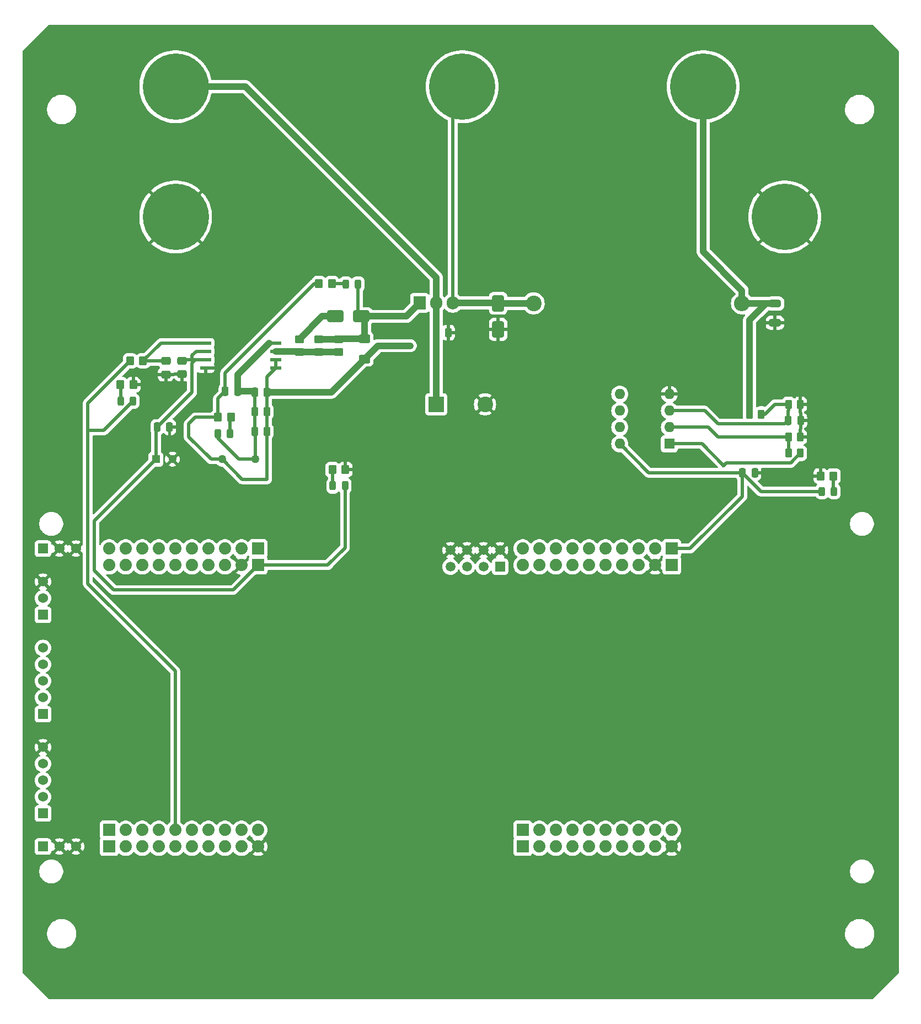
<source format=gbr>
%TF.GenerationSoftware,KiCad,Pcbnew,8.0.8*%
%TF.CreationDate,2025-03-02T13:54:01-05:00*%
%TF.ProjectId,NEW1,4e455731-2e6b-4696-9361-645f70636258,rev?*%
%TF.SameCoordinates,Original*%
%TF.FileFunction,Copper,L1,Top*%
%TF.FilePolarity,Positive*%
%FSLAX46Y46*%
G04 Gerber Fmt 4.6, Leading zero omitted, Abs format (unit mm)*
G04 Created by KiCad (PCBNEW 8.0.8) date 2025-03-02 13:54:01*
%MOMM*%
%LPD*%
G01*
G04 APERTURE LIST*
G04 Aperture macros list*
%AMRoundRect*
0 Rectangle with rounded corners*
0 $1 Rounding radius*
0 $2 $3 $4 $5 $6 $7 $8 $9 X,Y pos of 4 corners*
0 Add a 4 corners polygon primitive as box body*
4,1,4,$2,$3,$4,$5,$6,$7,$8,$9,$2,$3,0*
0 Add four circle primitives for the rounded corners*
1,1,$1+$1,$2,$3*
1,1,$1+$1,$4,$5*
1,1,$1+$1,$6,$7*
1,1,$1+$1,$8,$9*
0 Add four rect primitives between the rounded corners*
20,1,$1+$1,$2,$3,$4,$5,0*
20,1,$1+$1,$4,$5,$6,$7,0*
20,1,$1+$1,$6,$7,$8,$9,0*
20,1,$1+$1,$8,$9,$2,$3,0*%
G04 Aperture macros list end*
%TA.AperFunction,SMDPad,CuDef*%
%ADD10RoundRect,0.250000X-0.250000X-0.475000X0.250000X-0.475000X0.250000X0.475000X-0.250000X0.475000X0*%
%TD*%
%TA.AperFunction,SMDPad,CuDef*%
%ADD11RoundRect,0.250000X0.262500X0.450000X-0.262500X0.450000X-0.262500X-0.450000X0.262500X-0.450000X0*%
%TD*%
%TA.AperFunction,SMDPad,CuDef*%
%ADD12RoundRect,0.243750X-0.243750X-0.456250X0.243750X-0.456250X0.243750X0.456250X-0.243750X0.456250X0*%
%TD*%
%TA.AperFunction,ComponentPad*%
%ADD13C,10.160000*%
%TD*%
%TA.AperFunction,ComponentPad*%
%ADD14R,1.600000X1.600000*%
%TD*%
%TA.AperFunction,ComponentPad*%
%ADD15O,1.600000X1.600000*%
%TD*%
%TA.AperFunction,SMDPad,CuDef*%
%ADD16RoundRect,0.250000X-0.450000X0.350000X-0.450000X-0.350000X0.450000X-0.350000X0.450000X0.350000X0*%
%TD*%
%TA.AperFunction,SMDPad,CuDef*%
%ADD17RoundRect,0.250000X-0.350000X-0.450000X0.350000X-0.450000X0.350000X0.450000X-0.350000X0.450000X0*%
%TD*%
%TA.AperFunction,SMDPad,CuDef*%
%ADD18RoundRect,0.250000X0.450000X-0.350000X0.450000X0.350000X-0.450000X0.350000X-0.450000X-0.350000X0*%
%TD*%
%TA.AperFunction,ComponentPad*%
%ADD19R,1.270000X1.270000*%
%TD*%
%TA.AperFunction,ComponentPad*%
%ADD20C,1.270000*%
%TD*%
%TA.AperFunction,SMDPad,CuDef*%
%ADD21RoundRect,0.250000X-0.625000X0.400000X-0.625000X-0.400000X0.625000X-0.400000X0.625000X0.400000X0*%
%TD*%
%TA.AperFunction,SMDPad,CuDef*%
%ADD22RoundRect,0.243750X0.243750X0.456250X-0.243750X0.456250X-0.243750X-0.456250X0.243750X-0.456250X0*%
%TD*%
%TA.AperFunction,ComponentPad*%
%ADD23R,2.400000X2.400000*%
%TD*%
%TA.AperFunction,ComponentPad*%
%ADD24C,2.400000*%
%TD*%
%TA.AperFunction,SMDPad,CuDef*%
%ADD25RoundRect,0.250000X0.350000X0.450000X-0.350000X0.450000X-0.350000X-0.450000X0.350000X-0.450000X0*%
%TD*%
%TA.AperFunction,SMDPad,CuDef*%
%ADD26RoundRect,0.250000X0.250000X0.475000X-0.250000X0.475000X-0.250000X-0.475000X0.250000X-0.475000X0*%
%TD*%
%TA.AperFunction,SMDPad,CuDef*%
%ADD27RoundRect,0.250000X1.000000X0.650000X-1.000000X0.650000X-1.000000X-0.650000X1.000000X-0.650000X0*%
%TD*%
%TA.AperFunction,ComponentPad*%
%ADD28R,1.905000X2.000000*%
%TD*%
%TA.AperFunction,ComponentPad*%
%ADD29O,1.905000X2.000000*%
%TD*%
%TA.AperFunction,ComponentPad*%
%ADD30R,1.879600X1.879600*%
%TD*%
%TA.AperFunction,ComponentPad*%
%ADD31C,1.879600*%
%TD*%
%TA.AperFunction,ComponentPad*%
%ADD32R,1.524000X1.524000*%
%TD*%
%TA.AperFunction,ComponentPad*%
%ADD33C,1.524000*%
%TD*%
%TA.AperFunction,ComponentPad*%
%ADD34R,1.500000X1.500000*%
%TD*%
%TA.AperFunction,ComponentPad*%
%ADD35C,1.500000*%
%TD*%
%TA.AperFunction,SMDPad,CuDef*%
%ADD36RoundRect,0.250000X-0.262500X-0.450000X0.262500X-0.450000X0.262500X0.450000X-0.262500X0.450000X0*%
%TD*%
%TA.AperFunction,SMDPad,CuDef*%
%ADD37RoundRect,0.250000X-0.475000X0.337500X-0.475000X-0.337500X0.475000X-0.337500X0.475000X0.337500X0*%
%TD*%
%TA.AperFunction,ComponentPad*%
%ADD38O,2.400000X2.400000*%
%TD*%
%TA.AperFunction,SMDPad,CuDef*%
%ADD39R,1.701800X0.558800*%
%TD*%
%TA.AperFunction,SMDPad,CuDef*%
%ADD40RoundRect,0.250000X-0.650000X1.000000X-0.650000X-1.000000X0.650000X-1.000000X0.650000X1.000000X0*%
%TD*%
%TA.AperFunction,SMDPad,CuDef*%
%ADD41RoundRect,0.250000X-0.650000X0.325000X-0.650000X-0.325000X0.650000X-0.325000X0.650000X0.325000X0*%
%TD*%
%TA.AperFunction,ViaPad*%
%ADD42C,0.600000*%
%TD*%
%TA.AperFunction,Conductor*%
%ADD43C,0.500000*%
%TD*%
%TA.AperFunction,Conductor*%
%ADD44C,0.200000*%
%TD*%
%TA.AperFunction,Conductor*%
%ADD45C,1.000000*%
%TD*%
G04 APERTURE END LIST*
D10*
%TO.P,C2,1*%
%TO.N,+3.3V*%
X137000000Y-92250000D03*
%TO.P,C2,2*%
%TO.N,GND*%
X138900000Y-92250000D03*
%TD*%
D11*
%TO.P,R4,1*%
%TO.N,Net-(U1A-+)*%
X139912500Y-83250000D03*
%TO.P,R4,2*%
%TO.N,/VOUT*%
X138087500Y-83250000D03*
%TD*%
D12*
%TO.P,D5,1,K*%
%TO.N,Net-(D5-K)*%
X41562500Y-81250000D03*
%TO.P,D5,2,A*%
%TO.N,/PWM*%
X43437500Y-81250000D03*
%TD*%
D13*
%TO.P,J5,1,Pin_1*%
%TO.N,/VSW*%
X94000000Y-33000000D03*
%TD*%
D14*
%TO.P,U1,1*%
%TO.N,/VFILT*%
X125800000Y-87800000D03*
D15*
%TO.P,U1,2,-*%
%TO.N,Net-(U1A--)*%
X125800000Y-85260000D03*
%TO.P,U1,3,+*%
%TO.N,Net-(U1A-+)*%
X125800000Y-82720000D03*
%TO.P,U1,4,V-*%
%TO.N,GND*%
X125800000Y-80180000D03*
%TO.P,U1,5,+*%
%TO.N,unconnected-(U1B-+-Pad5)*%
X118180000Y-80180000D03*
%TO.P,U1,6,-*%
%TO.N,unconnected-(U1B---Pad6)*%
X118180000Y-82720000D03*
%TO.P,U1,7*%
%TO.N,unconnected-(U1-Pad7)*%
X118180000Y-85260000D03*
%TO.P,U1,8,V+*%
%TO.N,+3.3V*%
X118180000Y-87800000D03*
%TD*%
D10*
%TO.P,C6,1*%
%TO.N,+5V*%
X47165200Y-85250000D03*
%TO.P,C6,2*%
%TO.N,GND*%
X49065200Y-85250000D03*
%TD*%
D16*
%TO.P,R10,1*%
%TO.N,/VG*%
X75000000Y-71750000D03*
%TO.P,R10,2*%
%TO.N,/GD/GD_PWM*%
X75000000Y-73750000D03*
%TD*%
D13*
%TO.P,J4,1,Pin_1*%
%TO.N,GND*%
X50000000Y-53000000D03*
%TD*%
D11*
%TO.P,R1,1*%
%TO.N,GND*%
X145912500Y-86750000D03*
%TO.P,R1,2*%
%TO.N,Net-(U1A--)*%
X144087500Y-86750000D03*
%TD*%
D17*
%TO.P,R8,1*%
%TO.N,Net-(D5-K)*%
X41500000Y-78750000D03*
%TO.P,R8,2*%
%TO.N,GND*%
X43500000Y-78750000D03*
%TD*%
D18*
%TO.P,R11,1*%
%TO.N,/GD/GD_PWM*%
X69000000Y-73750000D03*
%TO.P,R11,2*%
%TO.N,Net-(D6-A)*%
X69000000Y-71750000D03*
%TD*%
D19*
%TO.P,U4,1,+VIN(VCC)*%
%TO.N,+5V*%
X46965200Y-90175000D03*
D20*
%TO.P,U4,2,-VIN(GGND)*%
%TO.N,GND*%
X49505200Y-90175000D03*
%TO.P,U4,5,-VOUT*%
%TO.N,/VSW*%
X57125200Y-90175000D03*
%TO.P,U4,7,+VOUT*%
%TO.N,/GD/ISO_12*%
X62205200Y-90175000D03*
%TD*%
D21*
%TO.P,R12,1*%
%TO.N,/VG*%
X79000000Y-71700000D03*
%TO.P,R12,2*%
%TO.N,/VSW*%
X79000000Y-74800000D03*
%TD*%
D10*
%TO.P,C1,1*%
%TO.N,Net-(U1A-+)*%
X144050000Y-84250000D03*
%TO.P,C1,2*%
%TO.N,GND*%
X145950000Y-84250000D03*
%TD*%
D22*
%TO.P,D2,1,K*%
%TO.N,Net-(D2-K)*%
X58375000Y-86250000D03*
%TO.P,D2,2,A*%
%TO.N,/GD/ISO_12*%
X56500000Y-86250000D03*
%TD*%
D13*
%TO.P,J1,1,Pin_1*%
%TO.N,/PowerStage/VIN*%
X50000000Y-33000000D03*
%TD*%
D23*
%TO.P,C3,1*%
%TO.N,/PowerStage/VIN*%
X90000000Y-81750000D03*
D24*
%TO.P,C3,2*%
%TO.N,GND*%
X97500000Y-81750000D03*
%TD*%
D25*
%TO.P,R5,1*%
%TO.N,Net-(D2-K)*%
X58500000Y-83750000D03*
%TO.P,R5,2*%
%TO.N,/VSW*%
X56500000Y-83750000D03*
%TD*%
D26*
%TO.P,C7,1*%
%TO.N,/GD/ISO_12*%
X59500000Y-79750000D03*
%TO.P,C7,2*%
%TO.N,/VSW*%
X57600000Y-79750000D03*
%TD*%
D10*
%TO.P,C11,1*%
%TO.N,/GD/ISO_12*%
X62115200Y-82885000D03*
%TO.P,C11,2*%
%TO.N,/VSW*%
X64015200Y-82885000D03*
%TD*%
D27*
%TO.P,D6,1,K*%
%TO.N,/VG*%
X78500000Y-68250000D03*
%TO.P,D6,2,A*%
%TO.N,Net-(D6-A)*%
X74500000Y-68250000D03*
%TD*%
D12*
%TO.P,D3,1,K*%
%TO.N,Net-(D3-K)*%
X74125000Y-94250000D03*
%TO.P,D3,2,A*%
%TO.N,+5V*%
X76000000Y-94250000D03*
%TD*%
D28*
%TO.P,Q1,1,G*%
%TO.N,/VG*%
X87460000Y-66195000D03*
D29*
%TO.P,Q1,2,D*%
%TO.N,/PowerStage/VIN*%
X90000000Y-66195000D03*
%TO.P,Q1,3,S*%
%TO.N,/VSW*%
X92540000Y-66195000D03*
%TD*%
D18*
%TO.P,R14,1*%
%TO.N,/GD/GD_PWM*%
X72000000Y-73750000D03*
%TO.P,R14,2*%
%TO.N,/VG*%
X72000000Y-71750000D03*
%TD*%
D12*
%TO.P,D7,1,K*%
%TO.N,Net-(D7-K)*%
X76125000Y-63300000D03*
%TO.P,D7,2,A*%
%TO.N,/VG*%
X78000000Y-63300000D03*
%TD*%
D30*
%TO.P,U2,J1_1,3.3V_J1*%
%TO.N,+3.3V*%
X126147000Y-103890000D03*
D31*
%TO.P,U2,J1_2,GPIO32*%
%TO.N,unconnected-(U2A-GPIO32-PadJ1_2)*%
X123607000Y-103890000D03*
%TO.P,U2,J1_3,GPIO19/SCIRXDB*%
%TO.N,unconnected-(U2A-GPIO19{slash}SCIRXDB-PadJ1_3)*%
X121067000Y-103890000D03*
%TO.P,U2,J1_4,GPIO18/SCITXDB*%
%TO.N,unconnected-(U2A-GPIO18{slash}SCITXDB-PadJ1_4)*%
X118527000Y-103890000D03*
%TO.P,U2,J1_5,GPIO67*%
%TO.N,unconnected-(U2A-GPIO67-PadJ1_5)*%
X115987000Y-103890000D03*
%TO.P,U2,J1_6,GPIO111*%
%TO.N,unconnected-(U2A-GPIO111-PadJ1_6)*%
X113447000Y-103890000D03*
%TO.P,U2,J1_7,GPIO60/SPICLKA*%
%TO.N,unconnected-(U2A-GPIO60{slash}SPICLKA-PadJ1_7)*%
X110907000Y-103890000D03*
%TO.P,U2,J1_8,GPIO22*%
%TO.N,unconnected-(U2A-GPIO22-PadJ1_8)*%
X108367000Y-103890000D03*
%TO.P,U2,J1_9,GPIO105/I2CSCLA*%
%TO.N,unconnected-(U2A-GPIO105{slash}I2CSCLA-PadJ1_9)*%
X105827000Y-103890000D03*
%TO.P,U2,J1_10,GPIO104/I2CSDAA*%
%TO.N,unconnected-(U2A-GPIO104{slash}I2CSDAA-PadJ1_10)*%
X103287000Y-103890000D03*
D30*
%TO.P,U2,J2_1,GPIO29/OPXBAR6*%
%TO.N,unconnected-(U2B-GPIO29{slash}OPXBAR6-PadJ2_1)*%
X103287000Y-149610000D03*
D31*
%TO.P,U2,J2_2,GPIO125/SD1CLK2*%
%TO.N,unconnected-(U2B-GPIO125{slash}SD1CLK2-PadJ2_2)*%
X105827000Y-149610000D03*
%TO.P,U2,J2_3,GPIO124/SD1D2*%
%TO.N,unconnected-(U2B-GPIO124{slash}SD1D2-PadJ2_3)*%
X108367000Y-149610000D03*
%TO.P,U2,J2_4,GPIO59/SPIAMISO*%
%TO.N,unconnected-(U2B-GPIO59{slash}SPIAMISO-PadJ2_4)*%
X110907000Y-149610000D03*
%TO.P,U2,J2_5,GPIO58/SPIAMOSI*%
%TO.N,unconnected-(U2B-GPIO58{slash}SPIAMOSI-PadJ2_5)*%
X113447000Y-149610000D03*
%TO.P,U2,J2_6,~{RESET_J2}*%
%TO.N,unconnected-(U2B-~{RESET_J2}-PadJ2_6)*%
X115987000Y-149610000D03*
%TO.P,U2,J2_7,GPIO122/SD1D1*%
%TO.N,unconnected-(U2B-GPIO122{slash}SD1D1-PadJ2_7)*%
X118527000Y-149610000D03*
%TO.P,U2,J2_8,GPIO123/SD1CLK1*%
%TO.N,unconnected-(U2B-GPIO123{slash}SD1CLK1-PadJ2_8)*%
X121067000Y-149610000D03*
%TO.P,U2,J2_9,GPIO61/SPIACS*%
%TO.N,unconnected-(U2B-GPIO61{slash}SPIACS-PadJ2_9)*%
X123607000Y-149610000D03*
%TO.P,U2,J2_10,GND_J2*%
%TO.N,GND*%
X126147000Y-149610000D03*
D30*
%TO.P,U2,J3_1,+5V_J3*%
%TO.N,unconnected-(U2C-+5V_J3-PadJ3_1)*%
X126147000Y-106430000D03*
D31*
%TO.P,U2,J3_2,GND_J3*%
%TO.N,GND*%
X123607000Y-106430000D03*
%TO.P,U2,J3_3,ADCIN14/ANALOGIN*%
%TO.N,/VFILT*%
X121067000Y-106430000D03*
%TO.P,U2,J3_4,ADCINC3/ANALOGIN*%
%TO.N,unconnected-(U2C-ADCINC3{slash}ANALOGIN-PadJ3_4)*%
X118527000Y-106430000D03*
%TO.P,U2,J3_5,ADCINB3/ANALOGIN*%
%TO.N,unconnected-(U2C-ADCINB3{slash}ANALOGIN-PadJ3_5)*%
X115987000Y-106430000D03*
%TO.P,U2,J3_6,ADCINA3/ANALOGIN*%
%TO.N,unconnected-(U2C-ADCINA3{slash}ANALOGIN-PadJ3_6)*%
X113447000Y-106430000D03*
%TO.P,U2,J3_7,ADCINC2/ANALOGIN*%
%TO.N,unconnected-(U2C-ADCINC2{slash}ANALOGIN-PadJ3_7)*%
X110907000Y-106430000D03*
%TO.P,U2,J3_8,ADCINB2/ANALOGIN*%
%TO.N,unconnected-(U2C-ADCINB2{slash}ANALOGIN-PadJ3_8)*%
X108367000Y-106430000D03*
%TO.P,U2,J3_9,ADCINA2/ANALOGIN*%
%TO.N,unconnected-(U2C-ADCINA2{slash}ANALOGIN-PadJ3_9)*%
X105827000Y-106430000D03*
%TO.P,U2,J3_10,ADCINA0/ANALOGIN(DACA)*%
%TO.N,unconnected-(U2C-ADCINA0{slash}ANALOGIN(DACA)-PadJ3_10)*%
X103287000Y-106430000D03*
D30*
%TO.P,U2,J4_1,PWM/BASED/DAC2*%
%TO.N,unconnected-(U2D-PWM{slash}BASED{slash}DAC2-PadJ4_1)*%
X103287000Y-147070000D03*
D31*
%TO.P,U2,J4_2,PWM/BASED/DAC1*%
%TO.N,unconnected-(U2D-PWM{slash}BASED{slash}DAC1-PadJ4_2)*%
X105827000Y-147070000D03*
%TO.P,U2,J4_3,GPIO16/OPXBAR7*%
%TO.N,unconnected-(U2D-GPIO16{slash}OPXBAR7-PadJ4_3)*%
X108367000Y-147070000D03*
%TO.P,U2,J4_4,GPIO24/OPXBAR1*%
%TO.N,unconnected-(U2D-GPIO24{slash}OPXBAR1-PadJ4_4)*%
X110907000Y-147070000D03*
%TO.P,U2,J4_5,GPIO5/PWMOUT3B*%
%TO.N,unconnected-(U2D-GPIO5{slash}PWMOUT3B-PadJ4_5)*%
X113447000Y-147070000D03*
%TO.P,U2,J4_6,GPIO4/PWMOUT3A*%
%TO.N,unconnected-(U2D-GPIO4{slash}PWMOUT3A-PadJ4_6)*%
X115987000Y-147070000D03*
%TO.P,U2,J4_7,GPIO3/PWMOUT2B*%
%TO.N,unconnected-(U2D-GPIO3{slash}PWMOUT2B-PadJ4_7)*%
X118527000Y-147070000D03*
%TO.P,U2,J4_8,GPIO2//PWMOUT2A*%
%TO.N,unconnected-(U2D-GPIO2{slash}{slash}PWMOUT2A-PadJ4_8)*%
X121067000Y-147070000D03*
%TO.P,U2,J4_9,GPIO1/PWMOUT1B*%
%TO.N,unconnected-(U2D-GPIO1{slash}PWMOUT1B-PadJ4_9)*%
X123607000Y-147070000D03*
%TO.P,U2,J4_10,GPIO0/PWMOUT1A*%
%TO.N,unconnected-(U2D-GPIO0{slash}PWMOUT1A-PadJ4_10)*%
X126147000Y-147070000D03*
D30*
%TO.P,U2,J5_1,3.3V_J5*%
%TO.N,unconnected-(U2E-3.3V_J5-PadJ5_1)*%
X62647000Y-103890000D03*
D31*
%TO.P,U2,J5_2,GPIO95*%
%TO.N,unconnected-(U2E-GPIO95-PadJ5_2)*%
X60107000Y-103890000D03*
%TO.P,U2,J5_3,GPIO139/SCICRX*%
%TO.N,unconnected-(U2E-GPIO139{slash}SCICRX-PadJ5_3)*%
X57567000Y-103890000D03*
%TO.P,U2,J5_4,GPIO56/SCICIX*%
%TO.N,unconnected-(U2E-GPIO56{slash}SCICIX-PadJ5_4)*%
X55027000Y-103890000D03*
%TO.P,U2,J5_5,GPIO97*%
%TO.N,unconnected-(U2E-GPIO97-PadJ5_5)*%
X52487000Y-103890000D03*
%TO.P,U2,J5_6,GPIO94*%
%TO.N,unconnected-(U2E-GPIO94-PadJ5_6)*%
X49947000Y-103890000D03*
%TO.P,U2,J5_7,GPIO65/SPIBCLK*%
%TO.N,unconnected-(U2E-GPIO65{slash}SPIBCLK-PadJ5_7)*%
X47407000Y-103890000D03*
%TO.P,U2,J5_8,GPIO52*%
%TO.N,unconnected-(U2E-GPIO52-PadJ5_8)*%
X44867000Y-103890000D03*
%TO.P,U2,J5_9,GPIO41/I2CSCLB/J5*%
%TO.N,unconnected-(U2E-GPIO41{slash}I2CSCLB{slash}J5-PadJ5_9)*%
X42327000Y-103890000D03*
%TO.P,U2,J5_10,GPIO40/I2CSDAB/J5*%
%TO.N,unconnected-(U2E-GPIO40{slash}I2CSDAB{slash}J5-PadJ5_10)*%
X39787000Y-103890000D03*
D30*
%TO.P,U2,J6_1,GPIO25/OPXBAR2*%
%TO.N,unconnected-(U2F-GPIO25{slash}OPXBAR2-PadJ6_1)*%
X39787000Y-149610000D03*
D31*
%TO.P,U2,J6_2,GPIO27/SD2CLK2*%
%TO.N,unconnected-(U2F-GPIO27{slash}SD2CLK2-PadJ6_2)*%
X42327000Y-149610000D03*
%TO.P,U2,J6_3,GPIO26/SD2D2*%
%TO.N,unconnected-(U2F-GPIO26{slash}SD2D2-PadJ6_3)*%
X44867000Y-149610000D03*
%TO.P,U2,J6_4,GPIO64/SPIBMISO*%
%TO.N,unconnected-(U2F-GPIO64{slash}SPIBMISO-PadJ6_4)*%
X47407000Y-149610000D03*
%TO.P,U2,J6_5,GPIO63/SPIBMOSI*%
%TO.N,unconnected-(U2F-GPIO63{slash}SPIBMOSI-PadJ6_5)*%
X49947000Y-149610000D03*
%TO.P,U2,J6_6,~{RESET_J6}*%
%TO.N,unconnected-(U2F-~{RESET_J6}-PadJ6_6)*%
X52487000Y-149610000D03*
%TO.P,U2,J6_7,GPIO130/SD2D1*%
%TO.N,unconnected-(U2F-GPIO130{slash}SD2D1-PadJ6_7)*%
X55027000Y-149610000D03*
%TO.P,U2,J6_8,GPIO131/SD2CLK1*%
%TO.N,unconnected-(U2F-GPIO131{slash}SD2CLK1-PadJ6_8)*%
X57567000Y-149610000D03*
%TO.P,U2,J6_9,GPIO66/SPIBCS*%
%TO.N,unconnected-(U2F-GPIO66{slash}SPIBCS-PadJ6_9)*%
X60107000Y-149610000D03*
%TO.P,U2,J6_10,GND_J6*%
%TO.N,GND*%
X62647000Y-149610000D03*
D30*
%TO.P,U2,J7_1,+5V_J7*%
%TO.N,+5V*%
X62647000Y-106430000D03*
D31*
%TO.P,U2,J7_2,GND_J7*%
%TO.N,GND*%
X60107000Y-106430000D03*
%TO.P,U2,J7_3,ADCIN15/ANALOGIN*%
%TO.N,unconnected-(U2G-ADCIN15{slash}ANALOGIN-PadJ7_3)*%
X57567000Y-106430000D03*
%TO.P,U2,J7_4,ADCINC5/ANALOGIN*%
%TO.N,unconnected-(U2G-ADCINC5{slash}ANALOGIN-PadJ7_4)*%
X55027000Y-106430000D03*
%TO.P,U2,J7_5,ADCINB5/ANALOGIN*%
%TO.N,unconnected-(U2G-ADCINB5{slash}ANALOGIN-PadJ7_5)*%
X52487000Y-106430000D03*
%TO.P,U2,J7_6,ADCINA5/ANALOGIN*%
%TO.N,unconnected-(U2G-ADCINA5{slash}ANALOGIN-PadJ7_6)*%
X49947000Y-106430000D03*
%TO.P,U2,J7_7,ADCINC4/ANALOGIN*%
%TO.N,unconnected-(U2G-ADCINC4{slash}ANALOGIN-PadJ7_7)*%
X47407000Y-106430000D03*
%TO.P,U2,J7_8,ADCINB4/ANALOGIN*%
%TO.N,unconnected-(U2G-ADCINB4{slash}ANALOGIN-PadJ7_8)*%
X44867000Y-106430000D03*
%TO.P,U2,J7_9,ADCINA4/ANALOGIN*%
%TO.N,unconnected-(U2G-ADCINA4{slash}ANALOGIN-PadJ7_9)*%
X42327000Y-106430000D03*
%TO.P,U2,J7_10,ADCINA1/ANALOGIN(DACB)*%
%TO.N,unconnected-(U2G-ADCINA1{slash}ANALOGIN(DACB)-PadJ7_10)*%
X39787000Y-106430000D03*
D30*
%TO.P,U2,J8_1,PWM/BASED/DAC4*%
%TO.N,unconnected-(U2H-PWM{slash}BASED{slash}DAC4-PadJ8_1)*%
X39787000Y-147070000D03*
D31*
%TO.P,U2,J8_2,PWM/BASED/DAC3*%
%TO.N,unconnected-(U2H-PWM{slash}BASED{slash}DAC3-PadJ8_2)*%
X42327000Y-147070000D03*
%TO.P,U2,J8_3,GPIO15/OPXBAR4*%
%TO.N,unconnected-(U2H-GPIO15{slash}OPXBAR4-PadJ8_3)*%
X44867000Y-147070000D03*
%TO.P,U2,J8_4,GPIO14/OPXBAR3*%
%TO.N,unconnected-(U2H-GPIO14{slash}OPXBAR3-PadJ8_4)*%
X47407000Y-147070000D03*
%TO.P,U2,J8_5,GPIO11/PWMOUT6B*%
%TO.N,/PWM*%
X49947000Y-147070000D03*
%TO.P,U2,J8_6,GPIO10/PWMOUT6A*%
%TO.N,unconnected-(U2H-GPIO10{slash}PWMOUT6A-PadJ8_6)*%
X52487000Y-147070000D03*
%TO.P,U2,J8_7,GPIO9/PWMOUT5B*%
%TO.N,unconnected-(U2H-GPIO9{slash}PWMOUT5B-PadJ8_7)*%
X55027000Y-147070000D03*
%TO.P,U2,J8_8,GPIO8/PWMOUT5A*%
%TO.N,unconnected-(U2H-GPIO8{slash}PWMOUT5A-PadJ8_8)*%
X57567000Y-147070000D03*
%TO.P,U2,J8_9,GPIO7/PWMOUT4B*%
%TO.N,unconnected-(U2H-GPIO7{slash}PWMOUT4B-PadJ8_9)*%
X60107000Y-147070000D03*
%TO.P,U2,J8_10,GPIO6/PWMOUT4A*%
%TO.N,unconnected-(U2H-GPIO6{slash}PWMOUT4A-PadJ8_10)*%
X62647000Y-147070000D03*
D32*
%TO.P,U2,J10_1,+3V_J10*%
%TO.N,unconnected-(U2I-+3V_J10-PadJ10_1)*%
X29627000Y-149610000D03*
D33*
%TO.P,U2,J10_2,GND_J10*%
%TO.N,GND*%
X32167000Y-149610000D03*
%TO.P,U2,J10_3,GND_J10__1*%
X34707000Y-149610000D03*
D32*
%TO.P,U2,J12_1,CANH*%
%TO.N,unconnected-(U2J-CANH-PadJ12_1)*%
X29627000Y-114050000D03*
D33*
%TO.P,U2,J12_2,CANL*%
%TO.N,unconnected-(U2J-CANL-PadJ12_2)*%
X29627000Y-111510000D03*
%TO.P,U2,J12_3,GND_J12*%
%TO.N,GND*%
X29627000Y-108970000D03*
D32*
%TO.P,U2,J14_1,EQEP1A*%
%TO.N,unconnected-(U2K-EQEP1A-PadJ14_1)*%
X29627000Y-144530000D03*
D33*
%TO.P,U2,J14_2,EQEP1B*%
%TO.N,unconnected-(U2K-EQEP1B-PadJ14_2)*%
X29627000Y-141990000D03*
%TO.P,U2,J14_3,EQEP1I*%
%TO.N,unconnected-(U2K-EQEP1I-PadJ14_3)*%
X29627000Y-139450000D03*
%TO.P,U2,J14_4,+5V_J14*%
%TO.N,unconnected-(U2K-+5V_J14-PadJ14_4)*%
X29627000Y-136910000D03*
%TO.P,U2,J14_5,GND_J14*%
%TO.N,GND*%
X29627000Y-134370000D03*
D32*
%TO.P,U2,J15_1,EQEP2A*%
%TO.N,unconnected-(U2L-EQEP2A-PadJ15_1)*%
X29627000Y-129290000D03*
D33*
%TO.P,U2,J15_2,EQEP2B*%
%TO.N,unconnected-(U2L-EQEP2B-PadJ15_2)*%
X29627000Y-126750000D03*
%TO.P,U2,J15_3,EQEP2I*%
%TO.N,unconnected-(U2L-EQEP2I-PadJ15_3)*%
X29627000Y-124210000D03*
%TO.P,U2,J15_4,+5V_J15*%
%TO.N,unconnected-(U2L-+5V_J15-PadJ15_4)*%
X29627000Y-121670000D03*
%TO.P,U2,J15_5,GND_J15*%
%TO.N,unconnected-(U2L-GND_J15-PadJ15_5)*%
X29627000Y-119130000D03*
D32*
%TO.P,U2,J16_1,+5V_J16*%
%TO.N,unconnected-(U2N-+5V_J16-PadJ16_1)*%
X29627000Y-103890000D03*
D33*
%TO.P,U2,J16_2,GND_J16*%
%TO.N,GND*%
X32167000Y-103890000D03*
%TO.P,U2,J16_3,GND_J16__1*%
X34707000Y-103890000D03*
D34*
%TO.P,U2,J21_1,ADCIND0*%
%TO.N,unconnected-(U2M-ADCIND0-PadJ21_1)*%
X99803000Y-106664000D03*
D35*
%TO.P,U2,J21_2,TP21/GND*%
%TO.N,GND*%
X99803000Y-104124000D03*
%TO.P,U2,J21_3,ADCIND1*%
%TO.N,unconnected-(U2M-ADCIND1-PadJ21_3)*%
X97263000Y-106664000D03*
%TO.P,U2,J21_4,TP22/GND*%
%TO.N,GND*%
X97263000Y-104124000D03*
%TO.P,U2,J21_5,ADCIND2*%
%TO.N,unconnected-(U2M-ADCIND2-PadJ21_5)*%
X94723000Y-106664000D03*
%TO.P,U2,J21_6,TP23/GND*%
%TO.N,GND*%
X94723000Y-104124000D03*
%TO.P,U2,J21_7,ADCIND3*%
%TO.N,unconnected-(U2M-ADCIND3-PadJ21_7)*%
X92183000Y-106664000D03*
%TO.P,U2,J21_8,TP24/GND*%
%TO.N,GND*%
X92183000Y-104124000D03*
%TD*%
D36*
%TO.P,R3,1*%
%TO.N,Net-(U1A-+)*%
X144087500Y-81750000D03*
%TO.P,R3,2*%
%TO.N,GND*%
X145912500Y-81750000D03*
%TD*%
D37*
%TO.P,C8,1*%
%TO.N,+5V*%
X51000000Y-75040000D03*
%TO.P,C8,2*%
%TO.N,GND*%
X51000000Y-77115000D03*
%TD*%
D24*
%TO.P,L1,1,1*%
%TO.N,/VSW*%
X104950000Y-66250000D03*
D38*
%TO.P,L1,2,2*%
%TO.N,/VOUT*%
X136950000Y-66250000D03*
%TD*%
D17*
%TO.P,R6,1*%
%TO.N,Net-(D3-K)*%
X74062500Y-91750000D03*
%TO.P,R6,2*%
%TO.N,GND*%
X76062500Y-91750000D03*
%TD*%
D39*
%TO.P,U3,1,IN*%
%TO.N,/GD/PWM_FILT*%
X54615200Y-72345000D03*
%TO.P,U3,2,VCCI*%
%TO.N,+5V*%
X54615200Y-73615000D03*
%TO.P,U3,3,VCCI*%
X54615200Y-74885000D03*
%TO.P,U3,4,GND*%
%TO.N,GND*%
X54615200Y-76155000D03*
%TO.P,U3,5,VSS*%
%TO.N,/VSW*%
X65384800Y-76155000D03*
%TO.P,U3,6,VSS*%
X65384800Y-74885000D03*
%TO.P,U3,7,OUT*%
%TO.N,/GD/GD_PWM*%
X65384800Y-73615000D03*
%TO.P,U3,8,VDD*%
%TO.N,/GD/ISO_12*%
X65384800Y-72345000D03*
%TD*%
D22*
%TO.P,D4,1,K*%
%TO.N,Net-(D4-K)*%
X151080000Y-95115000D03*
%TO.P,D4,2,A*%
%TO.N,+3.3V*%
X149205000Y-95115000D03*
%TD*%
D25*
%TO.P,R13,1*%
%TO.N,Net-(D7-K)*%
X74000000Y-63250000D03*
%TO.P,R13,2*%
%TO.N,/VSW*%
X72000000Y-63250000D03*
%TD*%
D36*
%TO.P,R2,1*%
%TO.N,Net-(U1A--)*%
X144087500Y-89250000D03*
%TO.P,R2,2*%
%TO.N,/VFILT*%
X145912500Y-89250000D03*
%TD*%
D25*
%TO.P,R7,1*%
%TO.N,Net-(D4-K)*%
X151000000Y-92750000D03*
%TO.P,R7,2*%
%TO.N,GND*%
X149000000Y-92750000D03*
%TD*%
D10*
%TO.P,C10,1*%
%TO.N,/GD/ISO_12*%
X62115200Y-79875000D03*
%TO.P,C10,2*%
%TO.N,/VSW*%
X64015200Y-79875000D03*
%TD*%
D40*
%TO.P,D1,1,K*%
%TO.N,/VSW*%
X99500000Y-66250000D03*
%TO.P,D1,2,A*%
%TO.N,GND*%
X99500000Y-70250000D03*
%TD*%
D13*
%TO.P,J2,1,Pin_1*%
%TO.N,GND*%
X143500000Y-53000000D03*
%TD*%
D41*
%TO.P,C5,1*%
%TO.N,/VOUT*%
X142000000Y-66275000D03*
%TO.P,C5,2*%
%TO.N,GND*%
X142000000Y-69225000D03*
%TD*%
D10*
%TO.P,C12,1*%
%TO.N,/GD/ISO_12*%
X62115200Y-85895000D03*
%TO.P,C12,2*%
%TO.N,/VSW*%
X64015200Y-85895000D03*
%TD*%
D17*
%TO.P,R9,1*%
%TO.N,/PWM*%
X43000000Y-75077500D03*
%TO.P,R9,2*%
%TO.N,/GD/PWM_FILT*%
X45000000Y-75077500D03*
%TD*%
D37*
%TO.P,C9,1*%
%TO.N,/GD/PWM_FILT*%
X48500000Y-75077500D03*
%TO.P,C9,2*%
%TO.N,GND*%
X48500000Y-77152500D03*
%TD*%
D13*
%TO.P,J3,1,Pin_1*%
%TO.N,/VOUT*%
X131000000Y-33000000D03*
%TD*%
D10*
%TO.P,C4,1*%
%TO.N,/PowerStage/VIN*%
X90000000Y-70750000D03*
%TO.P,C4,2*%
%TO.N,GND*%
X91900000Y-70750000D03*
%TD*%
D42*
%TO.N,GND*%
X46000000Y-95250000D03*
X50000000Y-78750000D03*
X45000000Y-100750000D03*
X39000000Y-90250000D03*
X47500000Y-81750000D03*
%TO.N,/VFILT*%
X134125000Y-91125000D03*
%TO.N,/VSW*%
X86000000Y-72750000D03*
%TD*%
D43*
%TO.N,Net-(U1A-+)*%
X139912500Y-83250000D02*
X140500000Y-83250000D01*
X142000000Y-81750000D02*
X144087500Y-81750000D01*
X144050000Y-84250000D02*
X143550062Y-84749938D01*
X140500000Y-83250000D02*
X142000000Y-81750000D01*
X133249938Y-84749938D02*
X131220000Y-82720000D01*
X144087500Y-81750000D02*
X144087500Y-82662500D01*
X131220000Y-82720000D02*
X125800000Y-82720000D01*
X143550062Y-84749938D02*
X133249938Y-84749938D01*
X144050000Y-82700000D02*
X144050000Y-84250000D01*
D44*
X144087500Y-82662500D02*
X144050000Y-82700000D01*
D45*
%TO.N,GND*%
X99445000Y-70195000D02*
X99500000Y-70250000D01*
D43*
%TO.N,+3.3V*%
X128981878Y-103890000D02*
X137000000Y-95871878D01*
X137000000Y-95871878D02*
X137000000Y-92250000D01*
X126147000Y-103890000D02*
X128981878Y-103890000D01*
X137000000Y-92250000D02*
X139865000Y-95115000D01*
X139865000Y-95115000D02*
X149205000Y-95115000D01*
X122630000Y-92250000D02*
X118180000Y-87800000D01*
X137000000Y-92250000D02*
X122630000Y-92250000D01*
%TO.N,Net-(U1A--)*%
X144087500Y-86750000D02*
X144087500Y-89250000D01*
X131760000Y-85260000D02*
X133250000Y-86750000D01*
D44*
X144087500Y-86750000D02*
X143762500Y-87075000D01*
D43*
X133250000Y-86750000D02*
X144087500Y-86750000D01*
X125800000Y-85260000D02*
X131760000Y-85260000D01*
%TO.N,/VFILT*%
X134125000Y-91125000D02*
X134500000Y-90750000D01*
X144412500Y-90750000D02*
X145912500Y-89250000D01*
X134125000Y-91125000D02*
X130800000Y-87800000D01*
X130800000Y-87800000D02*
X125800000Y-87800000D01*
X134500000Y-90750000D02*
X144412500Y-90750000D01*
D45*
%TO.N,/VOUT*%
X136950000Y-66250000D02*
X141975000Y-66250000D01*
X138087500Y-83250000D02*
X138087500Y-68837500D01*
X141975000Y-66250000D02*
X142000000Y-66275000D01*
X131000000Y-58350000D02*
X131000000Y-33000000D01*
X136950000Y-66250000D02*
X136950000Y-64300000D01*
X136950000Y-64300000D02*
X131000000Y-58350000D01*
X140650000Y-66275000D02*
X142000000Y-66275000D01*
X138087500Y-68837500D02*
X140650000Y-66275000D01*
%TO.N,/PowerStage/VIN*%
X90000000Y-81750000D02*
X90000000Y-70750000D01*
X90000000Y-62250000D02*
X60750000Y-33000000D01*
X90000000Y-66195000D02*
X90000000Y-62250000D01*
X50000000Y-33000000D02*
X51000000Y-33000000D01*
X60750000Y-33000000D02*
X50000000Y-33000000D01*
X90000000Y-70750000D02*
X90000000Y-66195000D01*
X51000000Y-33000000D02*
X51500000Y-33500000D01*
%TO.N,/GD/ISO_12*%
X59500000Y-77169500D02*
X64324500Y-72345000D01*
D44*
X62205200Y-85985000D02*
X62115200Y-85895000D01*
X56500000Y-86949999D02*
X56500000Y-86250000D01*
D43*
X62205200Y-90175000D02*
X59725001Y-90175000D01*
D45*
X59500000Y-79750000D02*
X59500000Y-77169500D01*
D43*
X59725001Y-90175000D02*
X56500000Y-86949999D01*
X65384800Y-72345000D02*
X64324500Y-72345000D01*
D45*
X59500000Y-79750000D02*
X61990200Y-79750000D01*
D44*
X62115200Y-85895000D02*
X62115200Y-86160000D01*
D43*
X62205200Y-90175000D02*
X62205200Y-85985000D01*
X62115200Y-85895000D02*
X62115200Y-82885000D01*
X62115200Y-82885000D02*
X62115200Y-79875000D01*
D44*
X61990200Y-79750000D02*
X62115200Y-79875000D01*
D43*
%TO.N,+5V*%
X52500000Y-75385000D02*
X53000000Y-74885000D01*
X58827000Y-110250000D02*
X40500000Y-110250000D01*
X40500000Y-110250000D02*
X37500000Y-107250000D01*
D44*
X46965200Y-85450000D02*
X47165200Y-85250000D01*
X51290000Y-75040000D02*
X51500000Y-75250000D01*
X62647000Y-106603000D02*
X62500000Y-106750000D01*
D43*
X62820000Y-106430000D02*
X63000000Y-106250000D01*
X62647000Y-106430000D02*
X62820000Y-106430000D01*
D44*
X51000000Y-75040000D02*
X51290000Y-75040000D01*
D43*
X46965200Y-90175000D02*
X46965200Y-85450000D01*
D44*
X51290000Y-75040000D02*
X51445000Y-74885000D01*
D43*
X76000000Y-103750000D02*
X76000000Y-94250000D01*
X37500000Y-99640200D02*
X46965200Y-90175000D01*
X53000000Y-74885000D02*
X54615200Y-74885000D01*
X37500000Y-107250000D02*
X37500000Y-99640200D01*
X73320000Y-106430000D02*
X76000000Y-103750000D01*
X62647000Y-106430000D02*
X73320000Y-106430000D01*
X51445000Y-74885000D02*
X52500000Y-74885000D01*
X53135000Y-73615000D02*
X52500000Y-74250000D01*
D44*
X62647000Y-106430000D02*
X62647000Y-106603000D01*
D43*
X54615200Y-73615000D02*
X53135000Y-73615000D01*
D44*
X54615200Y-73634800D02*
X54500000Y-73750000D01*
D43*
X52500000Y-74250000D02*
X52500000Y-74885000D01*
X47165200Y-85250000D02*
X52500000Y-79915200D01*
X52500000Y-74885000D02*
X53000000Y-74885000D01*
X62647000Y-106430000D02*
X58827000Y-110250000D01*
X52500000Y-79915200D02*
X52500000Y-75385000D01*
D44*
%TO.N,/GD/PWM_FILT*%
X45000000Y-75077500D02*
X45000000Y-75250000D01*
D43*
X45000000Y-75077500D02*
X47732500Y-72345000D01*
D44*
X45000000Y-75250000D02*
X45172500Y-75077500D01*
D43*
X47732500Y-72345000D02*
X54615200Y-72345000D01*
X45172500Y-75077500D02*
X48500000Y-75077500D01*
D44*
%TO.N,/VSW*%
X64000000Y-93250000D02*
X64015200Y-93234800D01*
D43*
X52000000Y-86750000D02*
X52000000Y-84750000D01*
D45*
X99500000Y-66250000D02*
X104950000Y-66250000D01*
X86000000Y-72750000D02*
X81050000Y-72750000D01*
D43*
X53000000Y-83750000D02*
X56500000Y-83750000D01*
X64015200Y-82885000D02*
X64015200Y-79875000D01*
X57125200Y-90175000D02*
X55425000Y-90175000D01*
D44*
X57125200Y-90175000D02*
X57075000Y-90175000D01*
D43*
X64015200Y-85895000D02*
X64015200Y-82885000D01*
X64015200Y-93234800D02*
X64015200Y-85895000D01*
X57600000Y-76948180D02*
X57600000Y-79750000D01*
D44*
X57075000Y-90175000D02*
X57000000Y-90250000D01*
D45*
X92540000Y-66195000D02*
X99445000Y-66195000D01*
D43*
X55425000Y-90175000D02*
X52000000Y-86750000D01*
D45*
X81050000Y-72750000D02*
X79000000Y-74800000D01*
D43*
X92540000Y-42500000D02*
X92540000Y-34460000D01*
X65384800Y-76155000D02*
X64015200Y-77524600D01*
X64015200Y-77524600D02*
X64015200Y-79875000D01*
D45*
X79000000Y-74800000D02*
X73925000Y-79875000D01*
D43*
X57125200Y-90175000D02*
X60200200Y-93250000D01*
X60200200Y-93250000D02*
X64000000Y-93250000D01*
X56500000Y-80850000D02*
X57600000Y-79750000D01*
X92540000Y-66195000D02*
X92540000Y-42500000D01*
X71298180Y-63250000D02*
X57600000Y-76948180D01*
D45*
X99445000Y-66195000D02*
X99500000Y-66250000D01*
D43*
X56500000Y-83750000D02*
X56500000Y-80850000D01*
X52000000Y-84750000D02*
X53000000Y-83750000D01*
D45*
X73925000Y-79875000D02*
X64015200Y-79875000D01*
D43*
X92540000Y-34460000D02*
X94000000Y-33000000D01*
X65384800Y-76155000D02*
X65384800Y-74885000D01*
X72000000Y-63250000D02*
X71298180Y-63250000D01*
D44*
%TO.N,Net-(D2-K)*%
X58375000Y-83875000D02*
X58500000Y-83750000D01*
D43*
X58375000Y-86250000D02*
X58375000Y-83875000D01*
%TO.N,Net-(D3-K)*%
X74125000Y-94250000D02*
X74125000Y-91812500D01*
D44*
X74125000Y-91812500D02*
X74062500Y-91750000D01*
D43*
%TO.N,Net-(D4-K)*%
X151000000Y-92750000D02*
X151000000Y-95035000D01*
D44*
X151000000Y-95035000D02*
X151080000Y-95115000D01*
%TO.N,Net-(D5-K)*%
X41500000Y-79250000D02*
X41562500Y-79312500D01*
X41500000Y-78750000D02*
X41500000Y-79250000D01*
D43*
X41562500Y-79312500D02*
X41562500Y-81250000D01*
%TO.N,/PWM*%
X36500000Y-81577500D02*
X43000000Y-75077500D01*
X43437500Y-81250000D02*
X38937500Y-85750000D01*
X38937500Y-85750000D02*
X36500000Y-85750000D01*
X36500000Y-85750000D02*
X36500000Y-81577500D01*
X36500000Y-109250000D02*
X36500000Y-85750000D01*
X49947000Y-122697000D02*
X36500000Y-109250000D01*
X49947000Y-147070000D02*
X49947000Y-122697000D01*
D45*
%TO.N,Net-(D6-A)*%
X69000000Y-71750000D02*
X72500000Y-68250000D01*
X72500000Y-68250000D02*
X74500000Y-68250000D01*
D44*
X74235000Y-68515000D02*
X74500000Y-68250000D01*
%TO.N,/VG*%
X75500000Y-71750000D02*
X75550000Y-71700000D01*
D45*
X75550000Y-71700000D02*
X79000000Y-71700000D01*
D44*
X78000000Y-67750000D02*
X78500000Y-68250000D01*
D43*
X78000000Y-63300000D02*
X78000000Y-67750000D01*
D45*
X79000000Y-71700000D02*
X79000000Y-68750000D01*
X85405000Y-68250000D02*
X87460000Y-66195000D01*
D44*
X79000000Y-68750000D02*
X78500000Y-68250000D01*
D45*
X72000000Y-71750000D02*
X75000000Y-71750000D01*
D44*
X75000000Y-71750000D02*
X75500000Y-71750000D01*
D45*
X78500000Y-68250000D02*
X85405000Y-68250000D01*
D44*
%TO.N,Net-(D7-K)*%
X76075000Y-63250000D02*
X76125000Y-63300000D01*
D43*
X74000000Y-63250000D02*
X76075000Y-63250000D01*
D45*
%TO.N,/GD/GD_PWM*%
X72000000Y-73750000D02*
X75000000Y-73750000D01*
X69000000Y-73750000D02*
X72000000Y-73750000D01*
D44*
X74865000Y-73615000D02*
X75000000Y-73750000D01*
D45*
X65384800Y-73615000D02*
X68865000Y-73615000D01*
D44*
X68865000Y-73615000D02*
X69000000Y-73750000D01*
%TD*%
%TA.AperFunction,Conductor*%
%TO.N,GND*%
G36*
X61458904Y-147893071D02*
G01*
X61480809Y-147918350D01*
X61506506Y-147957682D01*
X61668168Y-148133295D01*
X61808021Y-148242146D01*
X61808427Y-148242462D01*
X61849240Y-148299173D01*
X61852915Y-148368946D01*
X61820006Y-148426610D01*
X61819840Y-148429287D01*
X62511058Y-149120504D01*
X62450919Y-149136619D01*
X62335080Y-149203498D01*
X62240498Y-149298080D01*
X62173619Y-149413919D01*
X62157504Y-149474057D01*
X61467057Y-148783609D01*
X61454366Y-148784925D01*
X61427955Y-148807464D01*
X61358723Y-148816885D01*
X61295388Y-148787381D01*
X61273488Y-148762105D01*
X61247495Y-148722320D01*
X61247494Y-148722318D01*
X61085832Y-148546705D01*
X60945978Y-148437853D01*
X60905166Y-148381143D01*
X60901491Y-148311370D01*
X60936122Y-148250687D01*
X60945979Y-148242146D01*
X61085832Y-148133295D01*
X61247494Y-147957682D01*
X61273191Y-147918350D01*
X61326337Y-147872993D01*
X61395568Y-147863569D01*
X61458904Y-147893071D01*
G37*
%TD.AperFunction*%
%TA.AperFunction,Conductor*%
G36*
X59633619Y-106626081D02*
G01*
X59700498Y-106741920D01*
X59795080Y-106836502D01*
X59910919Y-106903381D01*
X59971057Y-106919494D01*
X59279839Y-107610711D01*
X59279840Y-107610712D01*
X59316802Y-107639481D01*
X59316808Y-107639486D01*
X59526650Y-107753046D01*
X59526660Y-107753051D01*
X59752335Y-107830525D01*
X59885605Y-107852764D01*
X59948490Y-107883215D01*
X59984929Y-107942829D01*
X59983354Y-108012681D01*
X59952876Y-108062754D01*
X58552451Y-109463181D01*
X58491128Y-109496666D01*
X58464770Y-109499500D01*
X40862229Y-109499500D01*
X40795190Y-109479815D01*
X40774548Y-109463181D01*
X39358027Y-108046659D01*
X39324542Y-107985336D01*
X39329526Y-107915644D01*
X39371398Y-107859711D01*
X39436862Y-107835294D01*
X39466115Y-107836668D01*
X39667653Y-107870300D01*
X39667654Y-107870300D01*
X39906346Y-107870300D01*
X39906347Y-107870300D01*
X40141784Y-107831012D01*
X40367545Y-107753509D01*
X40577469Y-107639903D01*
X40765832Y-107493295D01*
X40927494Y-107317682D01*
X40953191Y-107278350D01*
X41006337Y-107232993D01*
X41075568Y-107223569D01*
X41138904Y-107253071D01*
X41160809Y-107278350D01*
X41186504Y-107317679D01*
X41186506Y-107317682D01*
X41348168Y-107493295D01*
X41536531Y-107639903D01*
X41746455Y-107753509D01*
X41972216Y-107831012D01*
X42207653Y-107870300D01*
X42207654Y-107870300D01*
X42446346Y-107870300D01*
X42446347Y-107870300D01*
X42681784Y-107831012D01*
X42907545Y-107753509D01*
X43117469Y-107639903D01*
X43305832Y-107493295D01*
X43467494Y-107317682D01*
X43493191Y-107278350D01*
X43546337Y-107232993D01*
X43615568Y-107223569D01*
X43678904Y-107253071D01*
X43700809Y-107278350D01*
X43726504Y-107317679D01*
X43726506Y-107317682D01*
X43888168Y-107493295D01*
X44076531Y-107639903D01*
X44286455Y-107753509D01*
X44512216Y-107831012D01*
X44747653Y-107870300D01*
X44747654Y-107870300D01*
X44986346Y-107870300D01*
X44986347Y-107870300D01*
X45221784Y-107831012D01*
X45447545Y-107753509D01*
X45657469Y-107639903D01*
X45845832Y-107493295D01*
X46007494Y-107317682D01*
X46033191Y-107278350D01*
X46086337Y-107232993D01*
X46155568Y-107223569D01*
X46218904Y-107253071D01*
X46240809Y-107278350D01*
X46266504Y-107317679D01*
X46266506Y-107317682D01*
X46428168Y-107493295D01*
X46616531Y-107639903D01*
X46826455Y-107753509D01*
X47052216Y-107831012D01*
X47287653Y-107870300D01*
X47287654Y-107870300D01*
X47526346Y-107870300D01*
X47526347Y-107870300D01*
X47761784Y-107831012D01*
X47987545Y-107753509D01*
X48197469Y-107639903D01*
X48385832Y-107493295D01*
X48547494Y-107317682D01*
X48573191Y-107278350D01*
X48626337Y-107232993D01*
X48695568Y-107223569D01*
X48758904Y-107253071D01*
X48780809Y-107278350D01*
X48806504Y-107317679D01*
X48806506Y-107317682D01*
X48968168Y-107493295D01*
X49156531Y-107639903D01*
X49366455Y-107753509D01*
X49592216Y-107831012D01*
X49827653Y-107870300D01*
X49827654Y-107870300D01*
X50066346Y-107870300D01*
X50066347Y-107870300D01*
X50301784Y-107831012D01*
X50527545Y-107753509D01*
X50737469Y-107639903D01*
X50925832Y-107493295D01*
X51087494Y-107317682D01*
X51113191Y-107278350D01*
X51166337Y-107232993D01*
X51235568Y-107223569D01*
X51298904Y-107253071D01*
X51320809Y-107278350D01*
X51346504Y-107317679D01*
X51346506Y-107317682D01*
X51508168Y-107493295D01*
X51696531Y-107639903D01*
X51906455Y-107753509D01*
X52132216Y-107831012D01*
X52367653Y-107870300D01*
X52367654Y-107870300D01*
X52606346Y-107870300D01*
X52606347Y-107870300D01*
X52841784Y-107831012D01*
X53067545Y-107753509D01*
X53277469Y-107639903D01*
X53465832Y-107493295D01*
X53627494Y-107317682D01*
X53653191Y-107278350D01*
X53706337Y-107232993D01*
X53775568Y-107223569D01*
X53838904Y-107253071D01*
X53860809Y-107278350D01*
X53886504Y-107317679D01*
X53886506Y-107317682D01*
X54048168Y-107493295D01*
X54236531Y-107639903D01*
X54446455Y-107753509D01*
X54672216Y-107831012D01*
X54907653Y-107870300D01*
X54907654Y-107870300D01*
X55146346Y-107870300D01*
X55146347Y-107870300D01*
X55381784Y-107831012D01*
X55607545Y-107753509D01*
X55817469Y-107639903D01*
X56005832Y-107493295D01*
X56167494Y-107317682D01*
X56193191Y-107278350D01*
X56246337Y-107232993D01*
X56315568Y-107223569D01*
X56378904Y-107253071D01*
X56400809Y-107278350D01*
X56426504Y-107317679D01*
X56426506Y-107317682D01*
X56588168Y-107493295D01*
X56776531Y-107639903D01*
X56986455Y-107753509D01*
X57212216Y-107831012D01*
X57447653Y-107870300D01*
X57447654Y-107870300D01*
X57686346Y-107870300D01*
X57686347Y-107870300D01*
X57921784Y-107831012D01*
X58147545Y-107753509D01*
X58357469Y-107639903D01*
X58545832Y-107493295D01*
X58707494Y-107317682D01*
X58733489Y-107277892D01*
X58786634Y-107232536D01*
X58855865Y-107223112D01*
X58919201Y-107252613D01*
X58922020Y-107255867D01*
X58927057Y-107256389D01*
X59617504Y-106565941D01*
X59633619Y-106626081D01*
G37*
%TD.AperFunction*%
%TA.AperFunction,Conductor*%
G36*
X61189326Y-104964600D02*
G01*
X61239651Y-105013068D01*
X61248136Y-105031196D01*
X61263402Y-105072128D01*
X61263405Y-105072134D01*
X61273554Y-105085691D01*
X61297970Y-105151155D01*
X61283117Y-105219428D01*
X61273554Y-105234309D01*
X61263405Y-105247865D01*
X61263402Y-105247871D01*
X61213108Y-105382717D01*
X61206701Y-105442316D01*
X61206701Y-105442323D01*
X61206700Y-105442335D01*
X61206700Y-105632491D01*
X61187015Y-105699530D01*
X61170381Y-105720172D01*
X60596495Y-106294058D01*
X60580381Y-106233919D01*
X60513502Y-106118080D01*
X60418920Y-106023498D01*
X60303081Y-105956619D01*
X60242941Y-105940504D01*
X60934159Y-105249287D01*
X60933685Y-105241653D01*
X60904757Y-105201456D01*
X60901085Y-105131683D01*
X60935718Y-105071000D01*
X60945559Y-105062473D01*
X61055794Y-104976674D01*
X61120786Y-104951033D01*
X61189326Y-104964600D01*
G37*
%TD.AperFunction*%
%TA.AperFunction,Conductor*%
G36*
X58918904Y-104713071D02*
G01*
X58940809Y-104738350D01*
X58966506Y-104777682D01*
X59128168Y-104953295D01*
X59204965Y-105013068D01*
X59268427Y-105062462D01*
X59309240Y-105119173D01*
X59312915Y-105188946D01*
X59280006Y-105246610D01*
X59279840Y-105249287D01*
X59971058Y-105940504D01*
X59910919Y-105956619D01*
X59795080Y-106023498D01*
X59700498Y-106118080D01*
X59633619Y-106233919D01*
X59617504Y-106294057D01*
X58927057Y-105603609D01*
X58914366Y-105604925D01*
X58887955Y-105627464D01*
X58818723Y-105636885D01*
X58755388Y-105607381D01*
X58733488Y-105582105D01*
X58733192Y-105581652D01*
X58707494Y-105542318D01*
X58545832Y-105366705D01*
X58405978Y-105257853D01*
X58365166Y-105201143D01*
X58361491Y-105131370D01*
X58396122Y-105070687D01*
X58405979Y-105062146D01*
X58545832Y-104953295D01*
X58707494Y-104777682D01*
X58733191Y-104738350D01*
X58786337Y-104692993D01*
X58855568Y-104683569D01*
X58918904Y-104713071D01*
G37*
%TD.AperFunction*%
%TA.AperFunction,Conductor*%
G36*
X47395791Y-75847685D02*
G01*
X47426531Y-75878997D01*
X47427807Y-75877989D01*
X47432287Y-75883655D01*
X47432288Y-75883656D01*
X47556344Y-76007712D01*
X47559628Y-76009737D01*
X47559653Y-76009753D01*
X47561445Y-76011746D01*
X47562011Y-76012193D01*
X47561934Y-76012289D01*
X47606379Y-76061699D01*
X47617603Y-76130661D01*
X47589761Y-76194744D01*
X47559665Y-76220826D01*
X47556660Y-76222679D01*
X47556655Y-76222683D01*
X47432684Y-76346654D01*
X47340643Y-76495875D01*
X47340641Y-76495880D01*
X47285494Y-76662302D01*
X47285493Y-76662309D01*
X47275000Y-76765013D01*
X47275000Y-76902500D01*
X49645000Y-76902500D01*
X49646181Y-76901319D01*
X49707504Y-76867834D01*
X49733862Y-76865000D01*
X50876000Y-76865000D01*
X50943039Y-76884685D01*
X50988794Y-76937489D01*
X51000000Y-76989000D01*
X51000000Y-77115000D01*
X51126000Y-77115000D01*
X51193039Y-77134685D01*
X51238794Y-77187489D01*
X51250000Y-77239000D01*
X51250000Y-78202499D01*
X51524972Y-78202499D01*
X51524984Y-78202498D01*
X51612897Y-78193517D01*
X51681590Y-78206286D01*
X51732475Y-78254167D01*
X51749500Y-78316875D01*
X51749500Y-79552969D01*
X51729815Y-79620008D01*
X51713181Y-79640650D01*
X47365649Y-83988181D01*
X47304326Y-84021666D01*
X47277968Y-84024500D01*
X46865198Y-84024500D01*
X46865180Y-84024501D01*
X46762403Y-84035000D01*
X46762400Y-84035001D01*
X46595868Y-84090185D01*
X46595863Y-84090187D01*
X46446542Y-84182289D01*
X46322489Y-84306342D01*
X46230387Y-84455663D01*
X46230385Y-84455668D01*
X46203150Y-84537860D01*
X46175201Y-84622203D01*
X46175201Y-84622204D01*
X46175200Y-84622204D01*
X46164700Y-84724983D01*
X46164700Y-85775001D01*
X46164701Y-85775019D01*
X46175200Y-85877796D01*
X46208406Y-85978001D01*
X46214700Y-86017006D01*
X46214700Y-88962803D01*
X46195015Y-89029842D01*
X46142211Y-89075597D01*
X46134034Y-89078985D01*
X46087870Y-89096203D01*
X46087864Y-89096206D01*
X45972655Y-89182452D01*
X45972652Y-89182455D01*
X45886406Y-89297664D01*
X45886402Y-89297671D01*
X45836108Y-89432517D01*
X45835602Y-89437228D01*
X45829701Y-89492123D01*
X45829700Y-89492135D01*
X45829700Y-90197770D01*
X45810015Y-90264809D01*
X45793381Y-90285451D01*
X37462181Y-98616651D01*
X37400858Y-98650136D01*
X37331166Y-98645152D01*
X37275233Y-98603280D01*
X37250816Y-98537816D01*
X37250500Y-98528970D01*
X37250500Y-86624500D01*
X37270185Y-86557461D01*
X37322989Y-86511706D01*
X37374500Y-86500500D01*
X39011420Y-86500500D01*
X39108962Y-86481096D01*
X39156413Y-86471658D01*
X39292995Y-86415084D01*
X39364888Y-86367047D01*
X39415916Y-86332952D01*
X43262049Y-82486819D01*
X43323372Y-82453334D01*
X43349730Y-82450500D01*
X43730843Y-82450500D01*
X43730848Y-82450500D01*
X43832775Y-82440087D01*
X43997925Y-82385362D01*
X44146003Y-82294026D01*
X44269026Y-82171003D01*
X44360362Y-82022925D01*
X44415087Y-81857775D01*
X44425500Y-81755848D01*
X44425500Y-80744152D01*
X44415087Y-80642225D01*
X44360362Y-80477075D01*
X44360358Y-80477069D01*
X44360357Y-80477066D01*
X44269028Y-80329000D01*
X44269025Y-80328996D01*
X44146003Y-80205974D01*
X44145999Y-80205971D01*
X44041215Y-80141339D01*
X43994490Y-80089391D01*
X43983269Y-80020429D01*
X44011112Y-79956347D01*
X44067308Y-79918095D01*
X44169119Y-79884358D01*
X44169124Y-79884356D01*
X44318345Y-79792315D01*
X44442315Y-79668345D01*
X44534356Y-79519124D01*
X44534358Y-79519119D01*
X44589505Y-79352697D01*
X44589506Y-79352690D01*
X44599999Y-79249986D01*
X44600000Y-79249973D01*
X44600000Y-79000000D01*
X43624000Y-79000000D01*
X43556961Y-78980315D01*
X43511206Y-78927511D01*
X43500000Y-78876000D01*
X43500000Y-78750000D01*
X43374000Y-78750000D01*
X43306961Y-78730315D01*
X43261206Y-78677511D01*
X43250000Y-78626000D01*
X43250000Y-78500000D01*
X43750000Y-78500000D01*
X44599999Y-78500000D01*
X44599999Y-78250028D01*
X44599998Y-78250013D01*
X44589505Y-78147302D01*
X44534358Y-77980880D01*
X44534356Y-77980875D01*
X44442315Y-77831654D01*
X44318345Y-77707684D01*
X44169124Y-77615643D01*
X44169119Y-77615641D01*
X44002697Y-77560494D01*
X44002690Y-77560493D01*
X43899986Y-77550000D01*
X43750000Y-77550000D01*
X43750000Y-78500000D01*
X43250000Y-78500000D01*
X43250000Y-77550000D01*
X43100027Y-77550000D01*
X43100012Y-77550001D01*
X42997302Y-77560494D01*
X42830880Y-77615641D01*
X42830875Y-77615643D01*
X42681657Y-77707682D01*
X42588034Y-77801305D01*
X42526710Y-77834789D01*
X42457019Y-77829805D01*
X42412672Y-77801304D01*
X42318657Y-77707289D01*
X42318656Y-77707288D01*
X42169334Y-77615186D01*
X42002797Y-77560001D01*
X42002795Y-77560000D01*
X41900016Y-77549500D01*
X41900009Y-77549500D01*
X41888728Y-77549500D01*
X41856327Y-77539986D01*
X47275001Y-77539986D01*
X47285494Y-77642697D01*
X47340641Y-77809119D01*
X47340643Y-77809124D01*
X47432684Y-77958345D01*
X47556654Y-78082315D01*
X47705875Y-78174356D01*
X47705880Y-78174358D01*
X47872302Y-78229505D01*
X47872309Y-78229506D01*
X47975019Y-78239999D01*
X48249999Y-78239999D01*
X48250000Y-78239998D01*
X48250000Y-77402500D01*
X48750000Y-77402500D01*
X48750000Y-78239999D01*
X49024972Y-78239999D01*
X49024986Y-78239998D01*
X49127697Y-78229505D01*
X49294119Y-78174358D01*
X49294124Y-78174356D01*
X49443345Y-78082315D01*
X49567315Y-77958345D01*
X49656026Y-77814523D01*
X49707974Y-77767799D01*
X49776937Y-77756576D01*
X49841019Y-77784420D01*
X49867104Y-77814523D01*
X49932684Y-77920845D01*
X50056654Y-78044815D01*
X50205875Y-78136856D01*
X50205880Y-78136858D01*
X50372302Y-78192005D01*
X50372309Y-78192006D01*
X50475019Y-78202499D01*
X50749999Y-78202499D01*
X50750000Y-78202498D01*
X50750000Y-77365000D01*
X49855000Y-77365000D01*
X49853819Y-77366181D01*
X49792496Y-77399666D01*
X49766138Y-77402500D01*
X48750000Y-77402500D01*
X48250000Y-77402500D01*
X47275001Y-77402500D01*
X47275001Y-77539986D01*
X41856327Y-77539986D01*
X41821689Y-77529815D01*
X41775934Y-77477011D01*
X41765990Y-77407853D01*
X41795015Y-77344297D01*
X41801047Y-77337819D01*
X42824548Y-76314318D01*
X42885871Y-76280833D01*
X42912229Y-76277999D01*
X43400002Y-76277999D01*
X43400008Y-76277999D01*
X43502797Y-76267499D01*
X43669334Y-76212314D01*
X43818656Y-76120212D01*
X43912319Y-76026549D01*
X43973642Y-75993064D01*
X44043334Y-75998048D01*
X44087681Y-76026549D01*
X44181344Y-76120212D01*
X44330666Y-76212314D01*
X44497203Y-76267499D01*
X44599991Y-76278000D01*
X45400008Y-76277999D01*
X45400016Y-76277998D01*
X45400019Y-76277998D01*
X45456302Y-76272248D01*
X45502797Y-76267499D01*
X45669334Y-76212314D01*
X45818656Y-76120212D01*
X45942712Y-75996156D01*
X46010099Y-75886902D01*
X46062047Y-75840179D01*
X46115638Y-75828000D01*
X47328752Y-75828000D01*
X47395791Y-75847685D01*
G37*
%TD.AperFunction*%
%TA.AperFunction,Conductor*%
G36*
X124958904Y-147893071D02*
G01*
X124980809Y-147918350D01*
X125006506Y-147957682D01*
X125168168Y-148133295D01*
X125308021Y-148242146D01*
X125308427Y-148242462D01*
X125349240Y-148299173D01*
X125352915Y-148368946D01*
X125320006Y-148426610D01*
X125319840Y-148429287D01*
X126011058Y-149120504D01*
X125950919Y-149136619D01*
X125835080Y-149203498D01*
X125740498Y-149298080D01*
X125673619Y-149413919D01*
X125657504Y-149474057D01*
X124967057Y-148783609D01*
X124954366Y-148784925D01*
X124927955Y-148807464D01*
X124858723Y-148816885D01*
X124795388Y-148787381D01*
X124773488Y-148762105D01*
X124747495Y-148722320D01*
X124747494Y-148722318D01*
X124585832Y-148546705D01*
X124445978Y-148437853D01*
X124405166Y-148381143D01*
X124401491Y-148311370D01*
X124436122Y-148250687D01*
X124445979Y-148242146D01*
X124585832Y-148133295D01*
X124747494Y-147957682D01*
X124773191Y-147918350D01*
X124826337Y-147872993D01*
X124895568Y-147863569D01*
X124958904Y-147893071D01*
G37*
%TD.AperFunction*%
%TA.AperFunction,Conductor*%
G36*
X94257075Y-104316993D02*
G01*
X94322901Y-104431007D01*
X94415993Y-104524099D01*
X94530007Y-104589925D01*
X94593590Y-104606962D01*
X94033427Y-105167124D01*
X94095613Y-105210667D01*
X94095615Y-105210668D01*
X94247174Y-105281341D01*
X94299614Y-105327513D01*
X94318766Y-105394706D01*
X94298551Y-105461588D01*
X94247176Y-105506105D01*
X94095358Y-105576900D01*
X94095357Y-105576900D01*
X93916121Y-105702402D01*
X93761402Y-105857121D01*
X93635900Y-106036357D01*
X93635898Y-106036361D01*
X93565382Y-106187583D01*
X93519209Y-106240022D01*
X93452016Y-106259174D01*
X93385135Y-106238958D01*
X93340618Y-106187583D01*
X93308208Y-106118080D01*
X93270102Y-106036362D01*
X93270100Y-106036359D01*
X93270099Y-106036357D01*
X93144599Y-105857124D01*
X93093217Y-105805742D01*
X92989877Y-105702402D01*
X92848786Y-105603609D01*
X92810638Y-105576897D01*
X92658824Y-105506105D01*
X92606385Y-105459932D01*
X92587233Y-105392739D01*
X92607449Y-105325858D01*
X92658825Y-105281340D01*
X92810388Y-105210666D01*
X92872571Y-105167124D01*
X92312410Y-104606962D01*
X92375993Y-104589925D01*
X92490007Y-104524099D01*
X92583099Y-104431007D01*
X92648925Y-104316993D01*
X92665962Y-104253409D01*
X93226124Y-104813570D01*
X93269668Y-104751385D01*
X93269669Y-104751383D01*
X93340618Y-104599233D01*
X93386790Y-104546793D01*
X93453983Y-104527641D01*
X93520865Y-104547856D01*
X93565382Y-104599232D01*
X93636333Y-104751387D01*
X93679874Y-104813571D01*
X94240037Y-104253408D01*
X94257075Y-104316993D01*
G37*
%TD.AperFunction*%
%TA.AperFunction,Conductor*%
G36*
X96797075Y-104316993D02*
G01*
X96862901Y-104431007D01*
X96955993Y-104524099D01*
X97070007Y-104589925D01*
X97133590Y-104606962D01*
X96573427Y-105167124D01*
X96635613Y-105210667D01*
X96635615Y-105210668D01*
X96787174Y-105281341D01*
X96839614Y-105327513D01*
X96858766Y-105394706D01*
X96838551Y-105461588D01*
X96787176Y-105506105D01*
X96635358Y-105576900D01*
X96635357Y-105576900D01*
X96456121Y-105702402D01*
X96301402Y-105857121D01*
X96175900Y-106036357D01*
X96175898Y-106036361D01*
X96105382Y-106187583D01*
X96059209Y-106240022D01*
X95992016Y-106259174D01*
X95925135Y-106238958D01*
X95880618Y-106187583D01*
X95848208Y-106118080D01*
X95810102Y-106036362D01*
X95810100Y-106036359D01*
X95810099Y-106036357D01*
X95684599Y-105857124D01*
X95633217Y-105805742D01*
X95529877Y-105702402D01*
X95388786Y-105603609D01*
X95350638Y-105576897D01*
X95198824Y-105506105D01*
X95146385Y-105459932D01*
X95127233Y-105392739D01*
X95147449Y-105325858D01*
X95198825Y-105281340D01*
X95350388Y-105210666D01*
X95412571Y-105167124D01*
X94852410Y-104606962D01*
X94915993Y-104589925D01*
X95030007Y-104524099D01*
X95123099Y-104431007D01*
X95188925Y-104316993D01*
X95205962Y-104253409D01*
X95766124Y-104813570D01*
X95809668Y-104751385D01*
X95809669Y-104751383D01*
X95880618Y-104599233D01*
X95926790Y-104546793D01*
X95993983Y-104527641D01*
X96060865Y-104547856D01*
X96105382Y-104599232D01*
X96176333Y-104751387D01*
X96219874Y-104813571D01*
X96780037Y-104253408D01*
X96797075Y-104316993D01*
G37*
%TD.AperFunction*%
%TA.AperFunction,Conductor*%
G36*
X99337075Y-104316993D02*
G01*
X99402901Y-104431007D01*
X99495993Y-104524099D01*
X99610007Y-104589925D01*
X99673590Y-104606962D01*
X99113427Y-105167124D01*
X99143134Y-105187925D01*
X99186759Y-105242502D01*
X99193953Y-105312000D01*
X99162430Y-105374355D01*
X99102201Y-105409769D01*
X99072013Y-105413500D01*
X99005130Y-105413500D01*
X99005123Y-105413501D01*
X98945516Y-105419908D01*
X98810671Y-105470202D01*
X98810664Y-105470206D01*
X98695455Y-105556452D01*
X98695452Y-105556455D01*
X98609206Y-105671664D01*
X98609202Y-105671671D01*
X98558908Y-105806517D01*
X98553025Y-105861243D01*
X98552501Y-105866123D01*
X98552500Y-105866135D01*
X98552500Y-105932138D01*
X98532815Y-105999177D01*
X98480011Y-106044932D01*
X98410853Y-106054876D01*
X98347297Y-106025851D01*
X98326925Y-106003261D01*
X98224599Y-105857124D01*
X98173217Y-105805742D01*
X98069877Y-105702402D01*
X97928786Y-105603609D01*
X97890638Y-105576897D01*
X97738824Y-105506105D01*
X97686385Y-105459932D01*
X97667233Y-105392739D01*
X97687449Y-105325858D01*
X97738825Y-105281340D01*
X97890388Y-105210666D01*
X97952571Y-105167124D01*
X97392410Y-104606962D01*
X97455993Y-104589925D01*
X97570007Y-104524099D01*
X97663099Y-104431007D01*
X97728925Y-104316993D01*
X97745962Y-104253409D01*
X98306124Y-104813570D01*
X98349668Y-104751385D01*
X98349669Y-104751383D01*
X98420618Y-104599233D01*
X98466790Y-104546793D01*
X98533983Y-104527641D01*
X98600865Y-104547856D01*
X98645382Y-104599232D01*
X98716333Y-104751387D01*
X98759874Y-104813571D01*
X99320037Y-104253408D01*
X99337075Y-104316993D01*
G37*
%TD.AperFunction*%
%TA.AperFunction,Conductor*%
G36*
X122418904Y-104713071D02*
G01*
X122440809Y-104738350D01*
X122466506Y-104777682D01*
X122628168Y-104953295D01*
X122704965Y-105013068D01*
X122768427Y-105062462D01*
X122809240Y-105119173D01*
X122812915Y-105188946D01*
X122780006Y-105246610D01*
X122779840Y-105249287D01*
X123471058Y-105940504D01*
X123410919Y-105956619D01*
X123295080Y-106023498D01*
X123200498Y-106118080D01*
X123133619Y-106233919D01*
X123117504Y-106294057D01*
X122427057Y-105603609D01*
X122414366Y-105604925D01*
X122387955Y-105627464D01*
X122318723Y-105636885D01*
X122255388Y-105607381D01*
X122233488Y-105582105D01*
X122233192Y-105581652D01*
X122207494Y-105542318D01*
X122045832Y-105366705D01*
X121905978Y-105257853D01*
X121865166Y-105201143D01*
X121861491Y-105131370D01*
X121896122Y-105070687D01*
X121905979Y-105062146D01*
X122045832Y-104953295D01*
X122207494Y-104777682D01*
X122233191Y-104738350D01*
X122286337Y-104692993D01*
X122355568Y-104683569D01*
X122418904Y-104713071D01*
G37*
%TD.AperFunction*%
%TA.AperFunction,Conductor*%
G36*
X124689326Y-104964600D02*
G01*
X124739651Y-105013068D01*
X124748136Y-105031196D01*
X124763402Y-105072128D01*
X124763405Y-105072134D01*
X124773554Y-105085691D01*
X124797970Y-105151155D01*
X124783117Y-105219428D01*
X124773554Y-105234309D01*
X124763405Y-105247865D01*
X124763402Y-105247871D01*
X124713108Y-105382717D01*
X124706701Y-105442316D01*
X124706701Y-105442323D01*
X124706700Y-105442335D01*
X124706700Y-105632491D01*
X124687015Y-105699530D01*
X124670381Y-105720172D01*
X124096495Y-106294057D01*
X124080381Y-106233919D01*
X124013502Y-106118080D01*
X123918920Y-106023498D01*
X123803081Y-105956619D01*
X123742941Y-105940504D01*
X124434159Y-105249287D01*
X124433685Y-105241653D01*
X124404757Y-105201456D01*
X124401085Y-105131683D01*
X124435718Y-105071000D01*
X124445559Y-105062473D01*
X124555794Y-104976674D01*
X124620786Y-104951033D01*
X124689326Y-104964600D01*
G37*
%TD.AperFunction*%
%TA.AperFunction,Conductor*%
G36*
X157016177Y-23520185D02*
G01*
X157036819Y-23536819D01*
X160963181Y-27463181D01*
X160996666Y-27524504D01*
X160999500Y-27550862D01*
X160999500Y-168949138D01*
X160979815Y-169016177D01*
X160963181Y-169036819D01*
X157036819Y-172963181D01*
X156975496Y-172996666D01*
X156949138Y-172999500D01*
X30550862Y-172999500D01*
X30483823Y-172979815D01*
X30463181Y-172963181D01*
X26536819Y-169036819D01*
X26503334Y-168975496D01*
X26500500Y-168949138D01*
X26500500Y-162852486D01*
X30249500Y-162852486D01*
X30249500Y-163147513D01*
X30281571Y-163391113D01*
X30288007Y-163439993D01*
X30288008Y-163439995D01*
X30364361Y-163724951D01*
X30364364Y-163724961D01*
X30477254Y-163997500D01*
X30477258Y-163997510D01*
X30624761Y-164252993D01*
X30804352Y-164487040D01*
X30804358Y-164487047D01*
X31012952Y-164695641D01*
X31012959Y-164695647D01*
X31247006Y-164875238D01*
X31502489Y-165022741D01*
X31502490Y-165022741D01*
X31502493Y-165022743D01*
X31775048Y-165135639D01*
X32060007Y-165211993D01*
X32352494Y-165250500D01*
X32352501Y-165250500D01*
X32647499Y-165250500D01*
X32647506Y-165250500D01*
X32939993Y-165211993D01*
X33224952Y-165135639D01*
X33497507Y-165022743D01*
X33752994Y-164875238D01*
X33987042Y-164695646D01*
X34195646Y-164487042D01*
X34375238Y-164252994D01*
X34522743Y-163997507D01*
X34635639Y-163724952D01*
X34711993Y-163439993D01*
X34750500Y-163147506D01*
X34750500Y-162852494D01*
X34750499Y-162852486D01*
X152749500Y-162852486D01*
X152749500Y-163147513D01*
X152781571Y-163391113D01*
X152788007Y-163439993D01*
X152788008Y-163439995D01*
X152864361Y-163724951D01*
X152864364Y-163724961D01*
X152977254Y-163997500D01*
X152977258Y-163997510D01*
X153124761Y-164252993D01*
X153304352Y-164487040D01*
X153304358Y-164487047D01*
X153512952Y-164695641D01*
X153512959Y-164695647D01*
X153747006Y-164875238D01*
X154002489Y-165022741D01*
X154002490Y-165022741D01*
X154002493Y-165022743D01*
X154275048Y-165135639D01*
X154560007Y-165211993D01*
X154852494Y-165250500D01*
X154852501Y-165250500D01*
X155147499Y-165250500D01*
X155147506Y-165250500D01*
X155439993Y-165211993D01*
X155724952Y-165135639D01*
X155997507Y-165022743D01*
X156252994Y-164875238D01*
X156487042Y-164695646D01*
X156695646Y-164487042D01*
X156875238Y-164252994D01*
X157022743Y-163997507D01*
X157135639Y-163724952D01*
X157211993Y-163439993D01*
X157250500Y-163147506D01*
X157250500Y-162852494D01*
X157211993Y-162560007D01*
X157135639Y-162275048D01*
X157022743Y-162002493D01*
X156875238Y-161747006D01*
X156695646Y-161512958D01*
X156695641Y-161512952D01*
X156487047Y-161304358D01*
X156487040Y-161304352D01*
X156252993Y-161124761D01*
X155997510Y-160977258D01*
X155997500Y-160977254D01*
X155724961Y-160864364D01*
X155724954Y-160864362D01*
X155724952Y-160864361D01*
X155439993Y-160788007D01*
X155391113Y-160781571D01*
X155147513Y-160749500D01*
X155147506Y-160749500D01*
X154852494Y-160749500D01*
X154852486Y-160749500D01*
X154574085Y-160786153D01*
X154560007Y-160788007D01*
X154275048Y-160864361D01*
X154275038Y-160864364D01*
X154002499Y-160977254D01*
X154002489Y-160977258D01*
X153747006Y-161124761D01*
X153512959Y-161304352D01*
X153512952Y-161304358D01*
X153304358Y-161512952D01*
X153304352Y-161512959D01*
X153124761Y-161747006D01*
X152977258Y-162002489D01*
X152977254Y-162002499D01*
X152864364Y-162275038D01*
X152864361Y-162275048D01*
X152788008Y-162560004D01*
X152788006Y-162560015D01*
X152749500Y-162852486D01*
X34750499Y-162852486D01*
X34711993Y-162560007D01*
X34635639Y-162275048D01*
X34522743Y-162002493D01*
X34375238Y-161747006D01*
X34195646Y-161512958D01*
X34195641Y-161512952D01*
X33987047Y-161304358D01*
X33987040Y-161304352D01*
X33752993Y-161124761D01*
X33497510Y-160977258D01*
X33497500Y-160977254D01*
X33224961Y-160864364D01*
X33224954Y-160864362D01*
X33224952Y-160864361D01*
X32939993Y-160788007D01*
X32891113Y-160781571D01*
X32647513Y-160749500D01*
X32647506Y-160749500D01*
X32352494Y-160749500D01*
X32352486Y-160749500D01*
X32074085Y-160786153D01*
X32060007Y-160788007D01*
X31775048Y-160864361D01*
X31775038Y-160864364D01*
X31502499Y-160977254D01*
X31502489Y-160977258D01*
X31247006Y-161124761D01*
X31012959Y-161304352D01*
X31012952Y-161304358D01*
X30804358Y-161512952D01*
X30804352Y-161512959D01*
X30624761Y-161747006D01*
X30477258Y-162002489D01*
X30477254Y-162002499D01*
X30364364Y-162275038D01*
X30364361Y-162275048D01*
X30288008Y-162560004D01*
X30288006Y-162560015D01*
X30249500Y-162852486D01*
X26500500Y-162852486D01*
X26500500Y-153299530D01*
X29059000Y-153299530D01*
X29059000Y-153540469D01*
X29090447Y-153779341D01*
X29152808Y-154012073D01*
X29245006Y-154234662D01*
X29245011Y-154234671D01*
X29365480Y-154443329D01*
X29365483Y-154443334D01*
X29365485Y-154443336D01*
X29512151Y-154634476D01*
X29512157Y-154634483D01*
X29682516Y-154804842D01*
X29682522Y-154804847D01*
X29873671Y-154951520D01*
X30082329Y-155071989D01*
X30082332Y-155071990D01*
X30082337Y-155071993D01*
X30202424Y-155121734D01*
X30304927Y-155164192D01*
X30537655Y-155226552D01*
X30716812Y-155250138D01*
X30776530Y-155258000D01*
X30776531Y-155258000D01*
X31017470Y-155258000D01*
X31065244Y-155251710D01*
X31256345Y-155226552D01*
X31489073Y-155164192D01*
X31664053Y-155091712D01*
X31711662Y-155071993D01*
X31711663Y-155071991D01*
X31711671Y-155071989D01*
X31920329Y-154951520D01*
X32111478Y-154804847D01*
X32281847Y-154634478D01*
X32428520Y-154443329D01*
X32548989Y-154234671D01*
X32641192Y-154012073D01*
X32703552Y-153779345D01*
X32735000Y-153540469D01*
X32735000Y-153299531D01*
X32735000Y-153299530D01*
X153519000Y-153299530D01*
X153519000Y-153540469D01*
X153550447Y-153779341D01*
X153612808Y-154012073D01*
X153705006Y-154234662D01*
X153705011Y-154234671D01*
X153825480Y-154443329D01*
X153825483Y-154443334D01*
X153825485Y-154443336D01*
X153972151Y-154634476D01*
X153972157Y-154634483D01*
X154142516Y-154804842D01*
X154142522Y-154804847D01*
X154333671Y-154951520D01*
X154542329Y-155071989D01*
X154542332Y-155071990D01*
X154542337Y-155071993D01*
X154662424Y-155121734D01*
X154764927Y-155164192D01*
X154997655Y-155226552D01*
X155176812Y-155250138D01*
X155236530Y-155258000D01*
X155236531Y-155258000D01*
X155477470Y-155258000D01*
X155525244Y-155251710D01*
X155716345Y-155226552D01*
X155949073Y-155164192D01*
X156124053Y-155091712D01*
X156171662Y-155071993D01*
X156171663Y-155071991D01*
X156171671Y-155071989D01*
X156380329Y-154951520D01*
X156571478Y-154804847D01*
X156741847Y-154634478D01*
X156888520Y-154443329D01*
X157008989Y-154234671D01*
X157101192Y-154012073D01*
X157163552Y-153779345D01*
X157195000Y-153540469D01*
X157195000Y-153299531D01*
X157163552Y-153060655D01*
X157101192Y-152827927D01*
X157058734Y-152725424D01*
X157008993Y-152605337D01*
X157008988Y-152605328D01*
X156888520Y-152396671D01*
X156741847Y-152205522D01*
X156741842Y-152205516D01*
X156571483Y-152035157D01*
X156571476Y-152035151D01*
X156380336Y-151888485D01*
X156380334Y-151888483D01*
X156380329Y-151888480D01*
X156171671Y-151768011D01*
X156171662Y-151768006D01*
X155949073Y-151675808D01*
X155716341Y-151613447D01*
X155477470Y-151582000D01*
X155477469Y-151582000D01*
X155236531Y-151582000D01*
X155236530Y-151582000D01*
X154997658Y-151613447D01*
X154764926Y-151675808D01*
X154542337Y-151768006D01*
X154542328Y-151768011D01*
X154416644Y-151840575D01*
X154333671Y-151888480D01*
X154333668Y-151888481D01*
X154333663Y-151888485D01*
X154142523Y-152035151D01*
X154142516Y-152035157D01*
X153972157Y-152205516D01*
X153972151Y-152205523D01*
X153825485Y-152396663D01*
X153705011Y-152605328D01*
X153705006Y-152605337D01*
X153612808Y-152827926D01*
X153550447Y-153060658D01*
X153519000Y-153299530D01*
X32735000Y-153299530D01*
X32703552Y-153060655D01*
X32641192Y-152827927D01*
X32598734Y-152725424D01*
X32548993Y-152605337D01*
X32548988Y-152605328D01*
X32428520Y-152396671D01*
X32281847Y-152205522D01*
X32281842Y-152205516D01*
X32111483Y-152035157D01*
X32111476Y-152035151D01*
X31920336Y-151888485D01*
X31920334Y-151888483D01*
X31920329Y-151888480D01*
X31711671Y-151768011D01*
X31711662Y-151768006D01*
X31489073Y-151675808D01*
X31256341Y-151613447D01*
X31017470Y-151582000D01*
X31017469Y-151582000D01*
X30776531Y-151582000D01*
X30776530Y-151582000D01*
X30537658Y-151613447D01*
X30304926Y-151675808D01*
X30082337Y-151768006D01*
X30082328Y-151768011D01*
X29956644Y-151840575D01*
X29873671Y-151888480D01*
X29873668Y-151888481D01*
X29873663Y-151888485D01*
X29682523Y-152035151D01*
X29682516Y-152035157D01*
X29512157Y-152205516D01*
X29512151Y-152205523D01*
X29365485Y-152396663D01*
X29245011Y-152605328D01*
X29245006Y-152605337D01*
X29152808Y-152827926D01*
X29090447Y-153060658D01*
X29059000Y-153299530D01*
X26500500Y-153299530D01*
X26500500Y-148800135D01*
X28364500Y-148800135D01*
X28364500Y-150419870D01*
X28364501Y-150419876D01*
X28370908Y-150479483D01*
X28421202Y-150614328D01*
X28421206Y-150614335D01*
X28507452Y-150729544D01*
X28507455Y-150729547D01*
X28622664Y-150815793D01*
X28622671Y-150815797D01*
X28757517Y-150866091D01*
X28757516Y-150866091D01*
X28764444Y-150866835D01*
X28817127Y-150872500D01*
X30436872Y-150872499D01*
X30496483Y-150866091D01*
X30631331Y-150815796D01*
X30746546Y-150729546D01*
X30832796Y-150614331D01*
X30883091Y-150479483D01*
X30889500Y-150419873D01*
X30889499Y-150379048D01*
X30909182Y-150312012D01*
X30961985Y-150266256D01*
X31031143Y-150256311D01*
X31094700Y-150285334D01*
X31115074Y-150307925D01*
X31115258Y-150308187D01*
X31115258Y-150308188D01*
X31677504Y-149745941D01*
X31693619Y-149806081D01*
X31760498Y-149921920D01*
X31855080Y-150016502D01*
X31970919Y-150083381D01*
X32031057Y-150099494D01*
X31468810Y-150661740D01*
X31533590Y-150707099D01*
X31533592Y-150707100D01*
X31733715Y-150800419D01*
X31733729Y-150800424D01*
X31947013Y-150857573D01*
X31947023Y-150857575D01*
X32166999Y-150876821D01*
X32167001Y-150876821D01*
X32386976Y-150857575D01*
X32386986Y-150857573D01*
X32600270Y-150800424D01*
X32600284Y-150800419D01*
X32800407Y-150707100D01*
X32800417Y-150707094D01*
X32865188Y-150661741D01*
X32302942Y-150099494D01*
X32363081Y-150083381D01*
X32478920Y-150016502D01*
X32573502Y-149921920D01*
X32640381Y-149806081D01*
X32656495Y-149745942D01*
X33218741Y-150308188D01*
X33264094Y-150243417D01*
X33264100Y-150243407D01*
X33324618Y-150113627D01*
X33370790Y-150061187D01*
X33437983Y-150042035D01*
X33504865Y-150062251D01*
X33549382Y-150113627D01*
X33609898Y-150243405D01*
X33609901Y-150243411D01*
X33655258Y-150308187D01*
X33655258Y-150308188D01*
X34217504Y-149745941D01*
X34233619Y-149806081D01*
X34300498Y-149921920D01*
X34395080Y-150016502D01*
X34510919Y-150083381D01*
X34571057Y-150099494D01*
X34008810Y-150661740D01*
X34073590Y-150707099D01*
X34073592Y-150707100D01*
X34273715Y-150800419D01*
X34273729Y-150800424D01*
X34487013Y-150857573D01*
X34487023Y-150857575D01*
X34706999Y-150876821D01*
X34707001Y-150876821D01*
X34926976Y-150857575D01*
X34926986Y-150857573D01*
X35140270Y-150800424D01*
X35140284Y-150800419D01*
X35340407Y-150707100D01*
X35340417Y-150707094D01*
X35405188Y-150661741D01*
X34842942Y-150099494D01*
X34903081Y-150083381D01*
X35018920Y-150016502D01*
X35113502Y-149921920D01*
X35180381Y-149806081D01*
X35196495Y-149745942D01*
X35758741Y-150308188D01*
X35804094Y-150243417D01*
X35804100Y-150243407D01*
X35897419Y-150043284D01*
X35897424Y-150043270D01*
X35954573Y-149829986D01*
X35954575Y-149829976D01*
X35973821Y-149610000D01*
X35973821Y-149609999D01*
X35954575Y-149390023D01*
X35954573Y-149390013D01*
X35897424Y-149176729D01*
X35897420Y-149176720D01*
X35804096Y-148976586D01*
X35758741Y-148911811D01*
X35758740Y-148911810D01*
X35196494Y-149474056D01*
X35180381Y-149413919D01*
X35113502Y-149298080D01*
X35018920Y-149203498D01*
X34903081Y-149136619D01*
X34842941Y-149120504D01*
X35405188Y-148558258D01*
X35340411Y-148512901D01*
X35340405Y-148512898D01*
X35140284Y-148419580D01*
X35140270Y-148419575D01*
X34926986Y-148362426D01*
X34926976Y-148362424D01*
X34707001Y-148343179D01*
X34706999Y-148343179D01*
X34487023Y-148362424D01*
X34487013Y-148362426D01*
X34273729Y-148419575D01*
X34273720Y-148419579D01*
X34073590Y-148512901D01*
X34008811Y-148558258D01*
X34571058Y-149120504D01*
X34510919Y-149136619D01*
X34395080Y-149203498D01*
X34300498Y-149298080D01*
X34233619Y-149413919D01*
X34217504Y-149474057D01*
X33655258Y-148911811D01*
X33609901Y-148976590D01*
X33549382Y-149106373D01*
X33503209Y-149158812D01*
X33436016Y-149177964D01*
X33369135Y-149157748D01*
X33324618Y-149106373D01*
X33264096Y-148976586D01*
X33218741Y-148911811D01*
X33218740Y-148911810D01*
X32656494Y-149474056D01*
X32640381Y-149413919D01*
X32573502Y-149298080D01*
X32478920Y-149203498D01*
X32363081Y-149136619D01*
X32302941Y-149120504D01*
X32865188Y-148558258D01*
X32800411Y-148512901D01*
X32800405Y-148512898D01*
X32600284Y-148419580D01*
X32600270Y-148419575D01*
X32386986Y-148362426D01*
X32386976Y-148362424D01*
X32167001Y-148343179D01*
X32166999Y-148343179D01*
X31947023Y-148362424D01*
X31947013Y-148362426D01*
X31733729Y-148419575D01*
X31733720Y-148419579D01*
X31533590Y-148512901D01*
X31468811Y-148558258D01*
X32031058Y-149120504D01*
X31970919Y-149136619D01*
X31855080Y-149203498D01*
X31760498Y-149298080D01*
X31693619Y-149413919D01*
X31677504Y-149474057D01*
X31115257Y-148911810D01*
X31115075Y-148912072D01*
X31060498Y-148955698D01*
X30991000Y-148962892D01*
X30928645Y-148931370D01*
X30893230Y-148871141D01*
X30889499Y-148840950D01*
X30889499Y-148800129D01*
X30889498Y-148800123D01*
X30889497Y-148800116D01*
X30883091Y-148740517D01*
X30876303Y-148722318D01*
X30832797Y-148605671D01*
X30832793Y-148605664D01*
X30746547Y-148490455D01*
X30746544Y-148490452D01*
X30631335Y-148404206D01*
X30631328Y-148404202D01*
X30496482Y-148353908D01*
X30496483Y-148353908D01*
X30436883Y-148347501D01*
X30436881Y-148347500D01*
X30436873Y-148347500D01*
X30436864Y-148347500D01*
X28817129Y-148347500D01*
X28817123Y-148347501D01*
X28757516Y-148353908D01*
X28622671Y-148404202D01*
X28622664Y-148404206D01*
X28507455Y-148490452D01*
X28507452Y-148490455D01*
X28421206Y-148605664D01*
X28421202Y-148605671D01*
X28370908Y-148740517D01*
X28366276Y-148783609D01*
X28364501Y-148800123D01*
X28364500Y-148800135D01*
X26500500Y-148800135D01*
X26500500Y-136909997D01*
X28359677Y-136909997D01*
X28359677Y-136910002D01*
X28378929Y-137130062D01*
X28378930Y-137130070D01*
X28436104Y-137343445D01*
X28436105Y-137343447D01*
X28436106Y-137343450D01*
X28529466Y-137543662D01*
X28529468Y-137543666D01*
X28656170Y-137724615D01*
X28656175Y-137724621D01*
X28812378Y-137880824D01*
X28812384Y-137880829D01*
X28993333Y-138007531D01*
X28993335Y-138007532D01*
X28993338Y-138007534D01*
X29112748Y-138063215D01*
X29122189Y-138067618D01*
X29174628Y-138113790D01*
X29193780Y-138180984D01*
X29173564Y-138247865D01*
X29122189Y-138292382D01*
X28993340Y-138352465D01*
X28993338Y-138352466D01*
X28812377Y-138479175D01*
X28656175Y-138635377D01*
X28529466Y-138816338D01*
X28529465Y-138816340D01*
X28436107Y-139016548D01*
X28436104Y-139016554D01*
X28378930Y-139229929D01*
X28378929Y-139229937D01*
X28359677Y-139449997D01*
X28359677Y-139450002D01*
X28378929Y-139670062D01*
X28378930Y-139670070D01*
X28436104Y-139883445D01*
X28436105Y-139883447D01*
X28436106Y-139883450D01*
X28529466Y-140083662D01*
X28529468Y-140083666D01*
X28656170Y-140264615D01*
X28656175Y-140264621D01*
X28812378Y-140420824D01*
X28812384Y-140420829D01*
X28993333Y-140547531D01*
X28993335Y-140547532D01*
X28993338Y-140547534D01*
X29112748Y-140603215D01*
X29122189Y-140607618D01*
X29174628Y-140653790D01*
X29193780Y-140720984D01*
X29173564Y-140787865D01*
X29122189Y-140832382D01*
X28993340Y-140892465D01*
X28993338Y-140892466D01*
X28812377Y-141019175D01*
X28656175Y-141175377D01*
X28529466Y-141356338D01*
X28529465Y-141356340D01*
X28436107Y-141556548D01*
X28436104Y-141556554D01*
X28378930Y-141769929D01*
X28378929Y-141769937D01*
X28359677Y-141989997D01*
X28359677Y-141990002D01*
X28378929Y-142210062D01*
X28378930Y-142210070D01*
X28436104Y-142423445D01*
X28436105Y-142423447D01*
X28436106Y-142423450D01*
X28529466Y-142623662D01*
X28529468Y-142623666D01*
X28656170Y-142804615D01*
X28656175Y-142804621D01*
X28812378Y-142960824D01*
X28812384Y-142960829D01*
X28928202Y-143041925D01*
X28971827Y-143096502D01*
X28979021Y-143166000D01*
X28947498Y-143228355D01*
X28887269Y-143263769D01*
X28857082Y-143267500D01*
X28817131Y-143267500D01*
X28817123Y-143267501D01*
X28757516Y-143273908D01*
X28622671Y-143324202D01*
X28622664Y-143324206D01*
X28507455Y-143410452D01*
X28507452Y-143410455D01*
X28421206Y-143525664D01*
X28421202Y-143525671D01*
X28370908Y-143660517D01*
X28364501Y-143720116D01*
X28364501Y-143720123D01*
X28364500Y-143720135D01*
X28364500Y-145339870D01*
X28364501Y-145339876D01*
X28370908Y-145399483D01*
X28421202Y-145534328D01*
X28421206Y-145534335D01*
X28507452Y-145649544D01*
X28507455Y-145649547D01*
X28622664Y-145735793D01*
X28622671Y-145735797D01*
X28757517Y-145786091D01*
X28757516Y-145786091D01*
X28764444Y-145786835D01*
X28817127Y-145792500D01*
X30436872Y-145792499D01*
X30496483Y-145786091D01*
X30631331Y-145735796D01*
X30746546Y-145649546D01*
X30832796Y-145534331D01*
X30883091Y-145399483D01*
X30889500Y-145339873D01*
X30889499Y-143720128D01*
X30883091Y-143660517D01*
X30832796Y-143525669D01*
X30832795Y-143525668D01*
X30832793Y-143525664D01*
X30746547Y-143410455D01*
X30746544Y-143410452D01*
X30631335Y-143324206D01*
X30631328Y-143324202D01*
X30496482Y-143273908D01*
X30496483Y-143273908D01*
X30436883Y-143267501D01*
X30436881Y-143267500D01*
X30436873Y-143267500D01*
X30436865Y-143267500D01*
X30396921Y-143267500D01*
X30329882Y-143247815D01*
X30284127Y-143195011D01*
X30274183Y-143125853D01*
X30303208Y-143062297D01*
X30325798Y-143041925D01*
X30441620Y-142960826D01*
X30597826Y-142804620D01*
X30724534Y-142623662D01*
X30817894Y-142423450D01*
X30875070Y-142210068D01*
X30894323Y-141990000D01*
X30875070Y-141769932D01*
X30817894Y-141556550D01*
X30724534Y-141356339D01*
X30597826Y-141175380D01*
X30441620Y-141019174D01*
X30441616Y-141019171D01*
X30441615Y-141019170D01*
X30260666Y-140892468D01*
X30260658Y-140892464D01*
X30131811Y-140832382D01*
X30079371Y-140786210D01*
X30060219Y-140719017D01*
X30080435Y-140652135D01*
X30131811Y-140607618D01*
X30137802Y-140604824D01*
X30260662Y-140547534D01*
X30441620Y-140420826D01*
X30597826Y-140264620D01*
X30724534Y-140083662D01*
X30817894Y-139883450D01*
X30875070Y-139670068D01*
X30894323Y-139450000D01*
X30875070Y-139229932D01*
X30817894Y-139016550D01*
X30724534Y-138816339D01*
X30597826Y-138635380D01*
X30441620Y-138479174D01*
X30441616Y-138479171D01*
X30441615Y-138479170D01*
X30260666Y-138352468D01*
X30260658Y-138352464D01*
X30131811Y-138292382D01*
X30079371Y-138246210D01*
X30060219Y-138179017D01*
X30080435Y-138112135D01*
X30131811Y-138067618D01*
X30137802Y-138064824D01*
X30260662Y-138007534D01*
X30441620Y-137880826D01*
X30597826Y-137724620D01*
X30724534Y-137543662D01*
X30817894Y-137343450D01*
X30875070Y-137130068D01*
X30894323Y-136910000D01*
X30875070Y-136689932D01*
X30817894Y-136476550D01*
X30724534Y-136276339D01*
X30597826Y-136095380D01*
X30441620Y-135939174D01*
X30441616Y-135939171D01*
X30441615Y-135939170D01*
X30260666Y-135812468D01*
X30260662Y-135812466D01*
X30131218Y-135752105D01*
X30078779Y-135705932D01*
X30059627Y-135638739D01*
X30079843Y-135571858D01*
X30131219Y-135527340D01*
X30260416Y-135467095D01*
X30260417Y-135467094D01*
X30325188Y-135421741D01*
X29762942Y-134859494D01*
X29823081Y-134843381D01*
X29938920Y-134776502D01*
X30033502Y-134681920D01*
X30100381Y-134566081D01*
X30116495Y-134505942D01*
X30678741Y-135068188D01*
X30724094Y-135003417D01*
X30724100Y-135003407D01*
X30817419Y-134803284D01*
X30817424Y-134803270D01*
X30874573Y-134589986D01*
X30874575Y-134589976D01*
X30893821Y-134370000D01*
X30893821Y-134369999D01*
X30874575Y-134150023D01*
X30874573Y-134150013D01*
X30817424Y-133936729D01*
X30817420Y-133936720D01*
X30724096Y-133736586D01*
X30678741Y-133671811D01*
X30678740Y-133671810D01*
X30116494Y-134234056D01*
X30100381Y-134173919D01*
X30033502Y-134058080D01*
X29938920Y-133963498D01*
X29823081Y-133896619D01*
X29762941Y-133880504D01*
X30325188Y-133318258D01*
X30260411Y-133272901D01*
X30260405Y-133272898D01*
X30060284Y-133179580D01*
X30060270Y-133179575D01*
X29846986Y-133122426D01*
X29846976Y-133122424D01*
X29627001Y-133103179D01*
X29626999Y-133103179D01*
X29407023Y-133122424D01*
X29407013Y-133122426D01*
X29193729Y-133179575D01*
X29193720Y-133179579D01*
X28993590Y-133272901D01*
X28928811Y-133318258D01*
X29491058Y-133880504D01*
X29430919Y-133896619D01*
X29315080Y-133963498D01*
X29220498Y-134058080D01*
X29153619Y-134173919D01*
X29137504Y-134234057D01*
X28575258Y-133671811D01*
X28529901Y-133736590D01*
X28436579Y-133936720D01*
X28436575Y-133936729D01*
X28379426Y-134150013D01*
X28379424Y-134150023D01*
X28360179Y-134369999D01*
X28360179Y-134370000D01*
X28379424Y-134589976D01*
X28379426Y-134589986D01*
X28436575Y-134803270D01*
X28436580Y-134803284D01*
X28529898Y-135003405D01*
X28529901Y-135003411D01*
X28575258Y-135068187D01*
X28575258Y-135068188D01*
X29137504Y-134505941D01*
X29153619Y-134566081D01*
X29220498Y-134681920D01*
X29315080Y-134776502D01*
X29430919Y-134843381D01*
X29491057Y-134859494D01*
X28928810Y-135421740D01*
X28993589Y-135467098D01*
X29122781Y-135527342D01*
X29175220Y-135573514D01*
X29194372Y-135640708D01*
X29174156Y-135707589D01*
X29122781Y-135752106D01*
X28993340Y-135812465D01*
X28993338Y-135812466D01*
X28812377Y-135939175D01*
X28656175Y-136095377D01*
X28529466Y-136276338D01*
X28529465Y-136276340D01*
X28436107Y-136476548D01*
X28436104Y-136476554D01*
X28378930Y-136689929D01*
X28378929Y-136689937D01*
X28359677Y-136909997D01*
X26500500Y-136909997D01*
X26500500Y-119129997D01*
X28359677Y-119129997D01*
X28359677Y-119130002D01*
X28378929Y-119350062D01*
X28378930Y-119350070D01*
X28436104Y-119563445D01*
X28436105Y-119563447D01*
X28436106Y-119563450D01*
X28529466Y-119763662D01*
X28529468Y-119763666D01*
X28656170Y-119944615D01*
X28656175Y-119944621D01*
X28812378Y-120100824D01*
X28812384Y-120100829D01*
X28993333Y-120227531D01*
X28993335Y-120227532D01*
X28993338Y-120227534D01*
X29112748Y-120283215D01*
X29122189Y-120287618D01*
X29174628Y-120333790D01*
X29193780Y-120400984D01*
X29173564Y-120467865D01*
X29122189Y-120512382D01*
X28993340Y-120572465D01*
X28993338Y-120572466D01*
X28812377Y-120699175D01*
X28656175Y-120855377D01*
X28529466Y-121036338D01*
X28529465Y-121036340D01*
X28436107Y-121236548D01*
X28436104Y-121236554D01*
X28378930Y-121449929D01*
X28378929Y-121449937D01*
X28359677Y-121669997D01*
X28359677Y-121670002D01*
X28378929Y-121890062D01*
X28378930Y-121890070D01*
X28436104Y-122103445D01*
X28436105Y-122103447D01*
X28436106Y-122103450D01*
X28489794Y-122218584D01*
X28529466Y-122303662D01*
X28529468Y-122303666D01*
X28656170Y-122484615D01*
X28656175Y-122484621D01*
X28812378Y-122640824D01*
X28812384Y-122640829D01*
X28993333Y-122767531D01*
X28993335Y-122767532D01*
X28993338Y-122767534D01*
X29112748Y-122823215D01*
X29122189Y-122827618D01*
X29174628Y-122873790D01*
X29193780Y-122940984D01*
X29173564Y-123007865D01*
X29122189Y-123052382D01*
X28993340Y-123112465D01*
X28993338Y-123112466D01*
X28812377Y-123239175D01*
X28656175Y-123395377D01*
X28529466Y-123576338D01*
X28529465Y-123576340D01*
X28436107Y-123776548D01*
X28436104Y-123776554D01*
X28378930Y-123989929D01*
X28378929Y-123989937D01*
X28359677Y-124209997D01*
X28359677Y-124210002D01*
X28378929Y-124430062D01*
X28378930Y-124430070D01*
X28436104Y-124643445D01*
X28436105Y-124643447D01*
X28436106Y-124643450D01*
X28529466Y-124843662D01*
X28529468Y-124843666D01*
X28656170Y-125024615D01*
X28656175Y-125024621D01*
X28812378Y-125180824D01*
X28812384Y-125180829D01*
X28993333Y-125307531D01*
X28993335Y-125307532D01*
X28993338Y-125307534D01*
X29112748Y-125363215D01*
X29122189Y-125367618D01*
X29174628Y-125413790D01*
X29193780Y-125480984D01*
X29173564Y-125547865D01*
X29122189Y-125592382D01*
X28993340Y-125652465D01*
X28993338Y-125652466D01*
X28812377Y-125779175D01*
X28656175Y-125935377D01*
X28529466Y-126116338D01*
X28529465Y-126116340D01*
X28436107Y-126316548D01*
X28436104Y-126316554D01*
X28378930Y-126529929D01*
X28378929Y-126529937D01*
X28359677Y-126749997D01*
X28359677Y-126750002D01*
X28378929Y-126970062D01*
X28378930Y-126970070D01*
X28436104Y-127183445D01*
X28436105Y-127183447D01*
X28436106Y-127183450D01*
X28529466Y-127383662D01*
X28529468Y-127383666D01*
X28656170Y-127564615D01*
X28656175Y-127564621D01*
X28812378Y-127720824D01*
X28812384Y-127720829D01*
X28928202Y-127801925D01*
X28971827Y-127856502D01*
X28979021Y-127926000D01*
X28947498Y-127988355D01*
X28887269Y-128023769D01*
X28857082Y-128027500D01*
X28817131Y-128027500D01*
X28817123Y-128027501D01*
X28757516Y-128033908D01*
X28622671Y-128084202D01*
X28622664Y-128084206D01*
X28507455Y-128170452D01*
X28507452Y-128170455D01*
X28421206Y-128285664D01*
X28421202Y-128285671D01*
X28370908Y-128420517D01*
X28364501Y-128480116D01*
X28364501Y-128480123D01*
X28364500Y-128480135D01*
X28364500Y-130099870D01*
X28364501Y-130099876D01*
X28370908Y-130159483D01*
X28421202Y-130294328D01*
X28421206Y-130294335D01*
X28507452Y-130409544D01*
X28507455Y-130409547D01*
X28622664Y-130495793D01*
X28622671Y-130495797D01*
X28757517Y-130546091D01*
X28757516Y-130546091D01*
X28764444Y-130546835D01*
X28817127Y-130552500D01*
X30436872Y-130552499D01*
X30496483Y-130546091D01*
X30631331Y-130495796D01*
X30746546Y-130409546D01*
X30832796Y-130294331D01*
X30883091Y-130159483D01*
X30889500Y-130099873D01*
X30889499Y-128480128D01*
X30883091Y-128420517D01*
X30832796Y-128285669D01*
X30832795Y-128285668D01*
X30832793Y-128285664D01*
X30746547Y-128170455D01*
X30746544Y-128170452D01*
X30631335Y-128084206D01*
X30631328Y-128084202D01*
X30496482Y-128033908D01*
X30496483Y-128033908D01*
X30436883Y-128027501D01*
X30436881Y-128027500D01*
X30436873Y-128027500D01*
X30436865Y-128027500D01*
X30396921Y-128027500D01*
X30329882Y-128007815D01*
X30284127Y-127955011D01*
X30274183Y-127885853D01*
X30303208Y-127822297D01*
X30325798Y-127801925D01*
X30441620Y-127720826D01*
X30597826Y-127564620D01*
X30724534Y-127383662D01*
X30817894Y-127183450D01*
X30875070Y-126970068D01*
X30894323Y-126750000D01*
X30875070Y-126529932D01*
X30817894Y-126316550D01*
X30724534Y-126116339D01*
X30597826Y-125935380D01*
X30441620Y-125779174D01*
X30441616Y-125779171D01*
X30441615Y-125779170D01*
X30260666Y-125652468D01*
X30260658Y-125652464D01*
X30131811Y-125592382D01*
X30079371Y-125546210D01*
X30060219Y-125479017D01*
X30080435Y-125412135D01*
X30131811Y-125367618D01*
X30137802Y-125364824D01*
X30260662Y-125307534D01*
X30441620Y-125180826D01*
X30597826Y-125024620D01*
X30724534Y-124843662D01*
X30817894Y-124643450D01*
X30875070Y-124430068D01*
X30894323Y-124210000D01*
X30875070Y-123989932D01*
X30817894Y-123776550D01*
X30724534Y-123576339D01*
X30597826Y-123395380D01*
X30441620Y-123239174D01*
X30441616Y-123239171D01*
X30441615Y-123239170D01*
X30260666Y-123112468D01*
X30260658Y-123112464D01*
X30131811Y-123052382D01*
X30079371Y-123006210D01*
X30060219Y-122939017D01*
X30080435Y-122872135D01*
X30131811Y-122827618D01*
X30137802Y-122824824D01*
X30260662Y-122767534D01*
X30441620Y-122640826D01*
X30597826Y-122484620D01*
X30724534Y-122303662D01*
X30817894Y-122103450D01*
X30875070Y-121890068D01*
X30894323Y-121670000D01*
X30875070Y-121449932D01*
X30817894Y-121236550D01*
X30724534Y-121036339D01*
X30597826Y-120855380D01*
X30441620Y-120699174D01*
X30441616Y-120699171D01*
X30441615Y-120699170D01*
X30260666Y-120572468D01*
X30260658Y-120572464D01*
X30131811Y-120512382D01*
X30079371Y-120466210D01*
X30060219Y-120399017D01*
X30080435Y-120332135D01*
X30131811Y-120287618D01*
X30137802Y-120284824D01*
X30260662Y-120227534D01*
X30441620Y-120100826D01*
X30597826Y-119944620D01*
X30724534Y-119763662D01*
X30817894Y-119563450D01*
X30875070Y-119350068D01*
X30894323Y-119130000D01*
X30875070Y-118909932D01*
X30817894Y-118696550D01*
X30724534Y-118496339D01*
X30597826Y-118315380D01*
X30441620Y-118159174D01*
X30441616Y-118159171D01*
X30441615Y-118159170D01*
X30260666Y-118032468D01*
X30260662Y-118032466D01*
X30260660Y-118032465D01*
X30060450Y-117939106D01*
X30060447Y-117939105D01*
X30060445Y-117939104D01*
X29847070Y-117881930D01*
X29847062Y-117881929D01*
X29627002Y-117862677D01*
X29626998Y-117862677D01*
X29406937Y-117881929D01*
X29406929Y-117881930D01*
X29193554Y-117939104D01*
X29193548Y-117939107D01*
X28993340Y-118032465D01*
X28993338Y-118032466D01*
X28812377Y-118159175D01*
X28656175Y-118315377D01*
X28529466Y-118496338D01*
X28529465Y-118496340D01*
X28436107Y-118696548D01*
X28436104Y-118696554D01*
X28378930Y-118909929D01*
X28378929Y-118909937D01*
X28359677Y-119129997D01*
X26500500Y-119129997D01*
X26500500Y-111509997D01*
X28359677Y-111509997D01*
X28359677Y-111510002D01*
X28378929Y-111730062D01*
X28378930Y-111730070D01*
X28436104Y-111943445D01*
X28436105Y-111943447D01*
X28436106Y-111943450D01*
X28529466Y-112143662D01*
X28529468Y-112143666D01*
X28656170Y-112324615D01*
X28656175Y-112324621D01*
X28812378Y-112480824D01*
X28812384Y-112480829D01*
X28928202Y-112561925D01*
X28971827Y-112616502D01*
X28979021Y-112686000D01*
X28947498Y-112748355D01*
X28887269Y-112783769D01*
X28857082Y-112787500D01*
X28817131Y-112787500D01*
X28817123Y-112787501D01*
X28757516Y-112793908D01*
X28622671Y-112844202D01*
X28622664Y-112844206D01*
X28507455Y-112930452D01*
X28507452Y-112930455D01*
X28421206Y-113045664D01*
X28421202Y-113045671D01*
X28370908Y-113180517D01*
X28364501Y-113240116D01*
X28364501Y-113240123D01*
X28364500Y-113240135D01*
X28364500Y-114859870D01*
X28364501Y-114859876D01*
X28370908Y-114919483D01*
X28421202Y-115054328D01*
X28421206Y-115054335D01*
X28507452Y-115169544D01*
X28507455Y-115169547D01*
X28622664Y-115255793D01*
X28622671Y-115255797D01*
X28757517Y-115306091D01*
X28757516Y-115306091D01*
X28764444Y-115306835D01*
X28817127Y-115312500D01*
X30436872Y-115312499D01*
X30496483Y-115306091D01*
X30631331Y-115255796D01*
X30746546Y-115169546D01*
X30832796Y-115054331D01*
X30883091Y-114919483D01*
X30889500Y-114859873D01*
X30889499Y-113240128D01*
X30883091Y-113180517D01*
X30832796Y-113045669D01*
X30832795Y-113045668D01*
X30832793Y-113045664D01*
X30746547Y-112930455D01*
X30746544Y-112930452D01*
X30631335Y-112844206D01*
X30631328Y-112844202D01*
X30496482Y-112793908D01*
X30496483Y-112793908D01*
X30436883Y-112787501D01*
X30436881Y-112787500D01*
X30436873Y-112787500D01*
X30436865Y-112787500D01*
X30396921Y-112787500D01*
X30329882Y-112767815D01*
X30284127Y-112715011D01*
X30274183Y-112645853D01*
X30303208Y-112582297D01*
X30325798Y-112561925D01*
X30441620Y-112480826D01*
X30597826Y-112324620D01*
X30724534Y-112143662D01*
X30817894Y-111943450D01*
X30875070Y-111730068D01*
X30894323Y-111510000D01*
X30875070Y-111289932D01*
X30817894Y-111076550D01*
X30724534Y-110876339D01*
X30597826Y-110695380D01*
X30441620Y-110539174D01*
X30441616Y-110539171D01*
X30441615Y-110539170D01*
X30260666Y-110412468D01*
X30260662Y-110412466D01*
X30131218Y-110352105D01*
X30078779Y-110305932D01*
X30059627Y-110238739D01*
X30079843Y-110171858D01*
X30131219Y-110127340D01*
X30260416Y-110067095D01*
X30260417Y-110067094D01*
X30325188Y-110021741D01*
X29762942Y-109459494D01*
X29823081Y-109443381D01*
X29938920Y-109376502D01*
X30033502Y-109281920D01*
X30100381Y-109166081D01*
X30116495Y-109105942D01*
X30678741Y-109668188D01*
X30724094Y-109603417D01*
X30724100Y-109603407D01*
X30817419Y-109403284D01*
X30817424Y-109403270D01*
X30874573Y-109189986D01*
X30874575Y-109189976D01*
X30893821Y-108970000D01*
X30893821Y-108969999D01*
X30874575Y-108750023D01*
X30874573Y-108750013D01*
X30817424Y-108536729D01*
X30817420Y-108536720D01*
X30724096Y-108336586D01*
X30678741Y-108271811D01*
X30678740Y-108271810D01*
X30116494Y-108834056D01*
X30100381Y-108773919D01*
X30033502Y-108658080D01*
X29938920Y-108563498D01*
X29823081Y-108496619D01*
X29762941Y-108480504D01*
X30325188Y-107918258D01*
X30260411Y-107872901D01*
X30260405Y-107872898D01*
X30060284Y-107779580D01*
X30060270Y-107779575D01*
X29846986Y-107722426D01*
X29846976Y-107722424D01*
X29627001Y-107703179D01*
X29626999Y-107703179D01*
X29407023Y-107722424D01*
X29407013Y-107722426D01*
X29193729Y-107779575D01*
X29193720Y-107779579D01*
X28993590Y-107872901D01*
X28928811Y-107918258D01*
X29491058Y-108480504D01*
X29430919Y-108496619D01*
X29315080Y-108563498D01*
X29220498Y-108658080D01*
X29153619Y-108773919D01*
X29137504Y-108834057D01*
X28575258Y-108271811D01*
X28529901Y-108336590D01*
X28436579Y-108536720D01*
X28436575Y-108536729D01*
X28379426Y-108750013D01*
X28379424Y-108750023D01*
X28360179Y-108969999D01*
X28360179Y-108970000D01*
X28379424Y-109189976D01*
X28379426Y-109189986D01*
X28436575Y-109403270D01*
X28436580Y-109403284D01*
X28529898Y-109603405D01*
X28529901Y-109603411D01*
X28575258Y-109668187D01*
X28575258Y-109668188D01*
X29137504Y-109105941D01*
X29153619Y-109166081D01*
X29220498Y-109281920D01*
X29315080Y-109376502D01*
X29430919Y-109443381D01*
X29491057Y-109459494D01*
X28928810Y-110021740D01*
X28993589Y-110067098D01*
X29122781Y-110127342D01*
X29175220Y-110173514D01*
X29194372Y-110240708D01*
X29174156Y-110307589D01*
X29122781Y-110352106D01*
X28993340Y-110412465D01*
X28993338Y-110412466D01*
X28812377Y-110539175D01*
X28656175Y-110695377D01*
X28529466Y-110876338D01*
X28529465Y-110876340D01*
X28436107Y-111076548D01*
X28436104Y-111076554D01*
X28378930Y-111289929D01*
X28378929Y-111289937D01*
X28359677Y-111509997D01*
X26500500Y-111509997D01*
X26500500Y-103080135D01*
X28364500Y-103080135D01*
X28364500Y-104699870D01*
X28364501Y-104699876D01*
X28370908Y-104759483D01*
X28421202Y-104894328D01*
X28421206Y-104894335D01*
X28507452Y-105009544D01*
X28507455Y-105009547D01*
X28622664Y-105095793D01*
X28622671Y-105095797D01*
X28757517Y-105146091D01*
X28757516Y-105146091D01*
X28764444Y-105146835D01*
X28817127Y-105152500D01*
X30436872Y-105152499D01*
X30496483Y-105146091D01*
X30631331Y-105095796D01*
X30746546Y-105009546D01*
X30832796Y-104894331D01*
X30883091Y-104759483D01*
X30889500Y-104699873D01*
X30889499Y-104659048D01*
X30909182Y-104592012D01*
X30961985Y-104546256D01*
X31031143Y-104536311D01*
X31094700Y-104565334D01*
X31115074Y-104587925D01*
X31115258Y-104588187D01*
X31115258Y-104588188D01*
X31677504Y-104025941D01*
X31693619Y-104086081D01*
X31760498Y-104201920D01*
X31855080Y-104296502D01*
X31970919Y-104363381D01*
X32031057Y-104379494D01*
X31468810Y-104941740D01*
X31533590Y-104987099D01*
X31533592Y-104987100D01*
X31733715Y-105080419D01*
X31733729Y-105080424D01*
X31947013Y-105137573D01*
X31947023Y-105137575D01*
X32166999Y-105156821D01*
X32167001Y-105156821D01*
X32386976Y-105137575D01*
X32386986Y-105137573D01*
X32600270Y-105080424D01*
X32600284Y-105080419D01*
X32800407Y-104987100D01*
X32800417Y-104987094D01*
X32865188Y-104941741D01*
X32302942Y-104379494D01*
X32363081Y-104363381D01*
X32478920Y-104296502D01*
X32573502Y-104201920D01*
X32640381Y-104086081D01*
X32656495Y-104025942D01*
X33218741Y-104588188D01*
X33264094Y-104523417D01*
X33264100Y-104523407D01*
X33324618Y-104393627D01*
X33370790Y-104341187D01*
X33437983Y-104322035D01*
X33504865Y-104342251D01*
X33549382Y-104393627D01*
X33609898Y-104523405D01*
X33609901Y-104523411D01*
X33655258Y-104588187D01*
X33655258Y-104588188D01*
X34217504Y-104025941D01*
X34233619Y-104086081D01*
X34300498Y-104201920D01*
X34395080Y-104296502D01*
X34510919Y-104363381D01*
X34571057Y-104379494D01*
X34008810Y-104941740D01*
X34073590Y-104987099D01*
X34073592Y-104987100D01*
X34273715Y-105080419D01*
X34273729Y-105080424D01*
X34487013Y-105137573D01*
X34487023Y-105137575D01*
X34706999Y-105156821D01*
X34707001Y-105156821D01*
X34926976Y-105137575D01*
X34926986Y-105137573D01*
X35140270Y-105080424D01*
X35140284Y-105080419D01*
X35340407Y-104987100D01*
X35340417Y-104987094D01*
X35405188Y-104941741D01*
X34842942Y-104379494D01*
X34903081Y-104363381D01*
X35018920Y-104296502D01*
X35113502Y-104201920D01*
X35180381Y-104086081D01*
X35196495Y-104025941D01*
X35713181Y-104542627D01*
X35746666Y-104603950D01*
X35749500Y-104630308D01*
X35749500Y-109323918D01*
X35749500Y-109323920D01*
X35749499Y-109323920D01*
X35778340Y-109468907D01*
X35778343Y-109468917D01*
X35834914Y-109605492D01*
X35867812Y-109654727D01*
X35867813Y-109654730D01*
X35917046Y-109728414D01*
X35917052Y-109728421D01*
X49160181Y-122971549D01*
X49193666Y-123032872D01*
X49196500Y-123059230D01*
X49196500Y-145768368D01*
X49176815Y-145835407D01*
X49148663Y-145866220D01*
X49120847Y-145887871D01*
X48968169Y-146006704D01*
X48806508Y-146182315D01*
X48780808Y-146221652D01*
X48727661Y-146267008D01*
X48658430Y-146276431D01*
X48595094Y-146246928D01*
X48573192Y-146221652D01*
X48547494Y-146182318D01*
X48385832Y-146006705D01*
X48197469Y-145860097D01*
X48060719Y-145786091D01*
X47987546Y-145746491D01*
X47987541Y-145746489D01*
X47761786Y-145668988D01*
X47604826Y-145642796D01*
X47526347Y-145629700D01*
X47287653Y-145629700D01*
X47228793Y-145639522D01*
X47052213Y-145668988D01*
X46826458Y-145746489D01*
X46826453Y-145746491D01*
X46616529Y-145860098D01*
X46428169Y-146006704D01*
X46266508Y-146182315D01*
X46240808Y-146221652D01*
X46187661Y-146267008D01*
X46118430Y-146276431D01*
X46055094Y-146246928D01*
X46033192Y-146221652D01*
X46007494Y-146182318D01*
X45845832Y-146006705D01*
X45657469Y-145860097D01*
X45520719Y-145786091D01*
X45447546Y-145746491D01*
X45447541Y-145746489D01*
X45221786Y-145668988D01*
X45064826Y-145642796D01*
X44986347Y-145629700D01*
X44747653Y-145629700D01*
X44688793Y-145639522D01*
X44512213Y-145668988D01*
X44286458Y-145746489D01*
X44286453Y-145746491D01*
X44076529Y-145860098D01*
X43888169Y-146006704D01*
X43726508Y-146182315D01*
X43700808Y-146221652D01*
X43647661Y-146267008D01*
X43578430Y-146276431D01*
X43515094Y-146246928D01*
X43493192Y-146221652D01*
X43467494Y-146182318D01*
X43305832Y-146006705D01*
X43117469Y-145860097D01*
X42980719Y-145786091D01*
X42907546Y-145746491D01*
X42907541Y-145746489D01*
X42681786Y-145668988D01*
X42524826Y-145642796D01*
X42446347Y-145629700D01*
X42207653Y-145629700D01*
X42148793Y-145639522D01*
X41972213Y-145668988D01*
X41746458Y-145746489D01*
X41746453Y-145746491D01*
X41536529Y-145860098D01*
X41378208Y-145983324D01*
X41313214Y-146008966D01*
X41244674Y-145995399D01*
X41194349Y-145946931D01*
X41185864Y-145928803D01*
X41170597Y-145887871D01*
X41170593Y-145887864D01*
X41084347Y-145772655D01*
X41084344Y-145772652D01*
X40969135Y-145686406D01*
X40969128Y-145686402D01*
X40834282Y-145636108D01*
X40834283Y-145636108D01*
X40774683Y-145629701D01*
X40774681Y-145629700D01*
X40774673Y-145629700D01*
X40774664Y-145629700D01*
X38799329Y-145629700D01*
X38799323Y-145629701D01*
X38739716Y-145636108D01*
X38604871Y-145686402D01*
X38604864Y-145686406D01*
X38489655Y-145772652D01*
X38489652Y-145772655D01*
X38403406Y-145887864D01*
X38403402Y-145887871D01*
X38353108Y-146022717D01*
X38346701Y-146082316D01*
X38346700Y-146082335D01*
X38346700Y-148057670D01*
X38346701Y-148057676D01*
X38353108Y-148117283D01*
X38403402Y-148252128D01*
X38403405Y-148252134D01*
X38413554Y-148265691D01*
X38437970Y-148331155D01*
X38423117Y-148399428D01*
X38413554Y-148414309D01*
X38403405Y-148427865D01*
X38403402Y-148427871D01*
X38353108Y-148562717D01*
X38346701Y-148622316D01*
X38346700Y-148622335D01*
X38346700Y-150597670D01*
X38346701Y-150597676D01*
X38353108Y-150657283D01*
X38403402Y-150792128D01*
X38403406Y-150792135D01*
X38489652Y-150907344D01*
X38489655Y-150907347D01*
X38604864Y-150993593D01*
X38604871Y-150993597D01*
X38739717Y-151043891D01*
X38739716Y-151043891D01*
X38746644Y-151044635D01*
X38799327Y-151050300D01*
X40774672Y-151050299D01*
X40834283Y-151043891D01*
X40969131Y-150993596D01*
X41084346Y-150907346D01*
X41170596Y-150792131D01*
X41185864Y-150751196D01*
X41227735Y-150695262D01*
X41293199Y-150670845D01*
X41361472Y-150685696D01*
X41378203Y-150696672D01*
X41448256Y-150751196D01*
X41535988Y-150819481D01*
X41536531Y-150819903D01*
X41746455Y-150933509D01*
X41972216Y-151011012D01*
X42207653Y-151050300D01*
X42207654Y-151050300D01*
X42446346Y-151050300D01*
X42446347Y-151050300D01*
X42681784Y-151011012D01*
X42907545Y-150933509D01*
X43117469Y-150819903D01*
X43305832Y-150673295D01*
X43467494Y-150497682D01*
X43493191Y-150458350D01*
X43546337Y-150412993D01*
X43615568Y-150403569D01*
X43678904Y-150433071D01*
X43700809Y-150458350D01*
X43726506Y-150497682D01*
X43888168Y-150673295D01*
X44076531Y-150819903D01*
X44286455Y-150933509D01*
X44512216Y-151011012D01*
X44747653Y-151050300D01*
X44747654Y-151050300D01*
X44986346Y-151050300D01*
X44986347Y-151050300D01*
X45221784Y-151011012D01*
X45447545Y-150933509D01*
X45657469Y-150819903D01*
X45845832Y-150673295D01*
X46007494Y-150497682D01*
X46033191Y-150458350D01*
X46086337Y-150412993D01*
X46155568Y-150403569D01*
X46218904Y-150433071D01*
X46240809Y-150458350D01*
X46266506Y-150497682D01*
X46428168Y-150673295D01*
X46616531Y-150819903D01*
X46826455Y-150933509D01*
X47052216Y-151011012D01*
X47287653Y-151050300D01*
X47287654Y-151050300D01*
X47526346Y-151050300D01*
X47526347Y-151050300D01*
X47761784Y-151011012D01*
X47987545Y-150933509D01*
X48197469Y-150819903D01*
X48385832Y-150673295D01*
X48547494Y-150497682D01*
X48573191Y-150458350D01*
X48626337Y-150412993D01*
X48695568Y-150403569D01*
X48758904Y-150433071D01*
X48780809Y-150458350D01*
X48806506Y-150497682D01*
X48968168Y-150673295D01*
X49156531Y-150819903D01*
X49366455Y-150933509D01*
X49592216Y-151011012D01*
X49827653Y-151050300D01*
X49827654Y-151050300D01*
X50066346Y-151050300D01*
X50066347Y-151050300D01*
X50301784Y-151011012D01*
X50527545Y-150933509D01*
X50737469Y-150819903D01*
X50925832Y-150673295D01*
X51087494Y-150497682D01*
X51113191Y-150458350D01*
X51166337Y-150412993D01*
X51235568Y-150403569D01*
X51298904Y-150433071D01*
X51320809Y-150458350D01*
X51346506Y-150497682D01*
X51508168Y-150673295D01*
X51696531Y-150819903D01*
X51906455Y-150933509D01*
X52132216Y-151011012D01*
X52367653Y-151050300D01*
X52367654Y-151050300D01*
X52606346Y-151050300D01*
X52606347Y-151050300D01*
X52841784Y-151011012D01*
X53067545Y-150933509D01*
X53277469Y-150819903D01*
X53465832Y-150673295D01*
X53627494Y-150497682D01*
X53653191Y-150458350D01*
X53706337Y-150412993D01*
X53775568Y-150403569D01*
X53838904Y-150433071D01*
X53860809Y-150458350D01*
X53886506Y-150497682D01*
X54048168Y-150673295D01*
X54236531Y-150819903D01*
X54446455Y-150933509D01*
X54672216Y-151011012D01*
X54907653Y-151050300D01*
X54907654Y-151050300D01*
X55146346Y-151050300D01*
X55146347Y-151050300D01*
X55381784Y-151011012D01*
X55607545Y-150933509D01*
X55817469Y-150819903D01*
X56005832Y-150673295D01*
X56167494Y-150497682D01*
X56193191Y-150458350D01*
X56246337Y-150412993D01*
X56315568Y-150403569D01*
X56378904Y-150433071D01*
X56400809Y-150458350D01*
X56426506Y-150497682D01*
X56588168Y-150673295D01*
X56776531Y-150819903D01*
X56986455Y-150933509D01*
X57212216Y-151011012D01*
X57447653Y-151050300D01*
X57447654Y-151050300D01*
X57686346Y-151050300D01*
X57686347Y-151050300D01*
X57921784Y-151011012D01*
X58147545Y-150933509D01*
X58357469Y-150819903D01*
X58545832Y-150673295D01*
X58707494Y-150497682D01*
X58733191Y-150458350D01*
X58786337Y-150412993D01*
X58855568Y-150403569D01*
X58918904Y-150433071D01*
X58940809Y-150458350D01*
X58966506Y-150497682D01*
X59128168Y-150673295D01*
X59316531Y-150819903D01*
X59526455Y-150933509D01*
X59752216Y-151011012D01*
X59987653Y-151050300D01*
X59987654Y-151050300D01*
X60226346Y-151050300D01*
X60226347Y-151050300D01*
X60461784Y-151011012D01*
X60687545Y-150933509D01*
X60897469Y-150819903D01*
X61085832Y-150673295D01*
X61247494Y-150497682D01*
X61273489Y-150457892D01*
X61326634Y-150412536D01*
X61395865Y-150403112D01*
X61459201Y-150432613D01*
X61462020Y-150435867D01*
X61467057Y-150436389D01*
X62157504Y-149745941D01*
X62173619Y-149806081D01*
X62240498Y-149921920D01*
X62335080Y-150016502D01*
X62450919Y-150083381D01*
X62511057Y-150099494D01*
X61819839Y-150790711D01*
X61819840Y-150790712D01*
X61856802Y-150819481D01*
X61856808Y-150819486D01*
X62066650Y-150933046D01*
X62066660Y-150933051D01*
X62292335Y-151010525D01*
X62527696Y-151049800D01*
X62766304Y-151049800D01*
X63001664Y-151010525D01*
X63227339Y-150933051D01*
X63227344Y-150933049D01*
X63437197Y-150819481D01*
X63437200Y-150819480D01*
X63474158Y-150790712D01*
X63474158Y-150790711D01*
X62782942Y-150099495D01*
X62843081Y-150083381D01*
X62958920Y-150016502D01*
X63053502Y-149921920D01*
X63120381Y-149806081D01*
X63136495Y-149745942D01*
X63826941Y-150436389D01*
X63917604Y-150297621D01*
X63917609Y-150297613D01*
X64013454Y-150079104D01*
X64072030Y-149847796D01*
X64072032Y-149847788D01*
X64091735Y-149610006D01*
X64091735Y-149609993D01*
X64072032Y-149372211D01*
X64072030Y-149372203D01*
X64013454Y-149140895D01*
X63917606Y-148922380D01*
X63826941Y-148783609D01*
X63136494Y-149474056D01*
X63120381Y-149413919D01*
X63053502Y-149298080D01*
X62958920Y-149203498D01*
X62843081Y-149136619D01*
X62782941Y-149120504D01*
X63474159Y-148429287D01*
X63473685Y-148421653D01*
X63444757Y-148381456D01*
X63441085Y-148311683D01*
X63475718Y-148251000D01*
X63485559Y-148242473D01*
X63625832Y-148133295D01*
X63787494Y-147957682D01*
X63918047Y-147757856D01*
X64013929Y-147539267D01*
X64072525Y-147307878D01*
X64092236Y-147070000D01*
X64072525Y-146832122D01*
X64013929Y-146600733D01*
X63918047Y-146382144D01*
X63787494Y-146182318D01*
X63695454Y-146082335D01*
X101846700Y-146082335D01*
X101846700Y-148057670D01*
X101846701Y-148057676D01*
X101853108Y-148117283D01*
X101903402Y-148252128D01*
X101903405Y-148252134D01*
X101913554Y-148265691D01*
X101937970Y-148331155D01*
X101923117Y-148399428D01*
X101913554Y-148414309D01*
X101903405Y-148427865D01*
X101903402Y-148427871D01*
X101853108Y-148562717D01*
X101846701Y-148622316D01*
X101846700Y-148622335D01*
X101846700Y-150597670D01*
X101846701Y-150597676D01*
X101853108Y-150657283D01*
X101903402Y-150792128D01*
X101903406Y-150792135D01*
X101989652Y-150907344D01*
X101989655Y-150907347D01*
X102104864Y-150993593D01*
X102104871Y-150993597D01*
X102239717Y-151043891D01*
X102239716Y-151043891D01*
X102246644Y-151044635D01*
X102299327Y-151050300D01*
X104274672Y-151050299D01*
X104334283Y-151043891D01*
X104469131Y-150993596D01*
X104584346Y-150907346D01*
X104670596Y-150792131D01*
X104685864Y-150751196D01*
X104727735Y-150695262D01*
X104793199Y-150670845D01*
X104861472Y-150685696D01*
X104878203Y-150696672D01*
X104948256Y-150751196D01*
X105035988Y-150819481D01*
X105036531Y-150819903D01*
X105246455Y-150933509D01*
X105472216Y-151011012D01*
X105707653Y-151050300D01*
X105707654Y-151050300D01*
X105946346Y-151050300D01*
X105946347Y-151050300D01*
X106181784Y-151011012D01*
X106407545Y-150933509D01*
X106617469Y-150819903D01*
X106805832Y-150673295D01*
X106967494Y-150497682D01*
X106993191Y-150458350D01*
X107046337Y-150412993D01*
X107115568Y-150403569D01*
X107178904Y-150433071D01*
X107200809Y-150458350D01*
X107226506Y-150497682D01*
X107388168Y-150673295D01*
X107576531Y-150819903D01*
X107786455Y-150933509D01*
X108012216Y-151011012D01*
X108247653Y-151050300D01*
X108247654Y-151050300D01*
X108486346Y-151050300D01*
X108486347Y-151050300D01*
X108721784Y-151011012D01*
X108947545Y-150933509D01*
X109157469Y-150819903D01*
X109345832Y-150673295D01*
X109507494Y-150497682D01*
X109533191Y-150458350D01*
X109586337Y-150412993D01*
X109655568Y-150403569D01*
X109718904Y-150433071D01*
X109740809Y-150458350D01*
X109766506Y-150497682D01*
X109928168Y-150673295D01*
X110116531Y-150819903D01*
X110326455Y-150933509D01*
X110552216Y-151011012D01*
X110787653Y-151050300D01*
X110787654Y-151050300D01*
X111026346Y-151050300D01*
X111026347Y-151050300D01*
X111261784Y-151011012D01*
X111487545Y-150933509D01*
X111697469Y-150819903D01*
X111885832Y-150673295D01*
X112047494Y-150497682D01*
X112073191Y-150458350D01*
X112126337Y-150412993D01*
X112195568Y-150403569D01*
X112258904Y-150433071D01*
X112280809Y-150458350D01*
X112306506Y-150497682D01*
X112468168Y-150673295D01*
X112656531Y-150819903D01*
X112866455Y-150933509D01*
X113092216Y-151011012D01*
X113327653Y-151050300D01*
X113327654Y-151050300D01*
X113566346Y-151050300D01*
X113566347Y-151050300D01*
X113801784Y-151011012D01*
X114027545Y-150933509D01*
X114237469Y-150819903D01*
X114425832Y-150673295D01*
X114587494Y-150497682D01*
X114613191Y-150458350D01*
X114666337Y-150412993D01*
X114735568Y-150403569D01*
X114798904Y-150433071D01*
X114820809Y-150458350D01*
X114846506Y-150497682D01*
X115008168Y-150673295D01*
X115196531Y-150819903D01*
X115406455Y-150933509D01*
X115632216Y-151011012D01*
X115867653Y-151050300D01*
X115867654Y-151050300D01*
X116106346Y-151050300D01*
X116106347Y-151050300D01*
X116341784Y-151011012D01*
X116567545Y-150933509D01*
X116777469Y-150819903D01*
X116965832Y-150673295D01*
X117127494Y-150497682D01*
X117153191Y-150458350D01*
X117206337Y-150412993D01*
X117275568Y-150403569D01*
X117338904Y-150433071D01*
X117360809Y-150458350D01*
X117386506Y-150497682D01*
X117548168Y-150673295D01*
X117736531Y-150819903D01*
X117946455Y-150933509D01*
X118172216Y-151011012D01*
X118407653Y-151050300D01*
X118407654Y-151050300D01*
X118646346Y-151050300D01*
X118646347Y-151050300D01*
X118881784Y-151011012D01*
X119107545Y-150933509D01*
X119317469Y-150819903D01*
X119505832Y-150673295D01*
X119667494Y-150497682D01*
X119693191Y-150458350D01*
X119746337Y-150412993D01*
X119815568Y-150403569D01*
X119878904Y-150433071D01*
X119900809Y-150458350D01*
X119926506Y-150497682D01*
X120088168Y-150673295D01*
X120276531Y-150819903D01*
X120486455Y-150933509D01*
X120712216Y-151011012D01*
X120947653Y-151050300D01*
X120947654Y-151050300D01*
X121186346Y-151050300D01*
X121186347Y-151050300D01*
X121421784Y-151011012D01*
X121647545Y-150933509D01*
X121857469Y-150819903D01*
X122045832Y-150673295D01*
X122207494Y-150497682D01*
X122233191Y-150458350D01*
X122286337Y-150412993D01*
X122355568Y-150403569D01*
X122418904Y-150433071D01*
X122440809Y-150458350D01*
X122466506Y-150497682D01*
X122628168Y-150673295D01*
X122816531Y-150819903D01*
X123026455Y-150933509D01*
X123252216Y-151011012D01*
X123487653Y-151050300D01*
X123487654Y-151050300D01*
X123726346Y-151050300D01*
X123726347Y-151050300D01*
X123961784Y-151011012D01*
X124187545Y-150933509D01*
X124397469Y-150819903D01*
X124585832Y-150673295D01*
X124747494Y-150497682D01*
X124773489Y-150457892D01*
X124826634Y-150412536D01*
X124895865Y-150403112D01*
X124959201Y-150432613D01*
X124962020Y-150435867D01*
X124967057Y-150436389D01*
X125657504Y-149745941D01*
X125673619Y-149806081D01*
X125740498Y-149921920D01*
X125835080Y-150016502D01*
X125950919Y-150083381D01*
X126011057Y-150099494D01*
X125319839Y-150790711D01*
X125319840Y-150790712D01*
X125356802Y-150819481D01*
X125356808Y-150819486D01*
X125566650Y-150933046D01*
X125566660Y-150933051D01*
X125792335Y-151010525D01*
X126027696Y-151049800D01*
X126266304Y-151049800D01*
X126501664Y-151010525D01*
X126727339Y-150933051D01*
X126727344Y-150933049D01*
X126937197Y-150819481D01*
X126937200Y-150819480D01*
X126974158Y-150790712D01*
X126974158Y-150790711D01*
X126282942Y-150099495D01*
X126343081Y-150083381D01*
X126458920Y-150016502D01*
X126553502Y-149921920D01*
X126620381Y-149806081D01*
X126636494Y-149745942D01*
X127326941Y-150436389D01*
X127417604Y-150297621D01*
X127417609Y-150297613D01*
X127513454Y-150079104D01*
X127572030Y-149847796D01*
X127572032Y-149847788D01*
X127591735Y-149610006D01*
X127591735Y-149609993D01*
X127572032Y-149372211D01*
X127572030Y-149372203D01*
X127513454Y-149140895D01*
X127417606Y-148922380D01*
X127326941Y-148783609D01*
X126636494Y-149474056D01*
X126620381Y-149413919D01*
X126553502Y-149298080D01*
X126458920Y-149203498D01*
X126343081Y-149136619D01*
X126282941Y-149120504D01*
X126974159Y-148429287D01*
X126973685Y-148421653D01*
X126944757Y-148381456D01*
X126941085Y-148311683D01*
X126975718Y-148251000D01*
X126985559Y-148242473D01*
X127125832Y-148133295D01*
X127287494Y-147957682D01*
X127418047Y-147757856D01*
X127513929Y-147539267D01*
X127572525Y-147307878D01*
X127592236Y-147070000D01*
X127572525Y-146832122D01*
X127513929Y-146600733D01*
X127418047Y-146382144D01*
X127287494Y-146182318D01*
X127125832Y-146006705D01*
X126937469Y-145860097D01*
X126800719Y-145786091D01*
X126727546Y-145746491D01*
X126727541Y-145746489D01*
X126501786Y-145668988D01*
X126344826Y-145642796D01*
X126266347Y-145629700D01*
X126027653Y-145629700D01*
X125968793Y-145639522D01*
X125792213Y-145668988D01*
X125566458Y-145746489D01*
X125566453Y-145746491D01*
X125356529Y-145860098D01*
X125168169Y-146006704D01*
X125006508Y-146182315D01*
X124980808Y-146221652D01*
X124927661Y-146267008D01*
X124858430Y-146276431D01*
X124795094Y-146246928D01*
X124773192Y-146221652D01*
X124747494Y-146182318D01*
X124585832Y-146006705D01*
X124397469Y-145860097D01*
X124260719Y-145786091D01*
X124187546Y-145746491D01*
X124187541Y-145746489D01*
X123961786Y-145668988D01*
X123804826Y-145642796D01*
X123726347Y-145629700D01*
X123487653Y-145629700D01*
X123428793Y-145639522D01*
X123252213Y-145668988D01*
X123026458Y-145746489D01*
X123026453Y-145746491D01*
X122816529Y-145860098D01*
X122628169Y-146006704D01*
X122466508Y-146182315D01*
X122440808Y-146221652D01*
X122387661Y-146267008D01*
X122318430Y-146276431D01*
X122255094Y-146246928D01*
X122233192Y-146221652D01*
X122207494Y-146182318D01*
X122045832Y-146006705D01*
X121857469Y-145860097D01*
X121720719Y-145786091D01*
X121647546Y-145746491D01*
X121647541Y-145746489D01*
X121421786Y-145668988D01*
X121264826Y-145642796D01*
X121186347Y-145629700D01*
X120947653Y-145629700D01*
X120888793Y-145639522D01*
X120712213Y-145668988D01*
X120486458Y-145746489D01*
X120486453Y-145746491D01*
X120276529Y-145860098D01*
X120088169Y-146006704D01*
X119926508Y-146182315D01*
X119900808Y-146221652D01*
X119847661Y-146267008D01*
X119778430Y-146276431D01*
X119715094Y-146246928D01*
X119693192Y-146221652D01*
X119667494Y-146182318D01*
X119505832Y-146006705D01*
X119317469Y-145860097D01*
X119180719Y-145786091D01*
X119107546Y-145746491D01*
X119107541Y-145746489D01*
X118881786Y-145668988D01*
X118724826Y-145642796D01*
X118646347Y-145629700D01*
X118407653Y-145629700D01*
X118348793Y-145639522D01*
X118172213Y-145668988D01*
X117946458Y-145746489D01*
X117946453Y-145746491D01*
X117736529Y-145860098D01*
X117548169Y-146006704D01*
X117386508Y-146182315D01*
X117360808Y-146221652D01*
X117307661Y-146267008D01*
X117238430Y-146276431D01*
X117175094Y-146246928D01*
X117153192Y-146221652D01*
X117127494Y-146182318D01*
X116965832Y-146006705D01*
X116777469Y-145860097D01*
X116640719Y-145786091D01*
X116567546Y-145746491D01*
X116567541Y-145746489D01*
X116341786Y-145668988D01*
X116184826Y-145642796D01*
X116106347Y-145629700D01*
X115867653Y-145629700D01*
X115808793Y-145639522D01*
X115632213Y-145668988D01*
X115406458Y-145746489D01*
X115406453Y-145746491D01*
X115196529Y-145860098D01*
X115008169Y-146006704D01*
X114846508Y-146182315D01*
X114820808Y-146221652D01*
X114767661Y-146267008D01*
X114698430Y-146276431D01*
X114635094Y-146246928D01*
X114613192Y-146221652D01*
X114587494Y-146182318D01*
X114425832Y-146006705D01*
X114237469Y-145860097D01*
X114100719Y-145786091D01*
X114027546Y-145746491D01*
X114027541Y-145746489D01*
X113801786Y-145668988D01*
X113644826Y-145642796D01*
X113566347Y-145629700D01*
X113327653Y-145629700D01*
X113268793Y-145639522D01*
X113092213Y-145668988D01*
X112866458Y-145746489D01*
X112866453Y-145746491D01*
X112656529Y-145860098D01*
X112468169Y-146006704D01*
X112306508Y-146182315D01*
X112280808Y-146221652D01*
X112227661Y-146267008D01*
X112158430Y-146276431D01*
X112095094Y-146246928D01*
X112073192Y-146221652D01*
X112047494Y-146182318D01*
X111885832Y-146006705D01*
X111697469Y-145860097D01*
X111560719Y-145786091D01*
X111487546Y-145746491D01*
X111487541Y-145746489D01*
X111261786Y-145668988D01*
X111104826Y-145642796D01*
X111026347Y-145629700D01*
X110787653Y-145629700D01*
X110728793Y-145639522D01*
X110552213Y-145668988D01*
X110326458Y-145746489D01*
X110326453Y-145746491D01*
X110116529Y-145860098D01*
X109928169Y-146006704D01*
X109766508Y-146182315D01*
X109740808Y-146221652D01*
X109687661Y-146267008D01*
X109618430Y-146276431D01*
X109555094Y-146246928D01*
X109533192Y-146221652D01*
X109507494Y-146182318D01*
X109345832Y-146006705D01*
X109157469Y-145860097D01*
X109020719Y-145786091D01*
X108947546Y-145746491D01*
X108947541Y-145746489D01*
X108721786Y-145668988D01*
X108564826Y-145642796D01*
X108486347Y-145629700D01*
X108247653Y-145629700D01*
X108188793Y-145639522D01*
X108012213Y-145668988D01*
X107786458Y-145746489D01*
X107786453Y-145746491D01*
X107576529Y-145860098D01*
X107388169Y-146006704D01*
X107226508Y-146182315D01*
X107200808Y-146221652D01*
X107147661Y-146267008D01*
X107078430Y-146276431D01*
X107015094Y-146246928D01*
X106993192Y-146221652D01*
X106967494Y-146182318D01*
X106805832Y-146006705D01*
X106617469Y-145860097D01*
X106480719Y-145786091D01*
X106407546Y-145746491D01*
X106407541Y-145746489D01*
X106181786Y-145668988D01*
X106024826Y-145642796D01*
X105946347Y-145629700D01*
X105707653Y-145629700D01*
X105648793Y-145639522D01*
X105472213Y-145668988D01*
X105246458Y-145746489D01*
X105246453Y-145746491D01*
X105036529Y-145860098D01*
X104878208Y-145983324D01*
X104813214Y-146008966D01*
X104744674Y-145995399D01*
X104694349Y-145946931D01*
X104685864Y-145928803D01*
X104670597Y-145887871D01*
X104670593Y-145887864D01*
X104584347Y-145772655D01*
X104584344Y-145772652D01*
X104469135Y-145686406D01*
X104469128Y-145686402D01*
X104334282Y-145636108D01*
X104334283Y-145636108D01*
X104274683Y-145629701D01*
X104274681Y-145629700D01*
X104274673Y-145629700D01*
X104274664Y-145629700D01*
X102299329Y-145629700D01*
X102299323Y-145629701D01*
X102239716Y-145636108D01*
X102104871Y-145686402D01*
X102104864Y-145686406D01*
X101989655Y-145772652D01*
X101989652Y-145772655D01*
X101903406Y-145887864D01*
X101903402Y-145887871D01*
X101853108Y-146022717D01*
X101846701Y-146082316D01*
X101846700Y-146082335D01*
X63695454Y-146082335D01*
X63625832Y-146006705D01*
X63437469Y-145860097D01*
X63300719Y-145786091D01*
X63227546Y-145746491D01*
X63227541Y-145746489D01*
X63001786Y-145668988D01*
X62844826Y-145642796D01*
X62766347Y-145629700D01*
X62527653Y-145629700D01*
X62468793Y-145639522D01*
X62292213Y-145668988D01*
X62066458Y-145746489D01*
X62066453Y-145746491D01*
X61856529Y-145860098D01*
X61668169Y-146006704D01*
X61506508Y-146182315D01*
X61480808Y-146221652D01*
X61427661Y-146267008D01*
X61358430Y-146276431D01*
X61295094Y-146246928D01*
X61273192Y-146221652D01*
X61247494Y-146182318D01*
X61085832Y-146006705D01*
X60897469Y-145860097D01*
X60760719Y-145786091D01*
X60687546Y-145746491D01*
X60687541Y-145746489D01*
X60461786Y-145668988D01*
X60304826Y-145642796D01*
X60226347Y-145629700D01*
X59987653Y-145629700D01*
X59928793Y-145639522D01*
X59752213Y-145668988D01*
X59526458Y-145746489D01*
X59526453Y-145746491D01*
X59316529Y-145860098D01*
X59128169Y-146006704D01*
X58966508Y-146182315D01*
X58940808Y-146221652D01*
X58887661Y-146267008D01*
X58818430Y-146276431D01*
X58755094Y-146246928D01*
X58733192Y-146221652D01*
X58707494Y-146182318D01*
X58545832Y-146006705D01*
X58357469Y-145860097D01*
X58220719Y-145786091D01*
X58147546Y-145746491D01*
X58147541Y-145746489D01*
X57921786Y-145668988D01*
X57764826Y-145642796D01*
X57686347Y-145629700D01*
X57447653Y-145629700D01*
X57388793Y-145639522D01*
X57212213Y-145668988D01*
X56986458Y-145746489D01*
X56986453Y-145746491D01*
X56776529Y-145860098D01*
X56588169Y-146006704D01*
X56426508Y-146182315D01*
X56400808Y-146221652D01*
X56347661Y-146267008D01*
X56278430Y-146276431D01*
X56215094Y-146246928D01*
X56193192Y-146221652D01*
X56167494Y-146182318D01*
X56005832Y-146006705D01*
X55817469Y-145860097D01*
X55680719Y-145786091D01*
X55607546Y-145746491D01*
X55607541Y-145746489D01*
X55381786Y-145668988D01*
X55224826Y-145642796D01*
X55146347Y-145629700D01*
X54907653Y-145629700D01*
X54848793Y-145639522D01*
X54672213Y-145668988D01*
X54446458Y-145746489D01*
X54446453Y-145746491D01*
X54236529Y-145860098D01*
X54048169Y-146006704D01*
X53886508Y-146182315D01*
X53860808Y-146221652D01*
X53807661Y-146267008D01*
X53738430Y-146276431D01*
X53675094Y-146246928D01*
X53653192Y-146221652D01*
X53627494Y-146182318D01*
X53465832Y-146006705D01*
X53277469Y-145860097D01*
X53140719Y-145786091D01*
X53067546Y-145746491D01*
X53067541Y-145746489D01*
X52841786Y-145668988D01*
X52684826Y-145642796D01*
X52606347Y-145629700D01*
X52367653Y-145629700D01*
X52308793Y-145639522D01*
X52132213Y-145668988D01*
X51906458Y-145746489D01*
X51906453Y-145746491D01*
X51696529Y-145860098D01*
X51508169Y-146006704D01*
X51346508Y-146182315D01*
X51320808Y-146221652D01*
X51267661Y-146267008D01*
X51198430Y-146276431D01*
X51135094Y-146246928D01*
X51113192Y-146221652D01*
X51087494Y-146182318D01*
X50925832Y-146006705D01*
X50745337Y-145866221D01*
X50704525Y-145809511D01*
X50697500Y-145768368D01*
X50697500Y-122623079D01*
X50668659Y-122478092D01*
X50668658Y-122478091D01*
X50668658Y-122478087D01*
X50612084Y-122341505D01*
X50579186Y-122292270D01*
X50579185Y-122292268D01*
X50529956Y-122218589D01*
X50529952Y-122218584D01*
X37286819Y-108975451D01*
X37253334Y-108914128D01*
X37250500Y-108887770D01*
X37250500Y-108361229D01*
X37270185Y-108294190D01*
X37322989Y-108248435D01*
X37392147Y-108238491D01*
X37455703Y-108267516D01*
X37462181Y-108273548D01*
X39917049Y-110728416D01*
X40021584Y-110832951D01*
X40021587Y-110832953D01*
X40021588Y-110832954D01*
X40144503Y-110915083D01*
X40144506Y-110915085D01*
X40201079Y-110938518D01*
X40201080Y-110938518D01*
X40281088Y-110971659D01*
X40397241Y-110994763D01*
X40416468Y-110998587D01*
X40426081Y-111000500D01*
X40426082Y-111000500D01*
X58900920Y-111000500D01*
X58998462Y-110981096D01*
X59045913Y-110971658D01*
X59182495Y-110915084D01*
X59254280Y-110867119D01*
X59305416Y-110832952D01*
X62231749Y-107906617D01*
X62293072Y-107873133D01*
X62319430Y-107870299D01*
X63634671Y-107870299D01*
X63634672Y-107870299D01*
X63694283Y-107863891D01*
X63829131Y-107813596D01*
X63944346Y-107727346D01*
X64030596Y-107612131D01*
X64080891Y-107477283D01*
X64087300Y-107417673D01*
X64087300Y-107304500D01*
X64106985Y-107237461D01*
X64159789Y-107191706D01*
X64211300Y-107180500D01*
X73393920Y-107180500D01*
X73491462Y-107161096D01*
X73538913Y-107151658D01*
X73675495Y-107095084D01*
X73724729Y-107062186D01*
X73798416Y-107012952D01*
X74147371Y-106663997D01*
X90927723Y-106663997D01*
X90927723Y-106664002D01*
X90934540Y-106741920D01*
X90940402Y-106808931D01*
X90946793Y-106881975D01*
X90946793Y-106881979D01*
X91003422Y-107093322D01*
X91003424Y-107093326D01*
X91003425Y-107093330D01*
X91025382Y-107140416D01*
X91095897Y-107291638D01*
X91120998Y-107327486D01*
X91221402Y-107470877D01*
X91376123Y-107625598D01*
X91555361Y-107751102D01*
X91753670Y-107843575D01*
X91965023Y-107900207D01*
X92147926Y-107916208D01*
X92182998Y-107919277D01*
X92183000Y-107919277D01*
X92183002Y-107919277D01*
X92211254Y-107916805D01*
X92400977Y-107900207D01*
X92612330Y-107843575D01*
X92810639Y-107751102D01*
X92989877Y-107625598D01*
X93144598Y-107470877D01*
X93270102Y-107291639D01*
X93340618Y-107140414D01*
X93386790Y-107087977D01*
X93453984Y-107068825D01*
X93520865Y-107089041D01*
X93565381Y-107140414D01*
X93635898Y-107291639D01*
X93761402Y-107470877D01*
X93916123Y-107625598D01*
X94095361Y-107751102D01*
X94293670Y-107843575D01*
X94505023Y-107900207D01*
X94687926Y-107916208D01*
X94722998Y-107919277D01*
X94723000Y-107919277D01*
X94723002Y-107919277D01*
X94751254Y-107916805D01*
X94940977Y-107900207D01*
X95152330Y-107843575D01*
X95350639Y-107751102D01*
X95529877Y-107625598D01*
X95684598Y-107470877D01*
X95810102Y-107291639D01*
X95880618Y-107140414D01*
X95926790Y-107087977D01*
X95993984Y-107068825D01*
X96060865Y-107089041D01*
X96105381Y-107140414D01*
X96175898Y-107291639D01*
X96301402Y-107470877D01*
X96456123Y-107625598D01*
X96635361Y-107751102D01*
X96833670Y-107843575D01*
X97045023Y-107900207D01*
X97227926Y-107916208D01*
X97262998Y-107919277D01*
X97263000Y-107919277D01*
X97263002Y-107919277D01*
X97291254Y-107916805D01*
X97480977Y-107900207D01*
X97692330Y-107843575D01*
X97890639Y-107751102D01*
X98069877Y-107625598D01*
X98224598Y-107470877D01*
X98326928Y-107324734D01*
X98381502Y-107281112D01*
X98451000Y-107273918D01*
X98513355Y-107305441D01*
X98548769Y-107365670D01*
X98552500Y-107395858D01*
X98552500Y-107461869D01*
X98552501Y-107461876D01*
X98558908Y-107521483D01*
X98609202Y-107656328D01*
X98609206Y-107656335D01*
X98695452Y-107771544D01*
X98695455Y-107771547D01*
X98810664Y-107857793D01*
X98810671Y-107857797D01*
X98945517Y-107908091D01*
X98945516Y-107908091D01*
X98952444Y-107908835D01*
X99005127Y-107914500D01*
X100600872Y-107914499D01*
X100660483Y-107908091D01*
X100795331Y-107857796D01*
X100910546Y-107771546D01*
X100996796Y-107656331D01*
X101047091Y-107521483D01*
X101053500Y-107461873D01*
X101053499Y-105866128D01*
X101047091Y-105806517D01*
X101023081Y-105742144D01*
X100996797Y-105671671D01*
X100996793Y-105671664D01*
X100910547Y-105556455D01*
X100910544Y-105556452D01*
X100795335Y-105470206D01*
X100795328Y-105470202D01*
X100660482Y-105419908D01*
X100660483Y-105419908D01*
X100600883Y-105413501D01*
X100600881Y-105413500D01*
X100600873Y-105413500D01*
X100600865Y-105413500D01*
X100533989Y-105413500D01*
X100466950Y-105393815D01*
X100421195Y-105341011D01*
X100411251Y-105271853D01*
X100440276Y-105208297D01*
X100462864Y-105187926D01*
X100492571Y-105167124D01*
X99932410Y-104606962D01*
X99995993Y-104589925D01*
X100110007Y-104524099D01*
X100203099Y-104431007D01*
X100268925Y-104316993D01*
X100285962Y-104253409D01*
X100846124Y-104813570D01*
X100889668Y-104751385D01*
X100889669Y-104751383D01*
X100982100Y-104553164D01*
X100982105Y-104553150D01*
X101038710Y-104341894D01*
X101038712Y-104341884D01*
X101057775Y-104124000D01*
X101057775Y-104123999D01*
X101038712Y-103906115D01*
X101038710Y-103906105D01*
X101034393Y-103889994D01*
X101841764Y-103889994D01*
X101841764Y-103890005D01*
X101861473Y-104127869D01*
X101861475Y-104127881D01*
X101920070Y-104359267D01*
X102010460Y-104565334D01*
X102015953Y-104577856D01*
X102146506Y-104777682D01*
X102308168Y-104953295D01*
X102308171Y-104953297D01*
X102308174Y-104953300D01*
X102448020Y-105062147D01*
X102488833Y-105118857D01*
X102492508Y-105188630D01*
X102457876Y-105249313D01*
X102448020Y-105257853D01*
X102308174Y-105366699D01*
X102308171Y-105366702D01*
X102308168Y-105366704D01*
X102308168Y-105366705D01*
X102274924Y-105402817D01*
X102146506Y-105542317D01*
X102015951Y-105742147D01*
X101920070Y-105960732D01*
X101861475Y-106192118D01*
X101861473Y-106192130D01*
X101841764Y-106429994D01*
X101841764Y-106430005D01*
X101861473Y-106667869D01*
X101861475Y-106667881D01*
X101920070Y-106899267D01*
X102005191Y-107093322D01*
X102015953Y-107117856D01*
X102146506Y-107317682D01*
X102308168Y-107493295D01*
X102496531Y-107639903D01*
X102706455Y-107753509D01*
X102932216Y-107831012D01*
X103167653Y-107870300D01*
X103167654Y-107870300D01*
X103406346Y-107870300D01*
X103406347Y-107870300D01*
X103641784Y-107831012D01*
X103867545Y-107753509D01*
X104077469Y-107639903D01*
X104265832Y-107493295D01*
X104427494Y-107317682D01*
X104453191Y-107278350D01*
X104506337Y-107232993D01*
X104575568Y-107223569D01*
X104638904Y-107253071D01*
X104660809Y-107278350D01*
X104686504Y-107317679D01*
X104686506Y-107317682D01*
X104848168Y-107493295D01*
X105036531Y-107639903D01*
X105246455Y-107753509D01*
X105472216Y-107831012D01*
X105707653Y-107870300D01*
X105707654Y-107870300D01*
X105946346Y-107870300D01*
X105946347Y-107870300D01*
X106181784Y-107831012D01*
X106407545Y-107753509D01*
X106617469Y-107639903D01*
X106805832Y-107493295D01*
X106967494Y-107317682D01*
X106993191Y-107278350D01*
X107046337Y-107232993D01*
X107115568Y-107223569D01*
X107178904Y-107253071D01*
X107200809Y-107278350D01*
X107226504Y-107317679D01*
X107226506Y-107317682D01*
X107388168Y-107493295D01*
X107576531Y-107639903D01*
X107786455Y-107753509D01*
X108012216Y-107831012D01*
X108247653Y-107870300D01*
X108247654Y-107870300D01*
X108486346Y-107870300D01*
X108486347Y-107870300D01*
X108721784Y-107831012D01*
X108947545Y-107753509D01*
X109157469Y-107639903D01*
X109345832Y-107493295D01*
X109507494Y-107317682D01*
X109533191Y-107278350D01*
X109586337Y-107232993D01*
X109655568Y-107223569D01*
X109718904Y-107253071D01*
X109740809Y-107278350D01*
X109766504Y-107317679D01*
X109766506Y-107317682D01*
X109928168Y-107493295D01*
X110116531Y-107639903D01*
X110326455Y-107753509D01*
X110552216Y-107831012D01*
X110787653Y-107870300D01*
X110787654Y-107870300D01*
X111026346Y-107870300D01*
X111026347Y-107870300D01*
X111261784Y-107831012D01*
X111487545Y-107753509D01*
X111697469Y-107639903D01*
X111885832Y-107493295D01*
X112047494Y-107317682D01*
X112073191Y-107278350D01*
X112126337Y-107232993D01*
X112195568Y-107223569D01*
X112258904Y-107253071D01*
X112280809Y-107278350D01*
X112306504Y-107317679D01*
X112306506Y-107317682D01*
X112468168Y-107493295D01*
X112656531Y-107639903D01*
X112866455Y-107753509D01*
X113092216Y-107831012D01*
X113327653Y-107870300D01*
X113327654Y-107870300D01*
X113566346Y-107870300D01*
X113566347Y-107870300D01*
X113801784Y-107831012D01*
X114027545Y-107753509D01*
X114237469Y-107639903D01*
X114425832Y-107493295D01*
X114587494Y-107317682D01*
X114613191Y-107278350D01*
X114666337Y-107232993D01*
X114735568Y-107223569D01*
X114798904Y-107253071D01*
X114820809Y-107278350D01*
X114846504Y-107317679D01*
X114846506Y-107317682D01*
X115008168Y-107493295D01*
X115196531Y-107639903D01*
X115406455Y-107753509D01*
X115632216Y-107831012D01*
X115867653Y-107870300D01*
X115867654Y-107870300D01*
X116106346Y-107870300D01*
X116106347Y-107870300D01*
X116341784Y-107831012D01*
X116567545Y-107753509D01*
X116777469Y-107639903D01*
X116965832Y-107493295D01*
X117127494Y-107317682D01*
X117153191Y-107278350D01*
X117206337Y-107232993D01*
X117275568Y-107223569D01*
X117338904Y-107253071D01*
X117360809Y-107278350D01*
X117386504Y-107317679D01*
X117386506Y-107317682D01*
X117548168Y-107493295D01*
X117736531Y-107639903D01*
X117946455Y-107753509D01*
X118172216Y-107831012D01*
X118407653Y-107870300D01*
X118407654Y-107870300D01*
X118646346Y-107870300D01*
X118646347Y-107870300D01*
X118881784Y-107831012D01*
X119107545Y-107753509D01*
X119317469Y-107639903D01*
X119505832Y-107493295D01*
X119667494Y-107317682D01*
X119693191Y-107278350D01*
X119746337Y-107232993D01*
X119815568Y-107223569D01*
X119878904Y-107253071D01*
X119900809Y-107278350D01*
X119926504Y-107317679D01*
X119926506Y-107317682D01*
X120088168Y-107493295D01*
X120276531Y-107639903D01*
X120486455Y-107753509D01*
X120712216Y-107831012D01*
X120947653Y-107870300D01*
X120947654Y-107870300D01*
X121186346Y-107870300D01*
X121186347Y-107870300D01*
X121421784Y-107831012D01*
X121647545Y-107753509D01*
X121857469Y-107639903D01*
X122045832Y-107493295D01*
X122207494Y-107317682D01*
X122233489Y-107277892D01*
X122286634Y-107232536D01*
X122355865Y-107223112D01*
X122419201Y-107252613D01*
X122422020Y-107255867D01*
X122427057Y-107256389D01*
X123117504Y-106565941D01*
X123133619Y-106626081D01*
X123200498Y-106741920D01*
X123295080Y-106836502D01*
X123410919Y-106903381D01*
X123471057Y-106919494D01*
X122779839Y-107610711D01*
X122779840Y-107610712D01*
X122816802Y-107639481D01*
X122816808Y-107639486D01*
X123026650Y-107753046D01*
X123026660Y-107753051D01*
X123252335Y-107830525D01*
X123487696Y-107869800D01*
X123726304Y-107869800D01*
X123961664Y-107830525D01*
X124187339Y-107753051D01*
X124187344Y-107753049D01*
X124397197Y-107639481D01*
X124397200Y-107639480D01*
X124434158Y-107610712D01*
X124434158Y-107610711D01*
X123742942Y-106919495D01*
X123803081Y-106903381D01*
X123918920Y-106836502D01*
X124013502Y-106741920D01*
X124080381Y-106626081D01*
X124096495Y-106565942D01*
X124670381Y-107139828D01*
X124703866Y-107201151D01*
X124706700Y-107227508D01*
X124706700Y-107417669D01*
X124706701Y-107417676D01*
X124713108Y-107477283D01*
X124763402Y-107612128D01*
X124763406Y-107612135D01*
X124849652Y-107727344D01*
X124849655Y-107727347D01*
X124964864Y-107813593D01*
X124964871Y-107813597D01*
X125099717Y-107863891D01*
X125099716Y-107863891D01*
X125106644Y-107864635D01*
X125159327Y-107870300D01*
X127134672Y-107870299D01*
X127194283Y-107863891D01*
X127329131Y-107813596D01*
X127444346Y-107727346D01*
X127530596Y-107612131D01*
X127580891Y-107477283D01*
X127587300Y-107417673D01*
X127587299Y-105442328D01*
X127580891Y-105382717D01*
X127577772Y-105374355D01*
X127530597Y-105247871D01*
X127530595Y-105247868D01*
X127529653Y-105246610D01*
X127520446Y-105234311D01*
X127496029Y-105168848D01*
X127510880Y-105100575D01*
X127520447Y-105085688D01*
X127530596Y-105072131D01*
X127580891Y-104937283D01*
X127587300Y-104877673D01*
X127587300Y-104764500D01*
X127606985Y-104697461D01*
X127659789Y-104651706D01*
X127711300Y-104640500D01*
X129055798Y-104640500D01*
X129153340Y-104621096D01*
X129200791Y-104611658D01*
X129337373Y-104555084D01*
X129386607Y-104522186D01*
X129460294Y-104472952D01*
X133973716Y-99959530D01*
X153519000Y-99959530D01*
X153519000Y-100200469D01*
X153550447Y-100439341D01*
X153612808Y-100672073D01*
X153705006Y-100894662D01*
X153705011Y-100894671D01*
X153825480Y-101103329D01*
X153825483Y-101103334D01*
X153825485Y-101103336D01*
X153972151Y-101294476D01*
X153972157Y-101294483D01*
X154142516Y-101464842D01*
X154142522Y-101464847D01*
X154333671Y-101611520D01*
X154542329Y-101731989D01*
X154542332Y-101731990D01*
X154542337Y-101731993D01*
X154662424Y-101781734D01*
X154764927Y-101824192D01*
X154997655Y-101886552D01*
X155176812Y-101910138D01*
X155236530Y-101918000D01*
X155236531Y-101918000D01*
X155477470Y-101918000D01*
X155525244Y-101911710D01*
X155716345Y-101886552D01*
X155949073Y-101824192D01*
X156124053Y-101751712D01*
X156171662Y-101731993D01*
X156171663Y-101731991D01*
X156171671Y-101731989D01*
X156380329Y-101611520D01*
X156571478Y-101464847D01*
X156741847Y-101294478D01*
X156888520Y-101103329D01*
X157008989Y-100894671D01*
X157101192Y-100672073D01*
X157163552Y-100439345D01*
X157195000Y-100200469D01*
X157195000Y-99959531D01*
X157163552Y-99720655D01*
X157101192Y-99487927D01*
X157058734Y-99385424D01*
X157008993Y-99265337D01*
X157008988Y-99265328D01*
X156888520Y-99056671D01*
X156741847Y-98865522D01*
X156741842Y-98865516D01*
X156571483Y-98695157D01*
X156571476Y-98695151D01*
X156380336Y-98548485D01*
X156380334Y-98548483D01*
X156380329Y-98548480D01*
X156171671Y-98428011D01*
X156171662Y-98428006D01*
X155949073Y-98335808D01*
X155716341Y-98273447D01*
X155477470Y-98242000D01*
X155477469Y-98242000D01*
X155236531Y-98242000D01*
X155236530Y-98242000D01*
X154997658Y-98273447D01*
X154764926Y-98335808D01*
X154542337Y-98428006D01*
X154542328Y-98428011D01*
X154416644Y-98500575D01*
X154333671Y-98548480D01*
X154333668Y-98548481D01*
X154333663Y-98548485D01*
X154142523Y-98695151D01*
X154142516Y-98695157D01*
X153972157Y-98865516D01*
X153972151Y-98865523D01*
X153825485Y-99056663D01*
X153705011Y-99265328D01*
X153705006Y-99265337D01*
X153612808Y-99487926D01*
X153550447Y-99720658D01*
X153519000Y-99959530D01*
X133973716Y-99959530D01*
X137582952Y-96350294D01*
X137649723Y-96250362D01*
X137665084Y-96227373D01*
X137721658Y-96090791D01*
X137750500Y-95945796D01*
X137750500Y-94361230D01*
X137770185Y-94294191D01*
X137822989Y-94248436D01*
X137892147Y-94238492D01*
X137955703Y-94267517D01*
X137962181Y-94273549D01*
X139386586Y-95697954D01*
X139416058Y-95717645D01*
X139460270Y-95747186D01*
X139509505Y-95780084D01*
X139509506Y-95780084D01*
X139509507Y-95780085D01*
X139509509Y-95780086D01*
X139646082Y-95836656D01*
X139646087Y-95836658D01*
X139646091Y-95836658D01*
X139646092Y-95836659D01*
X139791079Y-95865500D01*
X139791082Y-95865500D01*
X139791083Y-95865500D01*
X139938918Y-95865500D01*
X148199100Y-95865500D01*
X148266139Y-95885185D01*
X148304636Y-95924400D01*
X148373472Y-96035999D01*
X148373475Y-96036004D01*
X148496496Y-96159025D01*
X148496500Y-96159028D01*
X148644566Y-96250357D01*
X148644569Y-96250358D01*
X148644575Y-96250362D01*
X148809725Y-96305087D01*
X148911652Y-96315500D01*
X148911657Y-96315500D01*
X149498343Y-96315500D01*
X149498348Y-96315500D01*
X149600275Y-96305087D01*
X149765425Y-96250362D01*
X149913503Y-96159026D01*
X150036526Y-96036003D01*
X150036958Y-96035301D01*
X150037381Y-96034921D01*
X150041007Y-96030336D01*
X150041790Y-96030955D01*
X150088902Y-95988575D01*
X150157864Y-95977349D01*
X150221948Y-96005188D01*
X150243842Y-96030455D01*
X150243993Y-96030336D01*
X150246643Y-96033687D01*
X150248040Y-96035299D01*
X150248472Y-96035999D01*
X150248475Y-96036004D01*
X150371496Y-96159025D01*
X150371500Y-96159028D01*
X150519566Y-96250357D01*
X150519569Y-96250358D01*
X150519575Y-96250362D01*
X150684725Y-96305087D01*
X150786652Y-96315500D01*
X150786657Y-96315500D01*
X151373343Y-96315500D01*
X151373348Y-96315500D01*
X151475275Y-96305087D01*
X151640425Y-96250362D01*
X151788503Y-96159026D01*
X151911526Y-96036003D01*
X152002862Y-95887925D01*
X152057587Y-95722775D01*
X152068000Y-95620848D01*
X152068000Y-94609152D01*
X152057587Y-94507225D01*
X152002862Y-94342075D01*
X152002858Y-94342069D01*
X152002857Y-94342066D01*
X151911528Y-94194000D01*
X151911527Y-94193999D01*
X151911526Y-94193997D01*
X151788503Y-94070974D01*
X151788502Y-94070973D01*
X151786818Y-94069289D01*
X151753334Y-94007966D01*
X151750500Y-93981608D01*
X151750500Y-93903957D01*
X151770185Y-93836918D01*
X151809407Y-93798416D01*
X151818656Y-93792712D01*
X151942712Y-93668656D01*
X152034814Y-93519334D01*
X152089999Y-93352797D01*
X152100500Y-93250009D01*
X152100499Y-92249992D01*
X152089999Y-92147203D01*
X152034814Y-91980666D01*
X151942712Y-91831344D01*
X151818656Y-91707288D01*
X151704864Y-91637101D01*
X151669336Y-91615187D01*
X151669331Y-91615185D01*
X151667862Y-91614698D01*
X151502797Y-91560001D01*
X151502795Y-91560000D01*
X151400010Y-91549500D01*
X150599998Y-91549500D01*
X150599980Y-91549501D01*
X150497203Y-91560000D01*
X150497200Y-91560001D01*
X150330668Y-91615185D01*
X150330663Y-91615187D01*
X150181345Y-91707287D01*
X150087327Y-91801305D01*
X150026003Y-91834789D01*
X149956312Y-91829805D01*
X149911965Y-91801304D01*
X149818345Y-91707684D01*
X149669124Y-91615643D01*
X149669119Y-91615641D01*
X149502697Y-91560494D01*
X149502690Y-91560493D01*
X149399986Y-91550000D01*
X149250000Y-91550000D01*
X149250000Y-92626000D01*
X149230315Y-92693039D01*
X149177511Y-92738794D01*
X149126000Y-92750000D01*
X149000000Y-92750000D01*
X149000000Y-92876000D01*
X148980315Y-92943039D01*
X148927511Y-92988794D01*
X148876000Y-93000000D01*
X147900001Y-93000000D01*
X147900001Y-93249986D01*
X147910494Y-93352697D01*
X147965641Y-93519119D01*
X147965643Y-93519124D01*
X148057684Y-93668345D01*
X148181654Y-93792315D01*
X148330875Y-93884356D01*
X148330882Y-93884359D01*
X148404614Y-93908791D01*
X148462059Y-93948563D01*
X148488883Y-94013079D01*
X148476568Y-94081855D01*
X148453293Y-94114178D01*
X148373473Y-94193998D01*
X148354440Y-94224855D01*
X148304636Y-94305599D01*
X148252691Y-94352321D01*
X148199100Y-94364500D01*
X140227230Y-94364500D01*
X140160191Y-94344815D01*
X140139549Y-94328181D01*
X139424701Y-93613333D01*
X139391216Y-93552010D01*
X139396200Y-93482318D01*
X139438072Y-93426385D01*
X139463023Y-93413360D01*
X139462579Y-93412408D01*
X139469124Y-93409356D01*
X139618345Y-93317315D01*
X139742315Y-93193345D01*
X139834356Y-93044124D01*
X139834358Y-93044119D01*
X139889505Y-92877697D01*
X139889506Y-92877690D01*
X139899999Y-92774986D01*
X139900000Y-92774973D01*
X139900000Y-92500000D01*
X139024000Y-92500000D01*
X138956961Y-92480315D01*
X138911206Y-92427511D01*
X138900000Y-92376000D01*
X138900000Y-92250013D01*
X147900000Y-92250013D01*
X147900000Y-92500000D01*
X148750000Y-92500000D01*
X148750000Y-91550000D01*
X148600027Y-91550000D01*
X148600012Y-91550001D01*
X148497302Y-91560494D01*
X148330880Y-91615641D01*
X148330875Y-91615643D01*
X148181654Y-91707684D01*
X148057684Y-91831654D01*
X147965643Y-91980875D01*
X147965641Y-91980880D01*
X147910494Y-92147302D01*
X147910493Y-92147309D01*
X147900000Y-92250013D01*
X138900000Y-92250013D01*
X138900000Y-92124000D01*
X138919685Y-92056961D01*
X138972489Y-92011206D01*
X139024000Y-92000000D01*
X139899999Y-92000000D01*
X139899999Y-91725028D01*
X139899998Y-91725010D01*
X139891018Y-91637101D01*
X139903788Y-91568408D01*
X139951669Y-91517524D01*
X140014376Y-91500500D01*
X144486420Y-91500500D01*
X144615783Y-91474767D01*
X144631413Y-91471658D01*
X144767995Y-91415084D01*
X144768000Y-91415080D01*
X144768003Y-91415079D01*
X144790857Y-91399807D01*
X144818580Y-91381284D01*
X144890916Y-91332952D01*
X145737048Y-90486817D01*
X145798371Y-90453333D01*
X145824729Y-90450499D01*
X146225002Y-90450499D01*
X146225008Y-90450499D01*
X146327797Y-90439999D01*
X146494334Y-90384814D01*
X146643656Y-90292712D01*
X146767712Y-90168656D01*
X146859814Y-90019334D01*
X146914999Y-89852797D01*
X146925500Y-89750009D01*
X146925499Y-88749992D01*
X146914999Y-88647203D01*
X146859814Y-88480666D01*
X146767712Y-88331344D01*
X146643656Y-88207288D01*
X146494334Y-88115186D01*
X146494333Y-88115185D01*
X146487791Y-88112136D01*
X146489123Y-88109277D01*
X146443218Y-88077098D01*
X146416771Y-88012427D01*
X146429486Y-87943724D01*
X146477326Y-87892802D01*
X146487722Y-87887341D01*
X146494124Y-87884356D01*
X146643345Y-87792315D01*
X146767315Y-87668345D01*
X146859356Y-87519124D01*
X146859358Y-87519119D01*
X146914505Y-87352697D01*
X146914506Y-87352690D01*
X146924999Y-87249986D01*
X146925000Y-87249973D01*
X146925000Y-87000000D01*
X146036500Y-87000000D01*
X145969461Y-86980315D01*
X145923706Y-86927511D01*
X145912500Y-86876000D01*
X145912500Y-86750000D01*
X145786500Y-86750000D01*
X145719461Y-86730315D01*
X145673706Y-86677511D01*
X145662500Y-86626000D01*
X145662500Y-85605000D01*
X146162500Y-85605000D01*
X146162500Y-86500000D01*
X146924999Y-86500000D01*
X146924999Y-86250028D01*
X146924998Y-86250013D01*
X146914505Y-86147302D01*
X146859358Y-85980880D01*
X146859356Y-85980875D01*
X146767315Y-85831654D01*
X146643345Y-85707684D01*
X146510164Y-85625537D01*
X146463439Y-85573589D01*
X146452218Y-85504626D01*
X146480061Y-85440544D01*
X146513843Y-85414556D01*
X146512975Y-85413149D01*
X146668345Y-85317315D01*
X146792315Y-85193345D01*
X146884356Y-85044124D01*
X146884358Y-85044119D01*
X146939505Y-84877697D01*
X146939506Y-84877690D01*
X146949999Y-84774986D01*
X146950000Y-84774973D01*
X146950000Y-84500000D01*
X146200000Y-84500000D01*
X146200000Y-85516138D01*
X146180315Y-85583177D01*
X146163681Y-85603819D01*
X146162500Y-85605000D01*
X145662500Y-85605000D01*
X145662500Y-85508862D01*
X145682185Y-85441823D01*
X145698819Y-85421181D01*
X145700000Y-85420000D01*
X145700000Y-83080000D01*
X145698819Y-83078819D01*
X145665334Y-83017496D01*
X145662500Y-82991138D01*
X145662500Y-82895000D01*
X146162500Y-82895000D01*
X146163681Y-82896181D01*
X146197166Y-82957504D01*
X146200000Y-82983862D01*
X146200000Y-84000000D01*
X146949999Y-84000000D01*
X146949999Y-83725028D01*
X146949998Y-83725013D01*
X146939505Y-83622302D01*
X146884358Y-83455880D01*
X146884356Y-83455875D01*
X146792315Y-83306654D01*
X146668345Y-83182684D01*
X146512975Y-83086851D01*
X146514240Y-83084799D01*
X146470413Y-83046204D01*
X146451265Y-82979010D01*
X146471485Y-82912130D01*
X146510165Y-82874462D01*
X146643343Y-82792317D01*
X146767315Y-82668345D01*
X146859356Y-82519124D01*
X146859358Y-82519119D01*
X146914505Y-82352697D01*
X146914506Y-82352690D01*
X146924999Y-82249986D01*
X146925000Y-82249973D01*
X146925000Y-82000000D01*
X146162500Y-82000000D01*
X146162500Y-82895000D01*
X145662500Y-82895000D01*
X145662500Y-81500000D01*
X146162500Y-81500000D01*
X146924999Y-81500000D01*
X146924999Y-81250028D01*
X146924998Y-81250013D01*
X146914505Y-81147302D01*
X146859358Y-80980880D01*
X146859356Y-80980875D01*
X146767315Y-80831654D01*
X146643345Y-80707684D01*
X146494124Y-80615643D01*
X146494119Y-80615641D01*
X146327697Y-80560494D01*
X146327690Y-80560493D01*
X146224986Y-80550000D01*
X146162500Y-80550000D01*
X146162500Y-81500000D01*
X145662500Y-81500000D01*
X145662500Y-80550000D01*
X145662499Y-80549999D01*
X145600028Y-80550000D01*
X145600011Y-80550001D01*
X145497302Y-80560494D01*
X145330880Y-80615641D01*
X145330875Y-80615643D01*
X145181657Y-80707682D01*
X145088034Y-80801305D01*
X145026710Y-80834789D01*
X144957019Y-80829805D01*
X144912672Y-80801304D01*
X144818657Y-80707289D01*
X144818656Y-80707288D01*
X144716205Y-80644096D01*
X144669336Y-80615187D01*
X144669331Y-80615185D01*
X144667862Y-80614698D01*
X144502797Y-80560001D01*
X144502795Y-80560000D01*
X144400010Y-80549500D01*
X143774998Y-80549500D01*
X143774980Y-80549501D01*
X143672203Y-80560000D01*
X143672200Y-80560001D01*
X143505668Y-80615185D01*
X143505663Y-80615187D01*
X143356342Y-80707289D01*
X143232289Y-80831342D01*
X143228768Y-80837051D01*
X143183238Y-80910868D01*
X143164901Y-80940597D01*
X143112953Y-80987321D01*
X143059362Y-80999500D01*
X141926080Y-80999500D01*
X141781092Y-81028340D01*
X141781082Y-81028343D01*
X141644511Y-81084912D01*
X141644498Y-81084919D01*
X141521584Y-81167048D01*
X141521580Y-81167051D01*
X140607837Y-82080793D01*
X140546514Y-82114278D01*
X140481152Y-82110818D01*
X140424668Y-82092101D01*
X140327797Y-82060001D01*
X140327795Y-82060000D01*
X140225010Y-82049500D01*
X139599998Y-82049500D01*
X139599980Y-82049501D01*
X139497203Y-82060000D01*
X139497200Y-82060001D01*
X139330668Y-82115185D01*
X139330661Y-82115188D01*
X139277095Y-82148228D01*
X139209703Y-82166667D01*
X139143039Y-82145744D01*
X139098271Y-82092101D01*
X139088000Y-82042688D01*
X139088000Y-69599986D01*
X140600001Y-69599986D01*
X140610494Y-69702697D01*
X140665641Y-69869119D01*
X140665643Y-69869124D01*
X140757684Y-70018345D01*
X140881654Y-70142315D01*
X141030875Y-70234356D01*
X141030880Y-70234358D01*
X141197302Y-70289505D01*
X141197309Y-70289506D01*
X141300019Y-70299999D01*
X141749999Y-70299999D01*
X142250000Y-70299999D01*
X142699972Y-70299999D01*
X142699986Y-70299998D01*
X142802697Y-70289505D01*
X142969119Y-70234358D01*
X142969124Y-70234356D01*
X143118345Y-70142315D01*
X143242315Y-70018345D01*
X143334356Y-69869124D01*
X143334358Y-69869119D01*
X143389505Y-69702697D01*
X143389506Y-69702690D01*
X143399999Y-69599986D01*
X143400000Y-69599973D01*
X143400000Y-69475000D01*
X142250000Y-69475000D01*
X142250000Y-70299999D01*
X141749999Y-70299999D01*
X141750000Y-70299998D01*
X141750000Y-69475000D01*
X140600001Y-69475000D01*
X140600001Y-69599986D01*
X139088000Y-69599986D01*
X139088000Y-69303282D01*
X139107685Y-69236243D01*
X139124319Y-69215601D01*
X139489907Y-68850013D01*
X140600000Y-68850013D01*
X140600000Y-68975000D01*
X141750000Y-68975000D01*
X142250000Y-68975000D01*
X143399999Y-68975000D01*
X143399999Y-68850028D01*
X143399998Y-68850013D01*
X143389505Y-68747302D01*
X143334358Y-68580880D01*
X143334356Y-68580875D01*
X143242315Y-68431654D01*
X143118345Y-68307684D01*
X142969124Y-68215643D01*
X142969119Y-68215641D01*
X142802697Y-68160494D01*
X142802690Y-68160493D01*
X142699986Y-68150000D01*
X142250000Y-68150000D01*
X142250000Y-68975000D01*
X141750000Y-68975000D01*
X141750000Y-68150000D01*
X141300028Y-68150000D01*
X141300012Y-68150001D01*
X141197302Y-68160494D01*
X141030880Y-68215641D01*
X141030875Y-68215643D01*
X140881654Y-68307684D01*
X140757684Y-68431654D01*
X140665643Y-68580875D01*
X140665641Y-68580880D01*
X140610494Y-68747302D01*
X140610493Y-68747309D01*
X140600000Y-68850013D01*
X139489907Y-68850013D01*
X140032236Y-68307684D01*
X140994942Y-67344977D01*
X141056263Y-67311494D01*
X141121621Y-67314953D01*
X141197203Y-67339999D01*
X141299991Y-67350500D01*
X142700008Y-67350499D01*
X142802797Y-67339999D01*
X142969334Y-67284814D01*
X143118656Y-67192712D01*
X143242712Y-67068656D01*
X143334814Y-66919334D01*
X143389999Y-66752797D01*
X143400500Y-66650009D01*
X143400499Y-65899992D01*
X143389999Y-65797203D01*
X143334814Y-65630666D01*
X143242712Y-65481344D01*
X143118656Y-65357288D01*
X142969334Y-65265186D01*
X142802797Y-65210001D01*
X142802795Y-65210000D01*
X142700010Y-65199500D01*
X141299998Y-65199500D01*
X141299981Y-65199501D01*
X141197203Y-65210000D01*
X141197200Y-65210001D01*
X141096997Y-65243206D01*
X141057993Y-65249500D01*
X138386864Y-65249500D01*
X138319825Y-65229815D01*
X138289917Y-65202813D01*
X138288417Y-65200932D01*
X138200050Y-65090123D01*
X138013217Y-64916768D01*
X138013214Y-64916765D01*
X138004646Y-64910924D01*
X137960345Y-64856894D01*
X137950500Y-64808472D01*
X137950500Y-64201456D01*
X137925500Y-64075776D01*
X137924933Y-64072925D01*
X137924933Y-64072922D01*
X137915132Y-64023650D01*
X137912052Y-64008165D01*
X137836632Y-63826086D01*
X137836631Y-63826085D01*
X137836628Y-63826079D01*
X137727140Y-63662219D01*
X137727137Y-63662215D01*
X132036819Y-57971897D01*
X132003334Y-57910574D01*
X132000500Y-57884216D01*
X132000500Y-52999993D01*
X137914968Y-52999993D01*
X137914968Y-53000006D01*
X137935086Y-53473631D01*
X137995304Y-53943874D01*
X138095181Y-54407306D01*
X138095183Y-54407314D01*
X138233999Y-54860598D01*
X138234004Y-54860612D01*
X138410755Y-55300471D01*
X138410759Y-55300482D01*
X138624179Y-55723774D01*
X138624189Y-55723794D01*
X138872750Y-56127481D01*
X139154648Y-56508633D01*
X139154654Y-56508641D01*
X139380825Y-56765620D01*
X141172818Y-54973627D01*
X141222208Y-55035560D01*
X141464440Y-55277792D01*
X141526371Y-55327180D01*
X139733983Y-57119568D01*
X139810120Y-57192537D01*
X139810122Y-57192538D01*
X140178952Y-57490348D01*
X140178953Y-57490349D01*
X140571716Y-57755809D01*
X140571735Y-57755821D01*
X140985588Y-57987014D01*
X140985610Y-57987025D01*
X141417579Y-58182288D01*
X141417585Y-58182290D01*
X141864579Y-58340223D01*
X142323351Y-58459677D01*
X142790597Y-58539795D01*
X142790605Y-58539796D01*
X143262946Y-58579999D01*
X143262966Y-58580000D01*
X143737034Y-58580000D01*
X143737053Y-58579999D01*
X144209394Y-58539796D01*
X144209402Y-58539795D01*
X144676648Y-58459677D01*
X145135420Y-58340223D01*
X145582414Y-58182290D01*
X145582420Y-58182288D01*
X146014389Y-57987025D01*
X146014411Y-57987014D01*
X146428264Y-57755821D01*
X146428283Y-57755809D01*
X146821039Y-57490353D01*
X147189886Y-57192531D01*
X147266015Y-57119568D01*
X145473628Y-55327181D01*
X145535560Y-55277792D01*
X145777792Y-55035560D01*
X145827181Y-54973628D01*
X147619173Y-56765620D01*
X147845346Y-56508638D01*
X147845360Y-56508621D01*
X148127249Y-56127481D01*
X148375810Y-55723794D01*
X148375820Y-55723774D01*
X148589240Y-55300482D01*
X148589244Y-55300471D01*
X148765995Y-54860612D01*
X148766000Y-54860598D01*
X148904816Y-54407314D01*
X148904818Y-54407306D01*
X149004695Y-53943874D01*
X149064913Y-53473631D01*
X149085032Y-53000006D01*
X149085032Y-52999993D01*
X149064913Y-52526368D01*
X149004695Y-52056125D01*
X148904818Y-51592693D01*
X148904816Y-51592685D01*
X148766000Y-51139401D01*
X148765995Y-51139387D01*
X148589244Y-50699528D01*
X148589240Y-50699517D01*
X148375820Y-50276225D01*
X148375810Y-50276205D01*
X148127249Y-49872518D01*
X147845351Y-49491366D01*
X147845345Y-49491358D01*
X147619173Y-49234378D01*
X145827180Y-51026371D01*
X145777792Y-50964440D01*
X145535560Y-50722208D01*
X145473626Y-50672818D01*
X147266015Y-48880430D01*
X147189879Y-48807462D01*
X147189877Y-48807461D01*
X146821047Y-48509651D01*
X146821046Y-48509650D01*
X146428283Y-48244190D01*
X146428264Y-48244178D01*
X146014411Y-48012985D01*
X146014389Y-48012974D01*
X145582420Y-47817711D01*
X145582414Y-47817709D01*
X145135420Y-47659776D01*
X144676648Y-47540322D01*
X144209402Y-47460204D01*
X144209394Y-47460203D01*
X143737053Y-47420000D01*
X143262946Y-47420000D01*
X142790605Y-47460203D01*
X142790597Y-47460204D01*
X142323351Y-47540322D01*
X141864579Y-47659776D01*
X141417585Y-47817709D01*
X141417579Y-47817711D01*
X140985610Y-48012974D01*
X140985588Y-48012985D01*
X140571735Y-48244178D01*
X140571716Y-48244190D01*
X140178953Y-48509650D01*
X140178952Y-48509651D01*
X139810123Y-48807460D01*
X139810107Y-48807474D01*
X139733984Y-48880431D01*
X141526371Y-50672818D01*
X141464440Y-50722208D01*
X141222208Y-50964440D01*
X141172818Y-51026371D01*
X139380826Y-49234379D01*
X139154648Y-49491366D01*
X139154645Y-49491370D01*
X138872750Y-49872518D01*
X138624189Y-50276205D01*
X138624179Y-50276225D01*
X138410759Y-50699517D01*
X138410755Y-50699528D01*
X138234004Y-51139387D01*
X138233999Y-51139401D01*
X138095183Y-51592685D01*
X138095181Y-51592693D01*
X137995304Y-52056125D01*
X137935086Y-52526368D01*
X137914968Y-52999993D01*
X132000500Y-52999993D01*
X132000500Y-38594936D01*
X132020185Y-38527897D01*
X132072989Y-38482142D01*
X132103543Y-38472720D01*
X132176756Y-38460167D01*
X132635571Y-38340701D01*
X133082602Y-38182755D01*
X133514628Y-37987467D01*
X133928536Y-37756244D01*
X134321343Y-37490753D01*
X134603638Y-37262815D01*
X134690209Y-37192914D01*
X134690211Y-37192913D01*
X134690215Y-37192908D01*
X134690220Y-37192905D01*
X135032510Y-36864847D01*
X135345744Y-36508944D01*
X135461460Y-36352486D01*
X152749500Y-36352486D01*
X152749500Y-36647513D01*
X152778114Y-36864846D01*
X152788007Y-36939993D01*
X152855777Y-37192914D01*
X152864361Y-37224951D01*
X152864364Y-37224961D01*
X152977254Y-37497500D01*
X152977258Y-37497510D01*
X153124761Y-37752993D01*
X153304352Y-37987040D01*
X153304358Y-37987047D01*
X153512952Y-38195641D01*
X153512959Y-38195647D01*
X153747006Y-38375238D01*
X154002489Y-38522741D01*
X154002490Y-38522741D01*
X154002493Y-38522743D01*
X154275048Y-38635639D01*
X154560007Y-38711993D01*
X154852494Y-38750500D01*
X154852501Y-38750500D01*
X155147499Y-38750500D01*
X155147506Y-38750500D01*
X155439993Y-38711993D01*
X155724952Y-38635639D01*
X155997507Y-38522743D01*
X156252994Y-38375238D01*
X156487042Y-38195646D01*
X156695646Y-37987042D01*
X156875238Y-37752994D01*
X157022743Y-37497507D01*
X157135639Y-37224952D01*
X157211993Y-36939993D01*
X157250500Y-36647506D01*
X157250500Y-36352494D01*
X157211993Y-36060007D01*
X157135639Y-35775048D01*
X157022743Y-35502493D01*
X156875238Y-35247006D01*
X156695646Y-35012958D01*
X156695641Y-35012952D01*
X156487047Y-34804358D01*
X156487040Y-34804352D01*
X156252993Y-34624761D01*
X155997510Y-34477258D01*
X155997500Y-34477254D01*
X155724961Y-34364364D01*
X155724954Y-34364362D01*
X155724952Y-34364361D01*
X155439993Y-34288007D01*
X155391113Y-34281571D01*
X155147513Y-34249500D01*
X155147506Y-34249500D01*
X154852494Y-34249500D01*
X154852486Y-34249500D01*
X154574085Y-34286153D01*
X154560007Y-34288007D01*
X154275048Y-34364361D01*
X154275038Y-34364364D01*
X154002499Y-34477254D01*
X154002489Y-34477258D01*
X153747006Y-34624761D01*
X153512959Y-34804352D01*
X153512952Y-34804358D01*
X153304358Y-35012952D01*
X153304352Y-35012959D01*
X153124761Y-35247006D01*
X152977258Y-35502489D01*
X152977254Y-35502499D01*
X152864364Y-35775038D01*
X152864361Y-35775048D01*
X152788008Y-36060004D01*
X152788006Y-36060015D01*
X152749500Y-36352486D01*
X135461460Y-36352486D01*
X135627668Y-36127758D01*
X135876249Y-35724036D01*
X136089697Y-35300688D01*
X136266473Y-34860763D01*
X136405304Y-34407432D01*
X136505190Y-33943960D01*
X136565411Y-33473686D01*
X136585533Y-33000000D01*
X136565411Y-32526314D01*
X136505190Y-32056040D01*
X136405304Y-31592568D01*
X136266473Y-31139237D01*
X136089697Y-30699312D01*
X136089697Y-30699311D01*
X135876258Y-30275981D01*
X135876247Y-30275961D01*
X135627668Y-29872242D01*
X135345744Y-29491056D01*
X135032510Y-29135153D01*
X134690220Y-28807095D01*
X134690211Y-28807086D01*
X134690209Y-28807085D01*
X134321345Y-28509248D01*
X134321344Y-28509247D01*
X133928546Y-28243763D01*
X133928536Y-28243756D01*
X133917662Y-28237681D01*
X133514637Y-28012537D01*
X133514615Y-28012526D01*
X133082608Y-27817247D01*
X132635566Y-27659297D01*
X132176754Y-27539832D01*
X131709472Y-27459708D01*
X131709446Y-27459705D01*
X131237075Y-27419500D01*
X131237057Y-27419500D01*
X130762943Y-27419500D01*
X130762924Y-27419500D01*
X130290553Y-27459705D01*
X130290527Y-27459708D01*
X129823245Y-27539832D01*
X129364433Y-27659297D01*
X128917391Y-27817247D01*
X128485384Y-28012526D01*
X128485362Y-28012537D01*
X128071472Y-28243751D01*
X128071453Y-28243763D01*
X127678655Y-28509247D01*
X127678654Y-28509248D01*
X127309790Y-28807085D01*
X127309788Y-28807086D01*
X126967489Y-29135153D01*
X126654262Y-29491048D01*
X126372331Y-29872243D01*
X126123752Y-30275961D01*
X126123741Y-30275981D01*
X125910302Y-30699311D01*
X125910298Y-30699322D01*
X125733529Y-31139229D01*
X125733527Y-31139234D01*
X125594698Y-31592559D01*
X125594696Y-31592567D01*
X125494810Y-32056038D01*
X125434587Y-32526326D01*
X125414467Y-32999993D01*
X125414467Y-33000006D01*
X125434587Y-33473673D01*
X125494810Y-33943961D01*
X125594696Y-34407432D01*
X125594698Y-34407440D01*
X125733527Y-34860765D01*
X125733529Y-34860770D01*
X125910298Y-35300677D01*
X125910302Y-35300688D01*
X126123741Y-35724018D01*
X126123751Y-35724036D01*
X126372332Y-36127758D01*
X126654256Y-36508944D01*
X126654261Y-36508949D01*
X126654262Y-36508951D01*
X126967489Y-36864846D01*
X127309788Y-37192913D01*
X127309790Y-37192914D01*
X127678654Y-37490751D01*
X127678655Y-37490752D01*
X127688654Y-37497510D01*
X128071464Y-37756244D01*
X128255423Y-37859009D01*
X128485362Y-37987462D01*
X128485384Y-37987473D01*
X128817342Y-38137527D01*
X128917398Y-38182755D01*
X129364429Y-38340701D01*
X129823244Y-38460167D01*
X129896455Y-38472720D01*
X129959204Y-38503450D01*
X129995377Y-38563227D01*
X129999500Y-38594936D01*
X129999500Y-58448541D01*
X129999500Y-58448543D01*
X129999499Y-58448543D01*
X130037947Y-58641829D01*
X130037950Y-58641839D01*
X130113364Y-58823907D01*
X130113371Y-58823920D01*
X130222859Y-58987780D01*
X130222860Y-58987781D01*
X130222861Y-58987782D01*
X130362218Y-59127139D01*
X130362219Y-59127139D01*
X130369286Y-59134206D01*
X130369285Y-59134206D01*
X130369289Y-59134209D01*
X135913181Y-64678101D01*
X135946666Y-64739424D01*
X135949500Y-64765782D01*
X135949500Y-64808472D01*
X135929815Y-64875511D01*
X135895354Y-64910924D01*
X135886785Y-64916765D01*
X135699952Y-65090121D01*
X135699950Y-65090123D01*
X135541041Y-65289388D01*
X135413608Y-65510109D01*
X135320492Y-65747362D01*
X135320490Y-65747369D01*
X135263777Y-65995845D01*
X135244732Y-66249995D01*
X135244732Y-66250004D01*
X135263777Y-66504154D01*
X135297067Y-66650009D01*
X135320492Y-66752637D01*
X135413607Y-66989888D01*
X135541041Y-67210612D01*
X135699950Y-67409877D01*
X135886783Y-67583232D01*
X136097366Y-67726805D01*
X136097371Y-67726807D01*
X136097372Y-67726808D01*
X136097373Y-67726809D01*
X136219328Y-67785538D01*
X136326992Y-67837387D01*
X136326993Y-67837387D01*
X136326996Y-67837389D01*
X136570542Y-67912513D01*
X136822565Y-67950500D01*
X137077435Y-67950500D01*
X137272529Y-67921093D01*
X137341749Y-67930565D01*
X137394863Y-67975960D01*
X137415004Y-68042863D01*
X137395777Y-68110035D01*
X137378689Y-68131389D01*
X137310360Y-68199718D01*
X137200871Y-68363579D01*
X137200864Y-68363592D01*
X137151909Y-68481784D01*
X137151909Y-68481785D01*
X137136819Y-68518215D01*
X137125450Y-68545660D01*
X137125447Y-68545670D01*
X137087000Y-68738956D01*
X137087000Y-82624740D01*
X137085339Y-82640433D01*
X137085689Y-82640469D01*
X137074500Y-82749983D01*
X137074500Y-83750001D01*
X137074501Y-83750019D01*
X137085689Y-83859532D01*
X137083525Y-83859752D01*
X137079069Y-83919173D01*
X137037005Y-83974961D01*
X136971456Y-83999152D01*
X136963038Y-83999438D01*
X133612168Y-83999438D01*
X133545129Y-83979753D01*
X133524487Y-83963119D01*
X131698421Y-82137052D01*
X131698414Y-82137046D01*
X131624729Y-82087812D01*
X131624729Y-82087813D01*
X131575491Y-82054913D01*
X131438917Y-81998343D01*
X131438907Y-81998340D01*
X131293920Y-81969500D01*
X131293918Y-81969500D01*
X126926663Y-81969500D01*
X126859624Y-81949815D01*
X126825088Y-81916623D01*
X126800045Y-81880858D01*
X126639141Y-81719954D01*
X126452734Y-81589432D01*
X126452732Y-81589431D01*
X126394725Y-81562382D01*
X126394132Y-81562105D01*
X126341694Y-81515934D01*
X126322542Y-81448740D01*
X126342758Y-81381859D01*
X126394134Y-81337341D01*
X126452484Y-81310132D01*
X126638820Y-81179657D01*
X126799657Y-81018820D01*
X126930134Y-80832482D01*
X127026265Y-80626326D01*
X127026269Y-80626317D01*
X127078872Y-80430000D01*
X126115686Y-80430000D01*
X126120080Y-80425606D01*
X126172741Y-80334394D01*
X126200000Y-80232661D01*
X126200000Y-80127339D01*
X126172741Y-80025606D01*
X126120080Y-79934394D01*
X126115686Y-79930000D01*
X127078872Y-79930000D01*
X127078872Y-79929999D01*
X127026269Y-79733682D01*
X127026265Y-79733673D01*
X126930134Y-79527517D01*
X126799657Y-79341179D01*
X126638820Y-79180342D01*
X126452482Y-79049865D01*
X126246328Y-78953734D01*
X126050000Y-78901127D01*
X126050000Y-79864314D01*
X126045606Y-79859920D01*
X125954394Y-79807259D01*
X125852661Y-79780000D01*
X125747339Y-79780000D01*
X125645606Y-79807259D01*
X125554394Y-79859920D01*
X125550000Y-79864314D01*
X125550000Y-78901127D01*
X125353671Y-78953734D01*
X125147517Y-79049865D01*
X124961179Y-79180342D01*
X124800342Y-79341179D01*
X124669865Y-79527517D01*
X124573734Y-79733673D01*
X124573730Y-79733682D01*
X124521127Y-79929999D01*
X124521128Y-79930000D01*
X125484314Y-79930000D01*
X125479920Y-79934394D01*
X125427259Y-80025606D01*
X125400000Y-80127339D01*
X125400000Y-80232661D01*
X125427259Y-80334394D01*
X125479920Y-80425606D01*
X125484314Y-80430000D01*
X124521128Y-80430000D01*
X124573730Y-80626317D01*
X124573734Y-80626326D01*
X124669865Y-80832482D01*
X124800342Y-81018820D01*
X124961179Y-81179657D01*
X125147518Y-81310134D01*
X125147520Y-81310135D01*
X125205865Y-81337342D01*
X125258305Y-81383514D01*
X125277457Y-81450707D01*
X125257242Y-81517589D01*
X125205867Y-81562105D01*
X125147268Y-81589431D01*
X125147264Y-81589433D01*
X124960858Y-81719954D01*
X124799954Y-81880858D01*
X124669432Y-82067265D01*
X124669431Y-82067267D01*
X124573261Y-82273502D01*
X124573258Y-82273511D01*
X124514366Y-82493302D01*
X124514364Y-82493313D01*
X124494532Y-82719998D01*
X124494532Y-82720001D01*
X124514364Y-82946686D01*
X124514366Y-82946697D01*
X124573258Y-83166488D01*
X124573261Y-83166497D01*
X124669431Y-83372732D01*
X124669432Y-83372734D01*
X124799954Y-83559141D01*
X124960858Y-83720045D01*
X124960861Y-83720047D01*
X125147266Y-83850568D01*
X125200600Y-83875438D01*
X125205275Y-83877618D01*
X125257714Y-83923791D01*
X125276866Y-83990984D01*
X125256650Y-84057865D01*
X125205275Y-84102382D01*
X125147267Y-84129431D01*
X125147265Y-84129432D01*
X124960858Y-84259954D01*
X124799954Y-84420858D01*
X124669432Y-84607265D01*
X124669431Y-84607267D01*
X124573261Y-84813502D01*
X124573258Y-84813511D01*
X124514366Y-85033302D01*
X124514364Y-85033313D01*
X124494532Y-85259998D01*
X124494532Y-85260001D01*
X124514364Y-85486686D01*
X124514366Y-85486697D01*
X124573258Y-85706488D01*
X124573261Y-85706497D01*
X124669431Y-85912732D01*
X124669432Y-85912734D01*
X124799954Y-86099141D01*
X124960858Y-86260045D01*
X124985462Y-86277273D01*
X125029087Y-86331849D01*
X125036281Y-86401348D01*
X125004758Y-86463703D01*
X124944529Y-86499117D01*
X124927593Y-86502138D01*
X124892516Y-86505908D01*
X124757671Y-86556202D01*
X124757664Y-86556206D01*
X124642455Y-86642452D01*
X124642452Y-86642455D01*
X124556206Y-86757664D01*
X124556202Y-86757671D01*
X124505908Y-86892517D01*
X124499501Y-86952116D01*
X124499500Y-86952135D01*
X124499500Y-88647870D01*
X124499501Y-88647876D01*
X124505908Y-88707483D01*
X124556202Y-88842328D01*
X124556206Y-88842335D01*
X124642452Y-88957544D01*
X124642455Y-88957547D01*
X124757664Y-89043793D01*
X124757671Y-89043797D01*
X124892517Y-89094091D01*
X124892516Y-89094091D01*
X124899444Y-89094835D01*
X124952127Y-89100500D01*
X126647872Y-89100499D01*
X126707483Y-89094091D01*
X126842331Y-89043796D01*
X126957546Y-88957546D01*
X127043796Y-88842331D01*
X127094091Y-88707483D01*
X127099062Y-88661242D01*
X127125799Y-88596694D01*
X127183191Y-88556846D01*
X127222351Y-88550500D01*
X130437770Y-88550500D01*
X130504809Y-88570185D01*
X130525451Y-88586819D01*
X131938132Y-89999500D01*
X133226452Y-91287819D01*
X133259937Y-91349142D01*
X133254953Y-91418834D01*
X133213081Y-91474767D01*
X133147617Y-91499184D01*
X133138771Y-91499500D01*
X122992229Y-91499500D01*
X122925190Y-91479815D01*
X122904548Y-91463181D01*
X119506716Y-88065348D01*
X119473231Y-88004025D01*
X119470869Y-87966863D01*
X119485468Y-87800000D01*
X119479960Y-87737049D01*
X119473977Y-87668656D01*
X119465635Y-87573308D01*
X119406739Y-87353504D01*
X119310568Y-87147266D01*
X119180047Y-86960861D01*
X119180045Y-86960858D01*
X119019141Y-86799954D01*
X118832734Y-86669432D01*
X118832728Y-86669429D01*
X118805038Y-86656517D01*
X118774724Y-86642381D01*
X118722285Y-86596210D01*
X118703133Y-86529017D01*
X118723348Y-86462135D01*
X118774725Y-86417618D01*
X118780155Y-86415086D01*
X118832734Y-86390568D01*
X119019139Y-86260047D01*
X119180047Y-86099139D01*
X119310568Y-85912734D01*
X119406739Y-85706496D01*
X119465635Y-85486692D01*
X119485149Y-85263648D01*
X119485468Y-85260001D01*
X119485468Y-85259998D01*
X119476740Y-85160234D01*
X119465635Y-85033308D01*
X119406739Y-84813504D01*
X119310568Y-84607266D01*
X119180047Y-84420861D01*
X119180045Y-84420858D01*
X119019141Y-84259954D01*
X118832734Y-84129432D01*
X118832728Y-84129429D01*
X118774725Y-84102382D01*
X118722285Y-84056210D01*
X118703133Y-83989017D01*
X118723348Y-83922135D01*
X118774725Y-83877618D01*
X118779400Y-83875438D01*
X118832734Y-83850568D01*
X119019139Y-83720047D01*
X119180047Y-83559139D01*
X119310568Y-83372734D01*
X119406739Y-83166496D01*
X119465635Y-82946692D01*
X119485468Y-82720000D01*
X119483856Y-82701580D01*
X119471470Y-82560000D01*
X119465635Y-82493308D01*
X119406739Y-82273504D01*
X119310568Y-82067266D01*
X119180047Y-81880861D01*
X119180045Y-81880858D01*
X119019141Y-81719954D01*
X118832734Y-81589432D01*
X118832728Y-81589429D01*
X118774725Y-81562382D01*
X118722285Y-81516210D01*
X118703133Y-81449017D01*
X118723348Y-81382135D01*
X118774725Y-81337618D01*
X118775319Y-81337341D01*
X118832734Y-81310568D01*
X119019139Y-81180047D01*
X119180047Y-81019139D01*
X119310568Y-80832734D01*
X119406739Y-80626496D01*
X119465635Y-80406692D01*
X119485468Y-80180000D01*
X119465635Y-79953308D01*
X119406739Y-79733504D01*
X119310568Y-79527266D01*
X119180047Y-79340861D01*
X119180045Y-79340858D01*
X119019141Y-79179954D01*
X118832734Y-79049432D01*
X118832732Y-79049431D01*
X118626497Y-78953261D01*
X118626488Y-78953258D01*
X118406697Y-78894366D01*
X118406693Y-78894365D01*
X118406692Y-78894365D01*
X118406691Y-78894364D01*
X118406686Y-78894364D01*
X118180002Y-78874532D01*
X118179998Y-78874532D01*
X117953313Y-78894364D01*
X117953302Y-78894366D01*
X117733511Y-78953258D01*
X117733502Y-78953261D01*
X117527267Y-79049431D01*
X117527265Y-79049432D01*
X117340858Y-79179954D01*
X117179954Y-79340858D01*
X117049432Y-79527265D01*
X117049431Y-79527267D01*
X116953261Y-79733502D01*
X116953258Y-79733511D01*
X116894366Y-79953302D01*
X116894364Y-79953313D01*
X116874532Y-80179998D01*
X116874532Y-80180001D01*
X116894364Y-80406686D01*
X116894366Y-80406697D01*
X116953258Y-80626488D01*
X116953261Y-80626497D01*
X117049431Y-80832732D01*
X117049432Y-80832734D01*
X117179954Y-81019141D01*
X117340858Y-81180045D01*
X117340861Y-81180047D01*
X117527266Y-81310568D01*
X117584681Y-81337341D01*
X117585275Y-81337618D01*
X117637714Y-81383791D01*
X117656866Y-81450984D01*
X117636650Y-81517865D01*
X117585275Y-81562382D01*
X117527267Y-81589431D01*
X117527265Y-81589432D01*
X117340858Y-81719954D01*
X117179954Y-81880858D01*
X117049432Y-82067265D01*
X117049431Y-82067267D01*
X116953261Y-82273502D01*
X116953258Y-82273511D01*
X116894366Y-82493302D01*
X116894364Y-82493313D01*
X116874532Y-82719998D01*
X116874532Y-82720001D01*
X116894364Y-82946686D01*
X116894366Y-82946697D01*
X116953258Y-83166488D01*
X116953261Y-83166497D01*
X117049431Y-83372732D01*
X117049432Y-83372734D01*
X117179954Y-83559141D01*
X117340858Y-83720045D01*
X117340861Y-83720047D01*
X117527266Y-83850568D01*
X117580600Y-83875438D01*
X117585275Y-83877618D01*
X117637714Y-83923791D01*
X117656866Y-83990984D01*
X117636650Y-84057865D01*
X117585275Y-84102382D01*
X117527267Y-84129431D01*
X117527265Y-84129432D01*
X117340858Y-84259954D01*
X117179954Y-84420858D01*
X117049432Y-84607265D01*
X117049431Y-84607267D01*
X116953261Y-84813502D01*
X116953258Y-84813511D01*
X116894366Y-85033302D01*
X116894364Y-85033313D01*
X116874532Y-85259998D01*
X116874532Y-85260001D01*
X116894364Y-85486686D01*
X116894366Y-85486697D01*
X116953258Y-85706488D01*
X116953261Y-85706497D01*
X117049431Y-85912732D01*
X117049432Y-85912734D01*
X117179954Y-86099141D01*
X117340858Y-86260045D01*
X117380914Y-86288092D01*
X117527266Y-86390568D01*
X117579845Y-86415086D01*
X117585275Y-86417618D01*
X117637714Y-86463791D01*
X117656866Y-86530984D01*
X117636650Y-86597865D01*
X117585275Y-86642381D01*
X117568272Y-86650310D01*
X117527267Y-86669431D01*
X117527265Y-86669432D01*
X117340858Y-86799954D01*
X117179954Y-86960858D01*
X117049432Y-87147265D01*
X117049431Y-87147267D01*
X116953261Y-87353502D01*
X116953258Y-87353511D01*
X116894366Y-87573302D01*
X116894364Y-87573313D01*
X116874532Y-87799998D01*
X116874532Y-87800001D01*
X116894364Y-88026686D01*
X116894366Y-88026697D01*
X116953258Y-88246488D01*
X116953261Y-88246497D01*
X117049431Y-88452732D01*
X117049432Y-88452734D01*
X117179954Y-88639141D01*
X117340858Y-88800045D01*
X117340861Y-88800047D01*
X117527266Y-88930568D01*
X117733504Y-89026739D01*
X117733509Y-89026740D01*
X117733511Y-89026741D01*
X117772220Y-89037113D01*
X117953308Y-89085635D01*
X118115230Y-89099801D01*
X118179998Y-89105468D01*
X118180000Y-89105468D01*
X118180001Y-89105468D01*
X118200062Y-89103712D01*
X118346861Y-89090869D01*
X118415359Y-89104635D01*
X118445348Y-89126716D01*
X120258030Y-90939397D01*
X122047048Y-92728415D01*
X122047049Y-92728416D01*
X122101324Y-92782691D01*
X122151585Y-92832952D01*
X122274498Y-92915080D01*
X122274511Y-92915087D01*
X122411082Y-92971656D01*
X122411087Y-92971658D01*
X122411091Y-92971658D01*
X122411092Y-92971659D01*
X122556079Y-93000500D01*
X122556082Y-93000500D01*
X135968942Y-93000500D01*
X136035981Y-93020185D01*
X136074479Y-93059401D01*
X136157288Y-93193656D01*
X136157289Y-93193657D01*
X136213181Y-93249549D01*
X136246666Y-93310872D01*
X136249500Y-93337230D01*
X136249500Y-95509648D01*
X136229815Y-95576687D01*
X136213181Y-95597329D01*
X128707329Y-103103181D01*
X128646006Y-103136666D01*
X128619648Y-103139500D01*
X127711299Y-103139500D01*
X127644260Y-103119815D01*
X127598505Y-103067011D01*
X127587299Y-103015500D01*
X127587299Y-102902329D01*
X127587298Y-102902323D01*
X127585789Y-102888287D01*
X127580891Y-102842717D01*
X127575832Y-102829154D01*
X127530597Y-102707871D01*
X127530593Y-102707864D01*
X127444347Y-102592655D01*
X127444344Y-102592652D01*
X127329135Y-102506406D01*
X127329128Y-102506402D01*
X127194282Y-102456108D01*
X127194283Y-102456108D01*
X127134683Y-102449701D01*
X127134681Y-102449700D01*
X127134673Y-102449700D01*
X127134664Y-102449700D01*
X125159329Y-102449700D01*
X125159323Y-102449701D01*
X125099716Y-102456108D01*
X124964871Y-102506402D01*
X124964864Y-102506406D01*
X124849655Y-102592652D01*
X124849652Y-102592655D01*
X124763406Y-102707864D01*
X124763402Y-102707872D01*
X124748134Y-102748806D01*
X124706262Y-102804738D01*
X124640797Y-102829154D01*
X124572524Y-102814301D01*
X124555791Y-102803323D01*
X124397477Y-102680102D01*
X124397471Y-102680098D01*
X124187546Y-102566491D01*
X124187541Y-102566489D01*
X123961786Y-102488988D01*
X123804826Y-102462796D01*
X123726347Y-102449700D01*
X123487653Y-102449700D01*
X123428793Y-102459522D01*
X123252213Y-102488988D01*
X123026458Y-102566489D01*
X123026453Y-102566491D01*
X122816529Y-102680098D01*
X122628169Y-102826704D01*
X122466508Y-103002315D01*
X122466506Y-103002317D01*
X122466506Y-103002318D01*
X122443630Y-103037333D01*
X122440808Y-103041652D01*
X122387661Y-103087008D01*
X122318430Y-103096431D01*
X122255094Y-103066928D01*
X122233192Y-103041652D01*
X122207494Y-103002318D01*
X122045832Y-102826705D01*
X121857469Y-102680097D01*
X121752295Y-102623179D01*
X121647546Y-102566491D01*
X121647541Y-102566489D01*
X121421786Y-102488988D01*
X121264826Y-102462796D01*
X121186347Y-102449700D01*
X120947653Y-102449700D01*
X120888793Y-102459522D01*
X120712213Y-102488988D01*
X120486458Y-102566489D01*
X120486453Y-102566491D01*
X120276529Y-102680098D01*
X120088169Y-102826704D01*
X119926508Y-103002315D01*
X119926506Y-103002317D01*
X119926506Y-103002318D01*
X119903630Y-103037333D01*
X119900808Y-103041652D01*
X119847661Y-103087008D01*
X119778430Y-103096431D01*
X119715094Y-103066928D01*
X119693192Y-103041652D01*
X119667494Y-103002318D01*
X119505832Y-102826705D01*
X119317469Y-102680097D01*
X119212295Y-102623179D01*
X119107546Y-102566491D01*
X119107541Y-102566489D01*
X118881786Y-102488988D01*
X118724826Y-102462796D01*
X118646347Y-102449700D01*
X118407653Y-102449700D01*
X118348793Y-102459522D01*
X118172213Y-102488988D01*
X117946458Y-102566489D01*
X117946453Y-102566491D01*
X117736529Y-102680098D01*
X117548169Y-102826704D01*
X117386508Y-103002315D01*
X117386506Y-103002317D01*
X117386506Y-103002318D01*
X117363630Y-103037333D01*
X117360808Y-103041652D01*
X117307661Y-103087008D01*
X117238430Y-103096431D01*
X117175094Y-103066928D01*
X117153192Y-103041652D01*
X117127494Y-103002318D01*
X116965832Y-102826705D01*
X116777469Y-102680097D01*
X116672295Y-102623179D01*
X116567546Y-102566491D01*
X116567541Y-102566489D01*
X116341786Y-102488988D01*
X116184826Y-102462796D01*
X116106347Y-102449700D01*
X115867653Y-102449700D01*
X115808793Y-102459522D01*
X115632213Y-102488988D01*
X115406458Y-102566489D01*
X115406453Y-102566491D01*
X115196529Y-102680098D01*
X115008169Y-102826704D01*
X114846508Y-103002315D01*
X114846506Y-103002317D01*
X114846506Y-103002318D01*
X114823630Y-103037333D01*
X114820808Y-103041652D01*
X114767661Y-103087008D01*
X114698430Y-103096431D01*
X114635094Y-103066928D01*
X114613192Y-103041652D01*
X114587494Y-103002318D01*
X114425832Y-102826705D01*
X114237469Y-102680097D01*
X114132295Y-102623179D01*
X114027546Y-102566491D01*
X114027541Y-102566489D01*
X113801786Y-102488988D01*
X113644826Y-102462796D01*
X113566347Y-102449700D01*
X113327653Y-102449700D01*
X113268793Y-102459522D01*
X113092213Y-102488988D01*
X112866458Y-102566489D01*
X112866453Y-102566491D01*
X112656529Y-102680098D01*
X112468169Y-102826704D01*
X112306508Y-103002315D01*
X112306506Y-103002317D01*
X112306506Y-103002318D01*
X112283630Y-103037333D01*
X112280808Y-103041652D01*
X112227661Y-103087008D01*
X112158430Y-103096431D01*
X112095094Y-103066928D01*
X112073192Y-103041652D01*
X112047494Y-103002318D01*
X111885832Y-102826705D01*
X111697469Y-102680097D01*
X111592295Y-102623179D01*
X111487546Y-102566491D01*
X111487541Y-102566489D01*
X111261786Y-102488988D01*
X111104826Y-102462796D01*
X111026347Y-102449700D01*
X110787653Y-102449700D01*
X110728793Y-102459522D01*
X110552213Y-102488988D01*
X110326458Y-102566489D01*
X110326453Y-102566491D01*
X110116529Y-102680098D01*
X109928169Y-102826704D01*
X109766508Y-103002315D01*
X109766506Y-103002317D01*
X109766506Y-103002318D01*
X109743630Y-103037333D01*
X109740808Y-103041652D01*
X109687661Y-103087008D01*
X109618430Y-103096431D01*
X109555094Y-103066928D01*
X109533192Y-103041652D01*
X109507494Y-103002318D01*
X109345832Y-102826705D01*
X109157469Y-102680097D01*
X109052295Y-102623179D01*
X108947546Y-102566491D01*
X108947541Y-102566489D01*
X108721786Y-102488988D01*
X108564826Y-102462796D01*
X108486347Y-102449700D01*
X108247653Y-102449700D01*
X108188793Y-102459522D01*
X108012213Y-102488988D01*
X107786458Y-102566489D01*
X107786453Y-102566491D01*
X107576529Y-102680098D01*
X107388169Y-102826704D01*
X107226508Y-103002315D01*
X107226506Y-103002317D01*
X107226506Y-103002318D01*
X107203630Y-103037333D01*
X107200808Y-103041652D01*
X107147661Y-103087008D01*
X107078430Y-103096431D01*
X107015094Y-103066928D01*
X106993192Y-103041652D01*
X106967494Y-103002318D01*
X106805832Y-102826705D01*
X106617469Y-102680097D01*
X106512295Y-102623179D01*
X106407546Y-102566491D01*
X106407541Y-102566489D01*
X106181786Y-102488988D01*
X106024826Y-102462796D01*
X105946347Y-102449700D01*
X105707653Y-102449700D01*
X105648793Y-102459522D01*
X105472213Y-102488988D01*
X105246458Y-102566489D01*
X105246453Y-102566491D01*
X105036529Y-102680098D01*
X104848169Y-102826704D01*
X104686508Y-103002315D01*
X104686506Y-103002317D01*
X104686506Y-103002318D01*
X104663630Y-103037333D01*
X104660808Y-103041652D01*
X104607661Y-103087008D01*
X104538430Y-103096431D01*
X104475094Y-103066928D01*
X104453192Y-103041652D01*
X104427494Y-103002318D01*
X104265832Y-102826705D01*
X104077469Y-102680097D01*
X103972295Y-102623179D01*
X103867546Y-102566491D01*
X103867541Y-102566489D01*
X103641786Y-102488988D01*
X103484826Y-102462796D01*
X103406347Y-102449700D01*
X103167653Y-102449700D01*
X103108793Y-102459522D01*
X102932213Y-102488988D01*
X102706458Y-102566489D01*
X102706453Y-102566491D01*
X102496529Y-102680098D01*
X102308169Y-102826704D01*
X102146506Y-103002317D01*
X102015951Y-103202147D01*
X101920070Y-103420732D01*
X101861475Y-103652118D01*
X101861473Y-103652130D01*
X101841764Y-103889994D01*
X101034393Y-103889994D01*
X100982105Y-103694849D01*
X100982101Y-103694840D01*
X100889668Y-103496615D01*
X100846123Y-103434428D01*
X100285962Y-103994589D01*
X100268925Y-103931007D01*
X100203099Y-103816993D01*
X100110007Y-103723901D01*
X99995993Y-103658075D01*
X99932409Y-103641037D01*
X100492571Y-103080874D01*
X100430387Y-103037333D01*
X100232159Y-102944898D01*
X100232150Y-102944894D01*
X100020894Y-102888289D01*
X100020884Y-102888287D01*
X99803001Y-102869225D01*
X99802999Y-102869225D01*
X99585115Y-102888287D01*
X99585105Y-102888289D01*
X99373849Y-102944894D01*
X99373840Y-102944898D01*
X99175614Y-103037332D01*
X99175612Y-103037333D01*
X99113428Y-103080875D01*
X99113427Y-103080875D01*
X99673590Y-103641037D01*
X99610007Y-103658075D01*
X99495993Y-103723901D01*
X99402901Y-103816993D01*
X99337075Y-103931007D01*
X99320037Y-103994590D01*
X98759875Y-103434427D01*
X98759875Y-103434428D01*
X98716333Y-103496612D01*
X98716332Y-103496614D01*
X98645382Y-103648767D01*
X98599209Y-103701206D01*
X98532016Y-103720358D01*
X98465135Y-103700142D01*
X98420618Y-103648767D01*
X98349668Y-103496615D01*
X98306123Y-103434428D01*
X97745962Y-103994589D01*
X97728925Y-103931007D01*
X97663099Y-103816993D01*
X97570007Y-103723901D01*
X97455993Y-103658075D01*
X97392409Y-103641037D01*
X97952571Y-103080874D01*
X97890387Y-103037333D01*
X97692159Y-102944898D01*
X97692150Y-102944894D01*
X97480894Y-102888289D01*
X97480884Y-102888287D01*
X97263001Y-102869225D01*
X97262999Y-102869225D01*
X97045115Y-102888287D01*
X97045105Y-102888289D01*
X96833849Y-102944894D01*
X96833840Y-102944898D01*
X96635614Y-103037332D01*
X96635612Y-103037333D01*
X96573428Y-103080875D01*
X96573427Y-103080875D01*
X97133590Y-103641037D01*
X97070007Y-103658075D01*
X96955993Y-103723901D01*
X96862901Y-103816993D01*
X96797075Y-103931007D01*
X96780037Y-103994590D01*
X96219875Y-103434427D01*
X96219875Y-103434428D01*
X96176333Y-103496612D01*
X96176332Y-103496614D01*
X96105382Y-103648767D01*
X96059209Y-103701206D01*
X95992016Y-103720358D01*
X95925135Y-103700142D01*
X95880618Y-103648767D01*
X95809668Y-103496615D01*
X95766123Y-103434428D01*
X95205962Y-103994589D01*
X95188925Y-103931007D01*
X95123099Y-103816993D01*
X95030007Y-103723901D01*
X94915993Y-103658075D01*
X94852409Y-103641037D01*
X95412571Y-103080874D01*
X95350387Y-103037333D01*
X95152159Y-102944898D01*
X95152150Y-102944894D01*
X94940894Y-102888289D01*
X94940884Y-102888287D01*
X94723001Y-102869225D01*
X94722999Y-102869225D01*
X94505115Y-102888287D01*
X94505105Y-102888289D01*
X94293849Y-102944894D01*
X94293840Y-102944898D01*
X94095614Y-103037332D01*
X94095612Y-103037333D01*
X94033428Y-103080875D01*
X94033427Y-103080875D01*
X94593590Y-103641037D01*
X94530007Y-103658075D01*
X94415993Y-103723901D01*
X94322901Y-103816993D01*
X94257075Y-103931007D01*
X94240037Y-103994590D01*
X93679875Y-103434427D01*
X93679875Y-103434428D01*
X93636333Y-103496612D01*
X93636332Y-103496614D01*
X93565382Y-103648767D01*
X93519209Y-103701206D01*
X93452016Y-103720358D01*
X93385135Y-103700142D01*
X93340618Y-103648767D01*
X93269668Y-103496615D01*
X93226123Y-103434428D01*
X92665962Y-103994589D01*
X92648925Y-103931007D01*
X92583099Y-103816993D01*
X92490007Y-103723901D01*
X92375993Y-103658075D01*
X92312409Y-103641037D01*
X92872571Y-103080874D01*
X92810387Y-103037333D01*
X92612159Y-102944898D01*
X92612150Y-102944894D01*
X92400894Y-102888289D01*
X92400884Y-102888287D01*
X92183001Y-102869225D01*
X92182999Y-102869225D01*
X91965115Y-102888287D01*
X91965105Y-102888289D01*
X91753849Y-102944894D01*
X91753840Y-102944898D01*
X91555614Y-103037332D01*
X91555612Y-103037333D01*
X91493428Y-103080875D01*
X91493427Y-103080875D01*
X92053590Y-103641037D01*
X91990007Y-103658075D01*
X91875993Y-103723901D01*
X91782901Y-103816993D01*
X91717075Y-103931007D01*
X91700037Y-103994590D01*
X91139875Y-103434427D01*
X91139875Y-103434428D01*
X91096333Y-103496612D01*
X91096332Y-103496614D01*
X91003898Y-103694840D01*
X91003894Y-103694849D01*
X90947289Y-103906105D01*
X90947287Y-103906115D01*
X90928225Y-104123999D01*
X90928225Y-104124000D01*
X90947287Y-104341884D01*
X90947289Y-104341894D01*
X91003894Y-104553150D01*
X91003898Y-104553159D01*
X91096333Y-104751387D01*
X91139874Y-104813571D01*
X91700037Y-104253408D01*
X91717075Y-104316993D01*
X91782901Y-104431007D01*
X91875993Y-104524099D01*
X91990007Y-104589925D01*
X92053590Y-104606962D01*
X91493427Y-105167124D01*
X91555613Y-105210667D01*
X91555615Y-105210668D01*
X91707174Y-105281341D01*
X91759614Y-105327513D01*
X91778766Y-105394706D01*
X91758551Y-105461588D01*
X91707176Y-105506105D01*
X91555358Y-105576900D01*
X91555357Y-105576900D01*
X91376121Y-105702402D01*
X91221402Y-105857121D01*
X91095900Y-106036357D01*
X91095898Y-106036361D01*
X91003426Y-106234668D01*
X91003422Y-106234677D01*
X90946793Y-106446020D01*
X90946793Y-106446024D01*
X90927723Y-106663997D01*
X74147371Y-106663997D01*
X76582951Y-104228416D01*
X76665084Y-104105495D01*
X76721658Y-103968913D01*
X76750500Y-103823918D01*
X76750500Y-103676083D01*
X76750500Y-95303391D01*
X76770185Y-95236352D01*
X76786819Y-95215710D01*
X76831526Y-95171003D01*
X76922862Y-95022925D01*
X76977587Y-94857775D01*
X76988000Y-94755848D01*
X76988000Y-93744152D01*
X76977587Y-93642225D01*
X76922862Y-93477075D01*
X76922858Y-93477069D01*
X76922857Y-93477066D01*
X76831528Y-93329000D01*
X76831525Y-93328996D01*
X76708503Y-93205974D01*
X76708499Y-93205971D01*
X76603715Y-93141339D01*
X76556990Y-93089391D01*
X76545769Y-93020429D01*
X76573612Y-92956347D01*
X76629808Y-92918095D01*
X76731619Y-92884358D01*
X76731624Y-92884356D01*
X76880845Y-92792315D01*
X77004815Y-92668345D01*
X77096856Y-92519124D01*
X77096858Y-92519119D01*
X77152005Y-92352697D01*
X77152006Y-92352690D01*
X77162499Y-92249986D01*
X77162500Y-92249973D01*
X77162500Y-92000000D01*
X76186500Y-92000000D01*
X76119461Y-91980315D01*
X76073706Y-91927511D01*
X76062500Y-91876000D01*
X76062500Y-91750000D01*
X75936500Y-91750000D01*
X75869461Y-91730315D01*
X75823706Y-91677511D01*
X75812500Y-91626000D01*
X75812500Y-91500000D01*
X76312500Y-91500000D01*
X77162499Y-91500000D01*
X77162499Y-91250028D01*
X77162498Y-91250013D01*
X77152005Y-91147302D01*
X77096858Y-90980880D01*
X77096856Y-90980875D01*
X77004815Y-90831654D01*
X76880845Y-90707684D01*
X76731624Y-90615643D01*
X76731619Y-90615641D01*
X76565197Y-90560494D01*
X76565190Y-90560493D01*
X76462486Y-90550000D01*
X76312500Y-90550000D01*
X76312500Y-91500000D01*
X75812500Y-91500000D01*
X75812500Y-90550000D01*
X75662527Y-90550000D01*
X75662512Y-90550001D01*
X75559802Y-90560494D01*
X75393380Y-90615641D01*
X75393375Y-90615643D01*
X75244157Y-90707682D01*
X75150534Y-90801305D01*
X75089210Y-90834789D01*
X75019519Y-90829805D01*
X74975172Y-90801304D01*
X74881157Y-90707289D01*
X74881156Y-90707288D01*
X74731834Y-90615186D01*
X74565297Y-90560001D01*
X74565295Y-90560000D01*
X74462510Y-90549500D01*
X73662498Y-90549500D01*
X73662480Y-90549501D01*
X73559703Y-90560000D01*
X73559700Y-90560001D01*
X73393168Y-90615185D01*
X73393163Y-90615187D01*
X73243842Y-90707289D01*
X73119789Y-90831342D01*
X73027687Y-90980663D01*
X73027685Y-90980668D01*
X73003937Y-91052335D01*
X72972501Y-91147203D01*
X72972501Y-91147204D01*
X72972500Y-91147204D01*
X72962000Y-91249983D01*
X72962000Y-92250001D01*
X72962001Y-92250019D01*
X72972500Y-92352796D01*
X72972501Y-92352799D01*
X73014591Y-92479815D01*
X73027686Y-92519334D01*
X73119788Y-92668656D01*
X73243844Y-92792712D01*
X73315596Y-92836968D01*
X73362321Y-92888915D01*
X73374500Y-92942507D01*
X73374500Y-93196609D01*
X73354815Y-93263648D01*
X73338181Y-93284290D01*
X73293474Y-93328996D01*
X73293471Y-93329000D01*
X73202142Y-93477066D01*
X73202137Y-93477077D01*
X73147413Y-93642223D01*
X73137000Y-93744144D01*
X73137000Y-94755855D01*
X73147413Y-94857776D01*
X73202137Y-95022922D01*
X73202142Y-95022933D01*
X73293471Y-95170999D01*
X73293474Y-95171003D01*
X73416496Y-95294025D01*
X73416500Y-95294028D01*
X73564566Y-95385357D01*
X73564569Y-95385358D01*
X73564575Y-95385362D01*
X73729725Y-95440087D01*
X73831652Y-95450500D01*
X73831657Y-95450500D01*
X74418343Y-95450500D01*
X74418348Y-95450500D01*
X74520275Y-95440087D01*
X74685425Y-95385362D01*
X74833503Y-95294026D01*
X74956526Y-95171003D01*
X74956958Y-95170301D01*
X74957381Y-95169921D01*
X74961007Y-95165336D01*
X74961790Y-95165955D01*
X75008902Y-95123575D01*
X75077864Y-95112349D01*
X75141948Y-95140188D01*
X75163842Y-95165455D01*
X75163993Y-95165336D01*
X75166643Y-95168687D01*
X75168040Y-95170299D01*
X75168472Y-95170999D01*
X75168475Y-95171004D01*
X75213181Y-95215710D01*
X75246666Y-95277033D01*
X75249500Y-95303391D01*
X75249500Y-103387770D01*
X75229815Y-103454809D01*
X75213181Y-103475451D01*
X73045451Y-105643181D01*
X72984128Y-105676666D01*
X72957770Y-105679500D01*
X64211299Y-105679500D01*
X64144260Y-105659815D01*
X64098505Y-105607011D01*
X64087299Y-105555500D01*
X64087299Y-105442329D01*
X64087298Y-105442323D01*
X64087297Y-105442316D01*
X64080891Y-105382717D01*
X64077772Y-105374355D01*
X64030597Y-105247871D01*
X64030595Y-105247868D01*
X64029653Y-105246610D01*
X64020446Y-105234311D01*
X63996029Y-105168848D01*
X64010880Y-105100575D01*
X64020447Y-105085688D01*
X64030596Y-105072131D01*
X64080891Y-104937283D01*
X64087300Y-104877673D01*
X64087299Y-102902328D01*
X64080891Y-102842717D01*
X64075832Y-102829154D01*
X64030597Y-102707871D01*
X64030593Y-102707864D01*
X63944347Y-102592655D01*
X63944344Y-102592652D01*
X63829135Y-102506406D01*
X63829128Y-102506402D01*
X63694282Y-102456108D01*
X63694283Y-102456108D01*
X63634683Y-102449701D01*
X63634681Y-102449700D01*
X63634673Y-102449700D01*
X63634664Y-102449700D01*
X61659329Y-102449700D01*
X61659323Y-102449701D01*
X61599716Y-102456108D01*
X61464871Y-102506402D01*
X61464864Y-102506406D01*
X61349655Y-102592652D01*
X61349652Y-102592655D01*
X61263406Y-102707864D01*
X61263402Y-102707872D01*
X61248134Y-102748806D01*
X61206262Y-102804738D01*
X61140797Y-102829154D01*
X61072524Y-102814301D01*
X61055791Y-102803323D01*
X60897477Y-102680102D01*
X60897471Y-102680098D01*
X60687546Y-102566491D01*
X60687541Y-102566489D01*
X60461786Y-102488988D01*
X60304826Y-102462796D01*
X60226347Y-102449700D01*
X59987653Y-102449700D01*
X59928793Y-102459522D01*
X59752213Y-102488988D01*
X59526458Y-102566489D01*
X59526453Y-102566491D01*
X59316529Y-102680098D01*
X59128169Y-102826704D01*
X58966508Y-103002315D01*
X58966506Y-103002317D01*
X58966506Y-103002318D01*
X58943630Y-103037333D01*
X58940808Y-103041652D01*
X58887661Y-103087008D01*
X58818430Y-103096431D01*
X58755094Y-103066928D01*
X58733192Y-103041652D01*
X58707494Y-103002318D01*
X58545832Y-102826705D01*
X58357469Y-102680097D01*
X58252295Y-102623179D01*
X58147546Y-102566491D01*
X58147541Y-102566489D01*
X57921786Y-102488988D01*
X57764826Y-102462796D01*
X57686347Y-102449700D01*
X57447653Y-102449700D01*
X57388793Y-102459522D01*
X57212213Y-102488988D01*
X56986458Y-102566489D01*
X56986453Y-102566491D01*
X56776529Y-102680098D01*
X56588169Y-102826704D01*
X56426508Y-103002315D01*
X56426506Y-103002317D01*
X56426506Y-103002318D01*
X56403630Y-103037333D01*
X56400808Y-103041652D01*
X56347661Y-103087008D01*
X56278430Y-103096431D01*
X56215094Y-103066928D01*
X56193192Y-103041652D01*
X56167494Y-103002318D01*
X56005832Y-102826705D01*
X55817469Y-102680097D01*
X55712295Y-102623179D01*
X55607546Y-102566491D01*
X55607541Y-102566489D01*
X55381786Y-102488988D01*
X55224826Y-102462796D01*
X55146347Y-102449700D01*
X54907653Y-102449700D01*
X54848793Y-102459522D01*
X54672213Y-102488988D01*
X54446458Y-102566489D01*
X54446453Y-102566491D01*
X54236529Y-102680098D01*
X54048169Y-102826704D01*
X53886508Y-103002315D01*
X53886506Y-103002317D01*
X53886506Y-103002318D01*
X53863630Y-103037333D01*
X53860808Y-103041652D01*
X53807661Y-103087008D01*
X53738430Y-103096431D01*
X53675094Y-103066928D01*
X53653192Y-103041652D01*
X53627494Y-103002318D01*
X53465832Y-102826705D01*
X53277469Y-102680097D01*
X53172295Y-102623179D01*
X53067546Y-102566491D01*
X53067541Y-102566489D01*
X52841786Y-102488988D01*
X52684826Y-102462796D01*
X52606347Y-102449700D01*
X52367653Y-102449700D01*
X52308793Y-102459522D01*
X52132213Y-102488988D01*
X51906458Y-102566489D01*
X51906453Y-102566491D01*
X51696529Y-102680098D01*
X51508169Y-102826704D01*
X51346508Y-103002315D01*
X51346506Y-103002317D01*
X51346506Y-103002318D01*
X51323630Y-103037333D01*
X51320808Y-103041652D01*
X51267661Y-103087008D01*
X51198430Y-103096431D01*
X51135094Y-103066928D01*
X51113192Y-103041652D01*
X51087494Y-103002318D01*
X50925832Y-102826705D01*
X50737469Y-102680097D01*
X50632295Y-102623179D01*
X50527546Y-102566491D01*
X50527541Y-102566489D01*
X50301786Y-102488988D01*
X50144826Y-102462796D01*
X50066347Y-102449700D01*
X49827653Y-102449700D01*
X49768793Y-102459522D01*
X49592213Y-102488988D01*
X49366458Y-102566489D01*
X49366453Y-102566491D01*
X49156529Y-102680098D01*
X48968169Y-102826704D01*
X48806508Y-103002315D01*
X48806506Y-103002317D01*
X48806506Y-103002318D01*
X48783630Y-103037333D01*
X48780808Y-103041652D01*
X48727661Y-103087008D01*
X48658430Y-103096431D01*
X48595094Y-103066928D01*
X48573192Y-103041652D01*
X48547494Y-103002318D01*
X48385832Y-102826705D01*
X48197469Y-102680097D01*
X48092295Y-102623179D01*
X47987546Y-102566491D01*
X47987541Y-102566489D01*
X47761786Y-102488988D01*
X47604826Y-102462796D01*
X47526347Y-102449700D01*
X47287653Y-102449700D01*
X47228793Y-102459522D01*
X47052213Y-102488988D01*
X46826458Y-102566489D01*
X46826453Y-102566491D01*
X46616529Y-102680098D01*
X46428169Y-102826704D01*
X46266508Y-103002315D01*
X46266506Y-103002317D01*
X46266506Y-103002318D01*
X46243630Y-103037333D01*
X46240808Y-103041652D01*
X46187661Y-103087008D01*
X46118430Y-103096431D01*
X46055094Y-103066928D01*
X46033192Y-103041652D01*
X46007494Y-103002318D01*
X45845832Y-102826705D01*
X45657469Y-102680097D01*
X45552295Y-102623179D01*
X45447546Y-102566491D01*
X45447541Y-102566489D01*
X45221786Y-102488988D01*
X45064826Y-102462796D01*
X44986347Y-102449700D01*
X44747653Y-102449700D01*
X44688793Y-102459522D01*
X44512213Y-102488988D01*
X44286458Y-102566489D01*
X44286453Y-102566491D01*
X44076529Y-102680098D01*
X43888169Y-102826704D01*
X43726508Y-103002315D01*
X43726506Y-103002317D01*
X43726506Y-103002318D01*
X43703630Y-103037333D01*
X43700808Y-103041652D01*
X43647661Y-103087008D01*
X43578430Y-103096431D01*
X43515094Y-103066928D01*
X43493192Y-103041652D01*
X43467494Y-103002318D01*
X43305832Y-102826705D01*
X43117469Y-102680097D01*
X43012295Y-102623179D01*
X42907546Y-102566491D01*
X42907541Y-102566489D01*
X42681786Y-102488988D01*
X42524826Y-102462796D01*
X42446347Y-102449700D01*
X42207653Y-102449700D01*
X42148793Y-102459522D01*
X41972213Y-102488988D01*
X41746458Y-102566489D01*
X41746453Y-102566491D01*
X41536529Y-102680098D01*
X41348169Y-102826704D01*
X41186508Y-103002315D01*
X41186506Y-103002317D01*
X41186506Y-103002318D01*
X41163630Y-103037333D01*
X41160808Y-103041652D01*
X41107661Y-103087008D01*
X41038430Y-103096431D01*
X40975094Y-103066928D01*
X40953192Y-103041652D01*
X40927494Y-103002318D01*
X40765832Y-102826705D01*
X40577469Y-102680097D01*
X40472295Y-102623179D01*
X40367546Y-102566491D01*
X40367541Y-102566489D01*
X40141786Y-102488988D01*
X39984826Y-102462796D01*
X39906347Y-102449700D01*
X39667653Y-102449700D01*
X39608793Y-102459522D01*
X39432213Y-102488988D01*
X39206458Y-102566489D01*
X39206453Y-102566491D01*
X38996529Y-102680098D01*
X38808169Y-102826704D01*
X38646506Y-103002317D01*
X38515951Y-103202147D01*
X38488056Y-103265742D01*
X38443100Y-103319228D01*
X38376364Y-103339918D01*
X38309036Y-103321243D01*
X38262493Y-103269133D01*
X38250500Y-103215932D01*
X38250500Y-100002428D01*
X38270185Y-99935389D01*
X38286814Y-99914752D01*
X46854748Y-91346817D01*
X46916071Y-91313333D01*
X46942429Y-91310499D01*
X47648071Y-91310499D01*
X47648072Y-91310499D01*
X47707683Y-91304091D01*
X47842531Y-91253796D01*
X47957746Y-91167546D01*
X48043996Y-91052331D01*
X48094291Y-90917483D01*
X48100700Y-90857873D01*
X48100699Y-90174999D01*
X48365338Y-90174999D01*
X48365338Y-90175000D01*
X48384745Y-90384444D01*
X48442311Y-90586769D01*
X48536070Y-90775059D01*
X48542745Y-90783899D01*
X49124200Y-90202445D01*
X49124200Y-90225160D01*
X49150164Y-90322061D01*
X49200324Y-90408940D01*
X49271260Y-90479876D01*
X49358139Y-90530036D01*
X49455040Y-90556000D01*
X49477754Y-90556000D01*
X48899089Y-91134663D01*
X48899089Y-91134664D01*
X48997119Y-91195362D01*
X48997120Y-91195363D01*
X49193263Y-91271348D01*
X49400029Y-91310000D01*
X49610371Y-91310000D01*
X49817135Y-91271348D01*
X49817136Y-91271348D01*
X50013279Y-91195362D01*
X50013283Y-91195360D01*
X50111309Y-91134663D01*
X49532647Y-90556000D01*
X49555360Y-90556000D01*
X49652261Y-90530036D01*
X49739140Y-90479876D01*
X49810076Y-90408940D01*
X49860236Y-90322061D01*
X49886200Y-90225160D01*
X49886200Y-90202446D01*
X50467654Y-90783900D01*
X50474328Y-90775062D01*
X50568088Y-90586769D01*
X50625654Y-90384444D01*
X50645062Y-90175000D01*
X50645062Y-90174999D01*
X50625654Y-89965555D01*
X50568088Y-89763230D01*
X50474329Y-89574939D01*
X50467654Y-89566099D01*
X49886200Y-90147553D01*
X49886200Y-90124840D01*
X49860236Y-90027939D01*
X49810076Y-89941060D01*
X49739140Y-89870124D01*
X49652261Y-89819964D01*
X49555360Y-89794000D01*
X49532647Y-89794000D01*
X50111310Y-89215335D01*
X50013280Y-89154637D01*
X50013279Y-89154636D01*
X49817136Y-89078651D01*
X49610371Y-89040000D01*
X49400029Y-89040000D01*
X49193264Y-89078651D01*
X49193263Y-89078651D01*
X48997122Y-89154636D01*
X48997116Y-89154638D01*
X48899089Y-89215334D01*
X48899088Y-89215335D01*
X49477754Y-89794000D01*
X49455040Y-89794000D01*
X49358139Y-89819964D01*
X49271260Y-89870124D01*
X49200324Y-89941060D01*
X49150164Y-90027939D01*
X49124200Y-90124840D01*
X49124200Y-90147554D01*
X48542745Y-89566099D01*
X48542744Y-89566099D01*
X48536073Y-89574935D01*
X48536068Y-89574942D01*
X48442311Y-89763230D01*
X48384745Y-89965555D01*
X48365338Y-90174999D01*
X48100699Y-90174999D01*
X48100699Y-89492128D01*
X48094291Y-89432517D01*
X48088931Y-89418147D01*
X48043997Y-89297671D01*
X48043993Y-89297664D01*
X47957747Y-89182455D01*
X47957744Y-89182452D01*
X47842535Y-89096206D01*
X47842529Y-89096203D01*
X47796366Y-89078985D01*
X47740433Y-89037113D01*
X47716016Y-88971649D01*
X47715700Y-88962803D01*
X47715700Y-86490638D01*
X47735385Y-86423599D01*
X47774601Y-86385100D01*
X47883856Y-86317712D01*
X48007912Y-86193656D01*
X48009952Y-86190347D01*
X48011945Y-86188555D01*
X48012393Y-86187989D01*
X48012489Y-86188065D01*
X48061894Y-86143623D01*
X48130856Y-86132395D01*
X48194940Y-86160234D01*
X48221029Y-86190339D01*
X48222881Y-86193341D01*
X48222883Y-86193344D01*
X48346854Y-86317315D01*
X48496075Y-86409356D01*
X48496080Y-86409358D01*
X48662502Y-86464505D01*
X48662509Y-86464506D01*
X48765219Y-86474999D01*
X49315200Y-86474999D01*
X49365172Y-86474999D01*
X49365186Y-86474998D01*
X49467897Y-86464505D01*
X49634319Y-86409358D01*
X49634324Y-86409356D01*
X49783545Y-86317315D01*
X49907515Y-86193345D01*
X49999556Y-86044124D01*
X49999558Y-86044119D01*
X50054705Y-85877697D01*
X50054706Y-85877690D01*
X50065199Y-85774986D01*
X50065200Y-85774973D01*
X50065200Y-85500000D01*
X49315200Y-85500000D01*
X49315200Y-86474999D01*
X48765219Y-86474999D01*
X48815199Y-86474998D01*
X48815200Y-86474998D01*
X48815200Y-85374000D01*
X48834885Y-85306961D01*
X48887689Y-85261206D01*
X48939200Y-85250000D01*
X49065200Y-85250000D01*
X49065200Y-85124000D01*
X49084885Y-85056961D01*
X49137689Y-85011206D01*
X49189200Y-85000000D01*
X50065199Y-85000000D01*
X50065199Y-84725028D01*
X50065198Y-84725013D01*
X50054705Y-84622302D01*
X49999558Y-84455880D01*
X49999556Y-84455875D01*
X49907515Y-84306654D01*
X49783545Y-84182684D01*
X49634324Y-84090643D01*
X49627779Y-84087592D01*
X49628840Y-84085315D01*
X49581120Y-84052265D01*
X49554307Y-83987745D01*
X49566632Y-83918971D01*
X49589894Y-83886672D01*
X53082952Y-80393615D01*
X53126128Y-80328997D01*
X53165084Y-80270695D01*
X53191892Y-80205974D01*
X53221659Y-80134112D01*
X53250500Y-79989117D01*
X53250500Y-79841282D01*
X53250500Y-76922072D01*
X53270185Y-76855033D01*
X53322989Y-76809278D01*
X53392147Y-76799334D01*
X53448812Y-76822806D01*
X53522210Y-76877752D01*
X53522213Y-76877754D01*
X53656920Y-76927996D01*
X53656927Y-76927998D01*
X53716455Y-76934399D01*
X53716472Y-76934400D01*
X54365200Y-76934400D01*
X54865200Y-76934400D01*
X55513928Y-76934400D01*
X55513944Y-76934399D01*
X55573472Y-76927998D01*
X55573479Y-76927996D01*
X55708186Y-76877754D01*
X55708193Y-76877750D01*
X55823287Y-76791590D01*
X55823290Y-76791587D01*
X55909450Y-76676493D01*
X55909454Y-76676486D01*
X55959696Y-76541779D01*
X55959698Y-76541772D01*
X55966099Y-76482244D01*
X55966100Y-76482227D01*
X55966100Y-76405000D01*
X54865200Y-76405000D01*
X54865200Y-76934400D01*
X54365200Y-76934400D01*
X54365200Y-76279000D01*
X54384885Y-76211961D01*
X54437689Y-76166206D01*
X54489200Y-76155000D01*
X54615200Y-76155000D01*
X54615200Y-76029000D01*
X54634885Y-75961961D01*
X54687689Y-75916206D01*
X54739200Y-75905000D01*
X55966100Y-75905000D01*
X55966100Y-75827772D01*
X55966099Y-75827755D01*
X55959698Y-75768227D01*
X55959696Y-75768220D01*
X55909454Y-75633513D01*
X55909450Y-75633506D01*
X55880420Y-75594727D01*
X55856002Y-75529263D01*
X55870853Y-75460990D01*
X55880414Y-75446113D01*
X55909896Y-75406731D01*
X55909898Y-75406727D01*
X55930013Y-75352795D01*
X55960191Y-75271883D01*
X55966600Y-75212273D01*
X55966599Y-74557728D01*
X55960191Y-74498117D01*
X55909896Y-74363269D01*
X55880729Y-74324307D01*
X55856313Y-74258848D01*
X55871164Y-74190575D01*
X55880721Y-74175702D01*
X55909896Y-74136731D01*
X55960191Y-74001883D01*
X55966600Y-73942273D01*
X55966599Y-73287728D01*
X55960191Y-73228117D01*
X55958623Y-73223914D01*
X55909897Y-73093272D01*
X55909896Y-73093269D01*
X55880729Y-73054307D01*
X55856313Y-72988848D01*
X55871164Y-72920575D01*
X55880721Y-72905702D01*
X55909896Y-72866731D01*
X55960191Y-72731883D01*
X55966600Y-72672273D01*
X55966599Y-72017728D01*
X55960191Y-71958117D01*
X55956694Y-71948742D01*
X55909897Y-71823271D01*
X55909893Y-71823264D01*
X55823647Y-71708055D01*
X55823644Y-71708052D01*
X55708435Y-71621806D01*
X55708428Y-71621802D01*
X55573582Y-71571508D01*
X55573583Y-71571508D01*
X55513983Y-71565101D01*
X55513981Y-71565100D01*
X55513973Y-71565100D01*
X55513964Y-71565100D01*
X53716429Y-71565100D01*
X53716423Y-71565101D01*
X53656816Y-71571508D01*
X53616136Y-71586682D01*
X53572803Y-71594500D01*
X47658576Y-71594500D01*
X47629742Y-71600234D01*
X47629743Y-71600235D01*
X47513593Y-71623339D01*
X47513589Y-71623340D01*
X47445706Y-71651459D01*
X47377006Y-71679915D01*
X47294872Y-71734795D01*
X47254085Y-71762047D01*
X47254081Y-71762050D01*
X45175449Y-73840681D01*
X45114126Y-73874166D01*
X45087768Y-73877000D01*
X44599998Y-73877000D01*
X44599980Y-73877001D01*
X44497203Y-73887500D01*
X44497200Y-73887501D01*
X44330668Y-73942685D01*
X44330663Y-73942687D01*
X44181342Y-74034789D01*
X44087681Y-74128451D01*
X44026358Y-74161936D01*
X43956666Y-74156952D01*
X43912319Y-74128451D01*
X43818657Y-74034789D01*
X43818656Y-74034788D01*
X43701505Y-73962529D01*
X43669336Y-73942687D01*
X43669331Y-73942685D01*
X43635100Y-73931342D01*
X43502797Y-73887501D01*
X43502795Y-73887500D01*
X43400010Y-73877000D01*
X42599998Y-73877000D01*
X42599980Y-73877001D01*
X42497203Y-73887500D01*
X42497200Y-73887501D01*
X42330668Y-73942685D01*
X42330663Y-73942687D01*
X42181342Y-74034789D01*
X42057289Y-74158842D01*
X41965187Y-74308163D01*
X41965185Y-74308168D01*
X41946927Y-74363269D01*
X41910001Y-74474703D01*
X41910001Y-74474704D01*
X41910000Y-74474704D01*
X41899500Y-74577483D01*
X41899500Y-75065270D01*
X41879815Y-75132309D01*
X41863181Y-75152951D01*
X35917047Y-81099084D01*
X35917045Y-81099086D01*
X35884899Y-81147200D01*
X35884897Y-81147203D01*
X35834919Y-81221998D01*
X35834912Y-81222011D01*
X35778343Y-81358582D01*
X35778340Y-81358592D01*
X35749500Y-81503579D01*
X35749500Y-103149691D01*
X35729815Y-103216730D01*
X35713181Y-103237372D01*
X35196495Y-103754057D01*
X35180381Y-103693919D01*
X35113502Y-103578080D01*
X35018920Y-103483498D01*
X34903081Y-103416619D01*
X34842941Y-103400504D01*
X35405188Y-102838258D01*
X35340411Y-102792901D01*
X35340405Y-102792898D01*
X35140284Y-102699580D01*
X35140270Y-102699575D01*
X34926986Y-102642426D01*
X34926976Y-102642424D01*
X34707001Y-102623179D01*
X34706999Y-102623179D01*
X34487023Y-102642424D01*
X34487013Y-102642426D01*
X34273729Y-102699575D01*
X34273720Y-102699579D01*
X34073590Y-102792901D01*
X34008811Y-102838258D01*
X34571058Y-103400504D01*
X34510919Y-103416619D01*
X34395080Y-103483498D01*
X34300498Y-103578080D01*
X34233619Y-103693919D01*
X34217504Y-103754057D01*
X33655258Y-103191811D01*
X33609901Y-103256590D01*
X33549382Y-103386373D01*
X33503209Y-103438812D01*
X33436016Y-103457964D01*
X33369135Y-103437748D01*
X33324618Y-103386373D01*
X33264096Y-103256586D01*
X33218741Y-103191811D01*
X33218740Y-103191810D01*
X32656494Y-103754056D01*
X32640381Y-103693919D01*
X32573502Y-103578080D01*
X32478920Y-103483498D01*
X32363081Y-103416619D01*
X32302941Y-103400504D01*
X32865188Y-102838258D01*
X32800411Y-102792901D01*
X32800405Y-102792898D01*
X32600284Y-102699580D01*
X32600270Y-102699575D01*
X32386986Y-102642426D01*
X32386976Y-102642424D01*
X32167001Y-102623179D01*
X32166999Y-102623179D01*
X31947023Y-102642424D01*
X31947013Y-102642426D01*
X31733729Y-102699575D01*
X31733720Y-102699579D01*
X31533590Y-102792901D01*
X31468811Y-102838258D01*
X32031058Y-103400504D01*
X31970919Y-103416619D01*
X31855080Y-103483498D01*
X31760498Y-103578080D01*
X31693619Y-103693919D01*
X31677504Y-103754057D01*
X31115257Y-103191810D01*
X31115075Y-103192072D01*
X31060498Y-103235698D01*
X30991000Y-103242892D01*
X30928645Y-103211370D01*
X30893230Y-103151141D01*
X30889499Y-103120950D01*
X30889499Y-103080129D01*
X30889498Y-103080123D01*
X30889497Y-103080116D01*
X30883091Y-103020517D01*
X30876303Y-103002318D01*
X30832797Y-102885671D01*
X30832793Y-102885664D01*
X30746547Y-102770455D01*
X30746544Y-102770452D01*
X30631335Y-102684206D01*
X30631328Y-102684202D01*
X30496482Y-102633908D01*
X30496483Y-102633908D01*
X30436883Y-102627501D01*
X30436881Y-102627500D01*
X30436873Y-102627500D01*
X30436864Y-102627500D01*
X28817129Y-102627500D01*
X28817123Y-102627501D01*
X28757516Y-102633908D01*
X28622671Y-102684202D01*
X28622664Y-102684206D01*
X28507455Y-102770452D01*
X28507452Y-102770455D01*
X28421206Y-102885664D01*
X28421202Y-102885671D01*
X28370908Y-103020517D01*
X28365919Y-103066928D01*
X28364501Y-103080123D01*
X28364500Y-103080135D01*
X26500500Y-103080135D01*
X26500500Y-99959530D01*
X29059000Y-99959530D01*
X29059000Y-100200469D01*
X29090447Y-100439341D01*
X29152808Y-100672073D01*
X29245006Y-100894662D01*
X29245011Y-100894671D01*
X29365480Y-101103329D01*
X29365483Y-101103334D01*
X29365485Y-101103336D01*
X29512151Y-101294476D01*
X29512157Y-101294483D01*
X29682516Y-101464842D01*
X29682522Y-101464847D01*
X29873
... [36753 chars truncated]
</source>
